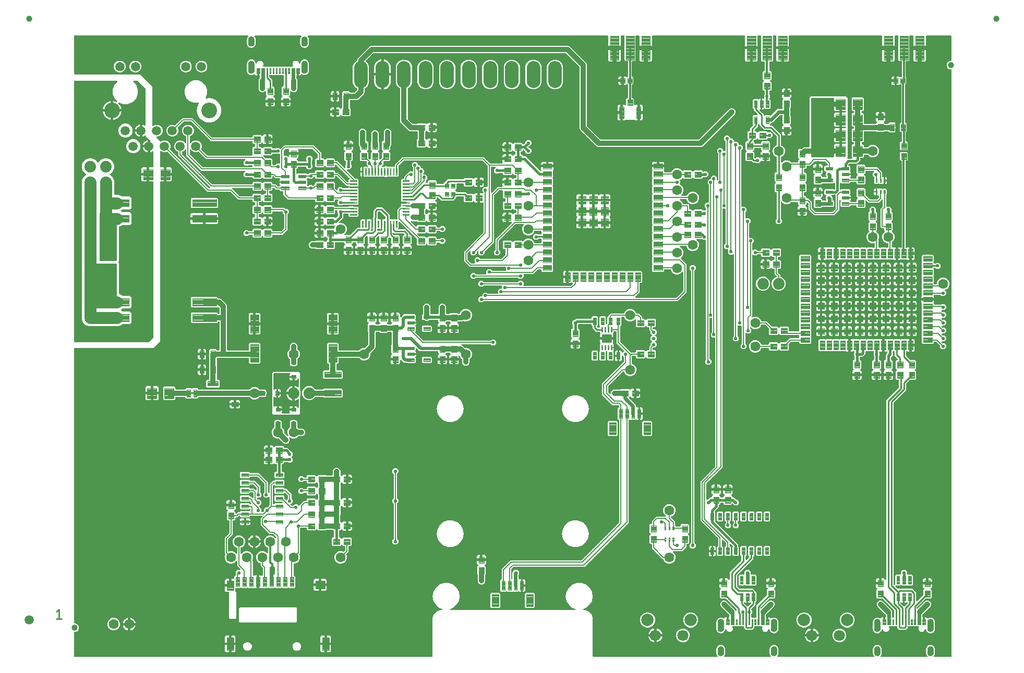
<source format=gtl>
G04 EAGLE Gerber RS-274X export*
G75*
%MOMM*%
%FSLAX34Y34*%
%LPD*%
%INTop Copper*%
%IPPOS*%
%AMOC8*
5,1,8,0,0,1.08239X$1,22.5*%
G01*
%ADD10C,0.279400*%
%ADD11C,0.100000*%
%ADD12C,0.100800*%
%ADD13C,1.000000*%
%ADD14C,0.102000*%
%ADD15C,0.654000*%
%ADD16C,0.105000*%
%ADD17C,0.096000*%
%ADD18C,0.098000*%
%ADD19C,0.099000*%
%ADD20C,0.106400*%
%ADD21C,1.600000*%
%ADD22C,0.104000*%
%ADD23C,0.101600*%
%ADD24C,2.550000*%
%ADD25C,1.500000*%
%ADD26C,0.099059*%
%ADD27C,1.879600*%
%ADD28C,0.280000*%
%ADD29C,1.800000*%
%ADD30C,2.000000*%
%ADD31C,2.200000*%
%ADD32C,0.554000*%
%ADD33C,0.254000*%
%ADD34C,0.152400*%
%ADD35C,0.406400*%
%ADD36C,0.508000*%
%ADD37C,0.812800*%
%ADD38C,0.609600*%
%ADD39C,0.266700*%
%ADD40C,0.304800*%
%ADD41C,0.317500*%
%ADD42C,1.905000*%

G36*
X627819Y3057D02*
X627819Y3057D01*
X627877Y3055D01*
X627959Y3077D01*
X628043Y3089D01*
X628096Y3112D01*
X628152Y3127D01*
X628225Y3170D01*
X628302Y3205D01*
X628347Y3243D01*
X628397Y3272D01*
X628455Y3334D01*
X628519Y3388D01*
X628551Y3437D01*
X628591Y3480D01*
X628630Y3555D01*
X628677Y3625D01*
X628694Y3681D01*
X628721Y3733D01*
X628732Y3801D01*
X628762Y3896D01*
X628765Y3996D01*
X628776Y4064D01*
X628776Y66633D01*
X631174Y72421D01*
X635604Y76851D01*
X641392Y79249D01*
X643400Y79249D01*
X643507Y79264D01*
X643614Y79272D01*
X643647Y79284D01*
X643681Y79289D01*
X643780Y79333D01*
X643881Y79370D01*
X643909Y79391D01*
X643941Y79405D01*
X644023Y79475D01*
X644110Y79538D01*
X644131Y79566D01*
X644158Y79588D01*
X644217Y79678D01*
X644283Y79764D01*
X644296Y79796D01*
X644315Y79825D01*
X644348Y79928D01*
X644387Y80028D01*
X644391Y80063D01*
X644401Y80096D01*
X644404Y80204D01*
X644414Y80311D01*
X644408Y80346D01*
X644408Y80380D01*
X644381Y80485D01*
X644361Y80591D01*
X644345Y80622D01*
X644337Y80655D01*
X644282Y80748D01*
X644233Y80844D01*
X644209Y80870D01*
X644191Y80900D01*
X644113Y80974D01*
X644039Y81053D01*
X644012Y81068D01*
X643984Y81094D01*
X643793Y81192D01*
X643747Y81218D01*
X639913Y82613D01*
X634080Y87508D01*
X630273Y94102D01*
X628951Y101600D01*
X630273Y109098D01*
X634080Y115692D01*
X639913Y120587D01*
X647068Y123191D01*
X654682Y123191D01*
X661837Y120587D01*
X667670Y115692D01*
X671477Y109098D01*
X672799Y101600D01*
X671477Y94102D01*
X667670Y87508D01*
X661837Y82613D01*
X658003Y81218D01*
X657908Y81167D01*
X657809Y81123D01*
X657783Y81101D01*
X657752Y81084D01*
X657675Y81009D01*
X657592Y80939D01*
X657573Y80911D01*
X657548Y80886D01*
X657494Y80793D01*
X657435Y80703D01*
X657424Y80670D01*
X657407Y80640D01*
X657381Y80535D01*
X657349Y80432D01*
X657348Y80397D01*
X657340Y80363D01*
X657344Y80256D01*
X657342Y80148D01*
X657350Y80114D01*
X657352Y80079D01*
X657386Y79977D01*
X657413Y79873D01*
X657431Y79843D01*
X657442Y79810D01*
X657504Y79721D01*
X657559Y79628D01*
X657584Y79604D01*
X657604Y79576D01*
X657687Y79508D01*
X657766Y79434D01*
X657797Y79418D01*
X657824Y79396D01*
X657923Y79353D01*
X658019Y79304D01*
X658050Y79299D01*
X658085Y79284D01*
X658298Y79258D01*
X658350Y79249D01*
X859300Y79249D01*
X859407Y79264D01*
X859514Y79272D01*
X859547Y79284D01*
X859581Y79289D01*
X859680Y79333D01*
X859781Y79370D01*
X859809Y79391D01*
X859841Y79405D01*
X859923Y79475D01*
X860010Y79538D01*
X860031Y79566D01*
X860058Y79588D01*
X860117Y79678D01*
X860183Y79764D01*
X860196Y79796D01*
X860215Y79825D01*
X860248Y79928D01*
X860287Y80028D01*
X860291Y80063D01*
X860301Y80096D01*
X860304Y80204D01*
X860314Y80311D01*
X860308Y80346D01*
X860308Y80380D01*
X860281Y80485D01*
X860261Y80591D01*
X860245Y80622D01*
X860237Y80655D01*
X860182Y80748D01*
X860133Y80844D01*
X860109Y80870D01*
X860091Y80900D01*
X860013Y80974D01*
X859939Y81053D01*
X859912Y81068D01*
X859884Y81094D01*
X859693Y81192D01*
X859647Y81218D01*
X855813Y82613D01*
X849980Y87508D01*
X846173Y94102D01*
X844851Y101600D01*
X846173Y109098D01*
X849980Y115692D01*
X855813Y120587D01*
X862968Y123191D01*
X870582Y123191D01*
X877737Y120587D01*
X883570Y115692D01*
X887377Y109098D01*
X888699Y101600D01*
X887377Y94102D01*
X883570Y87508D01*
X877737Y82613D01*
X873903Y81218D01*
X873808Y81167D01*
X873709Y81123D01*
X873683Y81101D01*
X873652Y81084D01*
X873575Y81009D01*
X873492Y80939D01*
X873473Y80911D01*
X873448Y80886D01*
X873394Y80793D01*
X873335Y80703D01*
X873324Y80670D01*
X873307Y80640D01*
X873281Y80535D01*
X873249Y80432D01*
X873248Y80397D01*
X873240Y80363D01*
X873244Y80256D01*
X873242Y80148D01*
X873250Y80114D01*
X873252Y80079D01*
X873286Y79977D01*
X873313Y79873D01*
X873331Y79843D01*
X873342Y79810D01*
X873404Y79721D01*
X873459Y79628D01*
X873484Y79604D01*
X873504Y79576D01*
X873587Y79507D01*
X873666Y79434D01*
X873697Y79418D01*
X873724Y79396D01*
X873823Y79353D01*
X873919Y79304D01*
X873950Y79299D01*
X873985Y79284D01*
X874198Y79258D01*
X874250Y79249D01*
X876258Y79249D01*
X882046Y76851D01*
X886476Y72421D01*
X888874Y66633D01*
X888874Y4064D01*
X888882Y4006D01*
X888880Y3948D01*
X888902Y3866D01*
X888914Y3782D01*
X888937Y3729D01*
X888952Y3673D01*
X888995Y3600D01*
X889030Y3523D01*
X889068Y3478D01*
X889097Y3428D01*
X889159Y3370D01*
X889213Y3306D01*
X889262Y3274D01*
X889305Y3234D01*
X889380Y3195D01*
X889450Y3148D01*
X889506Y3131D01*
X889558Y3104D01*
X889626Y3093D01*
X889721Y3063D01*
X889821Y3060D01*
X889889Y3049D01*
X1090565Y3049D01*
X1090623Y3057D01*
X1090681Y3055D01*
X1090763Y3077D01*
X1090847Y3089D01*
X1090900Y3112D01*
X1090956Y3127D01*
X1091029Y3170D01*
X1091106Y3205D01*
X1091151Y3242D01*
X1091200Y3272D01*
X1091259Y3334D01*
X1091323Y3388D01*
X1091355Y3437D01*
X1091395Y3479D01*
X1091434Y3554D01*
X1091481Y3625D01*
X1091498Y3680D01*
X1091525Y3732D01*
X1091541Y3815D01*
X1091567Y3896D01*
X1091568Y3954D01*
X1091579Y4011D01*
X1091572Y4096D01*
X1091574Y4180D01*
X1091559Y4236D01*
X1091554Y4294D01*
X1091527Y4358D01*
X1091502Y4455D01*
X1091451Y4541D01*
X1091425Y4604D01*
X1091158Y5029D01*
X1091062Y5143D01*
X1091016Y5207D01*
X1090521Y5702D01*
X1090290Y6363D01*
X1090226Y6486D01*
X1090221Y6496D01*
X1090191Y6568D01*
X1089818Y7161D01*
X1089740Y7857D01*
X1089702Y8002D01*
X1089689Y8079D01*
X1089512Y8585D01*
X1089518Y8621D01*
X1089548Y8715D01*
X1089551Y8816D01*
X1089562Y8884D01*
X1089562Y9376D01*
X1089553Y9440D01*
X1089556Y9490D01*
X1089473Y10225D01*
X1089485Y10246D01*
X1089493Y10276D01*
X1089507Y10303D01*
X1089520Y10380D01*
X1089556Y10521D01*
X1089554Y10585D01*
X1089562Y10634D01*
X1089562Y14466D01*
X1089558Y14496D01*
X1089560Y14527D01*
X1089538Y14637D01*
X1089522Y14747D01*
X1089510Y14775D01*
X1089504Y14806D01*
X1089472Y14863D01*
X1089556Y15610D01*
X1089554Y15675D01*
X1089562Y15724D01*
X1089562Y16216D01*
X1089554Y16275D01*
X1089555Y16334D01*
X1089536Y16400D01*
X1089522Y16497D01*
X1089513Y16518D01*
X1089689Y17021D01*
X1089718Y17167D01*
X1089740Y17243D01*
X1089818Y17939D01*
X1090191Y18532D01*
X1090252Y18668D01*
X1090290Y18737D01*
X1090521Y19398D01*
X1091016Y19893D01*
X1091106Y20013D01*
X1091158Y20071D01*
X1091531Y20664D01*
X1092124Y21037D01*
X1092238Y21133D01*
X1092302Y21179D01*
X1092797Y21674D01*
X1093458Y21905D01*
X1093591Y21974D01*
X1093663Y22004D01*
X1094256Y22377D01*
X1094952Y22455D01*
X1095097Y22492D01*
X1095174Y22506D01*
X1095835Y22737D01*
X1096531Y22659D01*
X1096681Y22663D01*
X1096759Y22659D01*
X1097455Y22737D01*
X1098116Y22506D01*
X1098262Y22477D01*
X1098338Y22455D01*
X1099034Y22377D01*
X1099627Y22004D01*
X1099763Y21943D01*
X1099832Y21905D01*
X1100493Y21674D01*
X1100988Y21179D01*
X1101108Y21089D01*
X1101166Y21037D01*
X1101759Y20664D01*
X1102132Y20071D01*
X1102228Y19957D01*
X1102274Y19893D01*
X1102769Y19398D01*
X1103000Y18737D01*
X1103069Y18604D01*
X1103099Y18532D01*
X1103472Y17939D01*
X1103550Y17243D01*
X1103587Y17098D01*
X1103601Y17021D01*
X1103778Y16515D01*
X1103772Y16479D01*
X1103742Y16385D01*
X1103739Y16284D01*
X1103728Y16216D01*
X1103728Y15724D01*
X1103737Y15660D01*
X1103734Y15610D01*
X1103817Y14875D01*
X1103805Y14854D01*
X1103797Y14824D01*
X1103783Y14797D01*
X1103770Y14720D01*
X1103734Y14579D01*
X1103736Y14515D01*
X1103728Y14466D01*
X1103728Y10634D01*
X1103732Y10604D01*
X1103730Y10573D01*
X1103752Y10463D01*
X1103768Y10353D01*
X1103780Y10325D01*
X1103786Y10294D01*
X1103818Y10237D01*
X1103734Y9490D01*
X1103736Y9425D01*
X1103728Y9376D01*
X1103728Y8884D01*
X1103736Y8825D01*
X1103735Y8766D01*
X1103754Y8700D01*
X1103768Y8603D01*
X1103777Y8582D01*
X1103601Y8079D01*
X1103572Y7933D01*
X1103550Y7857D01*
X1103472Y7161D01*
X1103099Y6568D01*
X1103038Y6432D01*
X1103000Y6363D01*
X1102769Y5702D01*
X1102274Y5207D01*
X1102184Y5087D01*
X1102132Y5029D01*
X1101865Y4604D01*
X1101841Y4551D01*
X1101809Y4503D01*
X1101784Y4422D01*
X1101749Y4345D01*
X1101741Y4287D01*
X1101723Y4232D01*
X1101721Y4147D01*
X1101709Y4063D01*
X1101718Y4006D01*
X1101716Y3948D01*
X1101737Y3866D01*
X1101749Y3782D01*
X1101773Y3729D01*
X1101788Y3673D01*
X1101831Y3600D01*
X1101866Y3522D01*
X1101904Y3478D01*
X1101933Y3428D01*
X1101995Y3370D01*
X1102050Y3306D01*
X1102098Y3273D01*
X1102140Y3234D01*
X1102216Y3195D01*
X1102287Y3148D01*
X1102342Y3131D01*
X1102394Y3104D01*
X1102462Y3093D01*
X1102558Y3063D01*
X1102657Y3060D01*
X1102725Y3049D01*
X1176925Y3049D01*
X1176983Y3057D01*
X1177041Y3055D01*
X1177123Y3077D01*
X1177207Y3089D01*
X1177260Y3112D01*
X1177316Y3127D01*
X1177389Y3170D01*
X1177466Y3205D01*
X1177511Y3242D01*
X1177560Y3272D01*
X1177619Y3334D01*
X1177683Y3388D01*
X1177715Y3437D01*
X1177755Y3479D01*
X1177794Y3554D01*
X1177841Y3625D01*
X1177858Y3680D01*
X1177885Y3732D01*
X1177901Y3815D01*
X1177927Y3896D01*
X1177928Y3954D01*
X1177939Y4011D01*
X1177932Y4096D01*
X1177934Y4180D01*
X1177919Y4236D01*
X1177914Y4294D01*
X1177887Y4358D01*
X1177862Y4455D01*
X1177811Y4541D01*
X1177785Y4604D01*
X1177518Y5029D01*
X1177422Y5143D01*
X1177376Y5207D01*
X1176881Y5702D01*
X1176650Y6363D01*
X1176586Y6486D01*
X1176581Y6496D01*
X1176551Y6568D01*
X1176178Y7161D01*
X1176100Y7857D01*
X1176062Y8002D01*
X1176049Y8079D01*
X1175872Y8585D01*
X1175878Y8621D01*
X1175908Y8715D01*
X1175911Y8816D01*
X1175922Y8884D01*
X1175922Y9376D01*
X1175913Y9440D01*
X1175916Y9490D01*
X1175833Y10225D01*
X1175845Y10246D01*
X1175853Y10276D01*
X1175867Y10303D01*
X1175880Y10380D01*
X1175916Y10521D01*
X1175914Y10585D01*
X1175922Y10634D01*
X1175922Y14466D01*
X1175918Y14496D01*
X1175920Y14527D01*
X1175898Y14637D01*
X1175882Y14747D01*
X1175870Y14775D01*
X1175864Y14806D01*
X1175832Y14863D01*
X1175916Y15610D01*
X1175914Y15675D01*
X1175922Y15724D01*
X1175922Y16216D01*
X1175914Y16275D01*
X1175915Y16334D01*
X1175896Y16400D01*
X1175882Y16497D01*
X1175873Y16518D01*
X1176049Y17021D01*
X1176078Y17167D01*
X1176100Y17243D01*
X1176178Y17939D01*
X1176551Y18532D01*
X1176612Y18668D01*
X1176650Y18737D01*
X1176881Y19398D01*
X1177376Y19893D01*
X1177466Y20013D01*
X1177518Y20071D01*
X1177891Y20664D01*
X1178484Y21037D01*
X1178598Y21133D01*
X1178662Y21179D01*
X1179157Y21674D01*
X1179818Y21905D01*
X1179951Y21974D01*
X1180023Y22004D01*
X1180616Y22377D01*
X1181312Y22455D01*
X1181457Y22492D01*
X1181534Y22506D01*
X1182195Y22737D01*
X1182891Y22659D01*
X1183041Y22663D01*
X1183119Y22659D01*
X1183815Y22737D01*
X1184476Y22506D01*
X1184622Y22477D01*
X1184698Y22455D01*
X1185394Y22377D01*
X1185987Y22004D01*
X1186123Y21943D01*
X1186192Y21905D01*
X1186853Y21674D01*
X1187348Y21179D01*
X1187468Y21089D01*
X1187526Y21037D01*
X1188119Y20664D01*
X1188492Y20071D01*
X1188588Y19957D01*
X1188634Y19893D01*
X1189129Y19398D01*
X1189360Y18737D01*
X1189429Y18604D01*
X1189459Y18532D01*
X1189832Y17939D01*
X1189910Y17243D01*
X1189947Y17098D01*
X1189961Y17021D01*
X1190138Y16515D01*
X1190132Y16479D01*
X1190102Y16385D01*
X1190099Y16284D01*
X1190088Y16216D01*
X1190088Y15724D01*
X1190097Y15660D01*
X1190094Y15610D01*
X1190177Y14875D01*
X1190165Y14854D01*
X1190157Y14824D01*
X1190143Y14797D01*
X1190130Y14720D01*
X1190094Y14579D01*
X1190096Y14515D01*
X1190088Y14466D01*
X1190088Y10634D01*
X1190092Y10604D01*
X1190090Y10573D01*
X1190112Y10463D01*
X1190128Y10353D01*
X1190140Y10325D01*
X1190146Y10294D01*
X1190178Y10237D01*
X1190094Y9490D01*
X1190096Y9425D01*
X1190088Y9376D01*
X1190088Y8884D01*
X1190096Y8825D01*
X1190095Y8766D01*
X1190114Y8700D01*
X1190128Y8603D01*
X1190137Y8582D01*
X1189961Y8079D01*
X1189932Y7933D01*
X1189910Y7857D01*
X1189832Y7161D01*
X1189459Y6568D01*
X1189398Y6432D01*
X1189360Y6363D01*
X1189129Y5702D01*
X1188634Y5207D01*
X1188544Y5088D01*
X1188492Y5029D01*
X1188225Y4604D01*
X1188201Y4551D01*
X1188169Y4503D01*
X1188144Y4422D01*
X1188109Y4345D01*
X1188101Y4287D01*
X1188083Y4232D01*
X1188081Y4147D01*
X1188069Y4063D01*
X1188078Y4006D01*
X1188076Y3948D01*
X1188098Y3866D01*
X1188109Y3782D01*
X1188133Y3729D01*
X1188148Y3673D01*
X1188191Y3600D01*
X1188226Y3522D01*
X1188264Y3478D01*
X1188293Y3428D01*
X1188355Y3370D01*
X1188410Y3305D01*
X1188458Y3273D01*
X1188500Y3234D01*
X1188576Y3195D01*
X1188647Y3148D01*
X1188702Y3131D01*
X1188754Y3104D01*
X1188822Y3093D01*
X1188918Y3063D01*
X1189017Y3060D01*
X1189085Y3049D01*
X1344565Y3049D01*
X1344623Y3057D01*
X1344681Y3055D01*
X1344763Y3077D01*
X1344847Y3089D01*
X1344900Y3112D01*
X1344956Y3127D01*
X1345029Y3170D01*
X1345106Y3205D01*
X1345151Y3242D01*
X1345200Y3272D01*
X1345258Y3334D01*
X1345323Y3388D01*
X1345355Y3437D01*
X1345395Y3479D01*
X1345434Y3554D01*
X1345481Y3625D01*
X1345498Y3681D01*
X1345525Y3732D01*
X1345541Y3815D01*
X1345567Y3896D01*
X1345568Y3954D01*
X1345579Y4011D01*
X1345572Y4096D01*
X1345574Y4180D01*
X1345559Y4236D01*
X1345554Y4294D01*
X1345527Y4358D01*
X1345502Y4455D01*
X1345452Y4541D01*
X1345425Y4604D01*
X1345158Y5029D01*
X1345062Y5143D01*
X1345016Y5207D01*
X1344521Y5702D01*
X1344290Y6363D01*
X1344226Y6486D01*
X1344221Y6496D01*
X1344191Y6568D01*
X1343818Y7161D01*
X1343740Y7857D01*
X1343703Y8002D01*
X1343689Y8079D01*
X1343512Y8585D01*
X1343518Y8621D01*
X1343548Y8715D01*
X1343551Y8816D01*
X1343562Y8884D01*
X1343562Y9376D01*
X1343553Y9440D01*
X1343556Y9490D01*
X1343473Y10225D01*
X1343485Y10246D01*
X1343493Y10276D01*
X1343507Y10303D01*
X1343520Y10380D01*
X1343556Y10521D01*
X1343554Y10585D01*
X1343562Y10634D01*
X1343562Y14466D01*
X1343558Y14496D01*
X1343560Y14527D01*
X1343538Y14637D01*
X1343522Y14747D01*
X1343510Y14775D01*
X1343504Y14806D01*
X1343472Y14863D01*
X1343556Y15610D01*
X1343554Y15675D01*
X1343562Y15724D01*
X1343562Y16216D01*
X1343554Y16275D01*
X1343555Y16334D01*
X1343536Y16400D01*
X1343522Y16497D01*
X1343513Y16518D01*
X1343689Y17021D01*
X1343718Y17167D01*
X1343740Y17243D01*
X1343818Y17939D01*
X1344191Y18532D01*
X1344252Y18668D01*
X1344290Y18737D01*
X1344521Y19398D01*
X1345016Y19893D01*
X1345106Y20012D01*
X1345158Y20071D01*
X1345531Y20664D01*
X1346124Y21037D01*
X1346238Y21133D01*
X1346302Y21179D01*
X1346797Y21674D01*
X1347458Y21905D01*
X1347591Y21974D01*
X1347663Y22004D01*
X1348256Y22377D01*
X1348952Y22455D01*
X1349097Y22492D01*
X1349174Y22506D01*
X1349835Y22737D01*
X1350531Y22659D01*
X1350681Y22663D01*
X1350759Y22659D01*
X1351455Y22737D01*
X1352116Y22506D01*
X1352262Y22477D01*
X1352338Y22455D01*
X1353034Y22377D01*
X1353627Y22004D01*
X1353763Y21943D01*
X1353832Y21905D01*
X1354493Y21674D01*
X1354988Y21179D01*
X1355107Y21089D01*
X1355166Y21037D01*
X1355759Y20664D01*
X1356132Y20071D01*
X1356228Y19957D01*
X1356274Y19893D01*
X1356769Y19398D01*
X1357000Y18737D01*
X1357069Y18604D01*
X1357099Y18532D01*
X1357472Y17939D01*
X1357550Y17243D01*
X1357588Y17098D01*
X1357601Y17021D01*
X1357778Y16515D01*
X1357772Y16479D01*
X1357742Y16385D01*
X1357739Y16284D01*
X1357728Y16216D01*
X1357728Y15724D01*
X1357737Y15660D01*
X1357734Y15610D01*
X1357817Y14875D01*
X1357805Y14854D01*
X1357797Y14824D01*
X1357783Y14797D01*
X1357770Y14720D01*
X1357734Y14579D01*
X1357736Y14515D01*
X1357728Y14466D01*
X1357728Y10634D01*
X1357732Y10604D01*
X1357730Y10573D01*
X1357752Y10463D01*
X1357768Y10353D01*
X1357780Y10325D01*
X1357786Y10294D01*
X1357818Y10237D01*
X1357734Y9490D01*
X1357736Y9425D01*
X1357728Y9376D01*
X1357728Y8884D01*
X1357736Y8825D01*
X1357735Y8766D01*
X1357754Y8700D01*
X1357768Y8603D01*
X1357777Y8582D01*
X1357601Y8079D01*
X1357572Y7933D01*
X1357550Y7857D01*
X1357472Y7161D01*
X1357099Y6568D01*
X1357038Y6432D01*
X1357000Y6363D01*
X1356769Y5702D01*
X1356274Y5207D01*
X1356184Y5087D01*
X1356132Y5029D01*
X1355865Y4604D01*
X1355841Y4551D01*
X1355809Y4503D01*
X1355784Y4422D01*
X1355749Y4345D01*
X1355741Y4287D01*
X1355723Y4232D01*
X1355721Y4147D01*
X1355709Y4063D01*
X1355718Y4006D01*
X1355716Y3948D01*
X1355737Y3866D01*
X1355749Y3782D01*
X1355773Y3729D01*
X1355788Y3673D01*
X1355831Y3600D01*
X1355866Y3522D01*
X1355904Y3478D01*
X1355933Y3428D01*
X1355995Y3370D01*
X1356050Y3306D01*
X1356098Y3273D01*
X1356140Y3234D01*
X1356216Y3195D01*
X1356287Y3148D01*
X1356342Y3131D01*
X1356394Y3104D01*
X1356462Y3093D01*
X1356558Y3063D01*
X1356657Y3060D01*
X1356725Y3049D01*
X1430925Y3049D01*
X1430983Y3057D01*
X1431041Y3055D01*
X1431123Y3077D01*
X1431207Y3089D01*
X1431260Y3112D01*
X1431316Y3127D01*
X1431389Y3170D01*
X1431466Y3205D01*
X1431511Y3242D01*
X1431560Y3272D01*
X1431619Y3334D01*
X1431683Y3388D01*
X1431715Y3437D01*
X1431755Y3479D01*
X1431794Y3554D01*
X1431841Y3625D01*
X1431858Y3680D01*
X1431885Y3732D01*
X1431901Y3815D01*
X1431927Y3896D01*
X1431928Y3954D01*
X1431939Y4011D01*
X1431932Y4096D01*
X1431934Y4180D01*
X1431919Y4236D01*
X1431914Y4294D01*
X1431887Y4358D01*
X1431862Y4455D01*
X1431811Y4541D01*
X1431785Y4604D01*
X1431518Y5029D01*
X1431422Y5143D01*
X1431376Y5207D01*
X1430881Y5702D01*
X1430650Y6363D01*
X1430586Y6486D01*
X1430581Y6496D01*
X1430551Y6568D01*
X1430178Y7161D01*
X1430100Y7857D01*
X1430063Y8002D01*
X1430049Y8079D01*
X1429872Y8585D01*
X1429878Y8621D01*
X1429908Y8715D01*
X1429911Y8816D01*
X1429922Y8884D01*
X1429922Y9376D01*
X1429913Y9440D01*
X1429916Y9490D01*
X1429833Y10225D01*
X1429845Y10246D01*
X1429853Y10276D01*
X1429867Y10303D01*
X1429880Y10380D01*
X1429916Y10521D01*
X1429914Y10585D01*
X1429922Y10634D01*
X1429922Y14466D01*
X1429918Y14496D01*
X1429920Y14527D01*
X1429898Y14637D01*
X1429882Y14747D01*
X1429870Y14775D01*
X1429864Y14806D01*
X1429832Y14863D01*
X1429916Y15610D01*
X1429914Y15675D01*
X1429922Y15724D01*
X1429922Y16216D01*
X1429914Y16275D01*
X1429915Y16334D01*
X1429896Y16400D01*
X1429882Y16497D01*
X1429873Y16518D01*
X1430049Y17021D01*
X1430078Y17167D01*
X1430100Y17243D01*
X1430178Y17939D01*
X1430551Y18532D01*
X1430612Y18668D01*
X1430650Y18737D01*
X1430881Y19398D01*
X1431376Y19893D01*
X1431466Y20012D01*
X1431518Y20071D01*
X1431891Y20664D01*
X1432484Y21037D01*
X1432598Y21133D01*
X1432662Y21179D01*
X1433157Y21674D01*
X1433818Y21905D01*
X1433951Y21974D01*
X1434023Y22004D01*
X1434616Y22377D01*
X1435312Y22455D01*
X1435457Y22492D01*
X1435534Y22506D01*
X1436195Y22737D01*
X1436891Y22659D01*
X1437041Y22663D01*
X1437119Y22659D01*
X1437815Y22737D01*
X1438476Y22506D01*
X1438622Y22477D01*
X1438698Y22455D01*
X1439394Y22377D01*
X1439987Y22004D01*
X1440123Y21943D01*
X1440192Y21905D01*
X1440853Y21674D01*
X1441348Y21179D01*
X1441468Y21089D01*
X1441526Y21037D01*
X1442119Y20664D01*
X1442492Y20071D01*
X1442588Y19957D01*
X1442634Y19893D01*
X1443129Y19398D01*
X1443360Y18737D01*
X1443429Y18604D01*
X1443459Y18532D01*
X1443832Y17939D01*
X1443910Y17243D01*
X1443948Y17098D01*
X1443961Y17021D01*
X1444138Y16515D01*
X1444132Y16479D01*
X1444102Y16385D01*
X1444099Y16284D01*
X1444088Y16216D01*
X1444088Y15724D01*
X1444097Y15660D01*
X1444094Y15610D01*
X1444177Y14875D01*
X1444165Y14854D01*
X1444157Y14824D01*
X1444143Y14797D01*
X1444130Y14720D01*
X1444094Y14579D01*
X1444096Y14515D01*
X1444088Y14466D01*
X1444088Y10634D01*
X1444092Y10604D01*
X1444090Y10573D01*
X1444112Y10463D01*
X1444128Y10353D01*
X1444140Y10325D01*
X1444146Y10294D01*
X1444178Y10237D01*
X1444094Y9490D01*
X1444096Y9425D01*
X1444088Y9376D01*
X1444088Y8884D01*
X1444096Y8825D01*
X1444095Y8766D01*
X1444114Y8700D01*
X1444128Y8603D01*
X1444137Y8582D01*
X1443961Y8079D01*
X1443932Y7933D01*
X1443910Y7857D01*
X1443832Y7161D01*
X1443459Y6568D01*
X1443398Y6432D01*
X1443360Y6363D01*
X1443129Y5702D01*
X1442634Y5207D01*
X1442544Y5087D01*
X1442492Y5029D01*
X1442225Y4604D01*
X1442201Y4551D01*
X1442169Y4503D01*
X1442144Y4422D01*
X1442109Y4345D01*
X1442101Y4287D01*
X1442083Y4232D01*
X1442081Y4147D01*
X1442069Y4063D01*
X1442078Y4006D01*
X1442076Y3948D01*
X1442097Y3866D01*
X1442109Y3782D01*
X1442133Y3729D01*
X1442148Y3673D01*
X1442191Y3600D01*
X1442226Y3522D01*
X1442264Y3478D01*
X1442293Y3428D01*
X1442355Y3370D01*
X1442410Y3306D01*
X1442458Y3273D01*
X1442500Y3234D01*
X1442576Y3195D01*
X1442647Y3148D01*
X1442702Y3131D01*
X1442754Y3104D01*
X1442822Y3093D01*
X1442918Y3063D01*
X1443017Y3060D01*
X1443085Y3049D01*
X1470025Y3049D01*
X1470083Y3057D01*
X1470141Y3055D01*
X1470223Y3077D01*
X1470307Y3089D01*
X1470360Y3112D01*
X1470416Y3127D01*
X1470489Y3170D01*
X1470566Y3205D01*
X1470611Y3243D01*
X1470661Y3272D01*
X1470719Y3334D01*
X1470783Y3388D01*
X1470815Y3437D01*
X1470855Y3480D01*
X1470894Y3555D01*
X1470941Y3625D01*
X1470958Y3681D01*
X1470985Y3733D01*
X1470996Y3801D01*
X1471026Y3896D01*
X1471029Y3996D01*
X1471040Y4064D01*
X1471040Y957152D01*
X1471032Y957210D01*
X1471034Y957268D01*
X1471012Y957350D01*
X1471000Y957434D01*
X1470977Y957487D01*
X1470962Y957543D01*
X1470919Y957616D01*
X1470884Y957693D01*
X1470846Y957738D01*
X1470817Y957788D01*
X1470755Y957846D01*
X1470701Y957910D01*
X1470652Y957942D01*
X1470609Y957982D01*
X1470534Y958021D01*
X1470464Y958068D01*
X1470408Y958085D01*
X1470356Y958112D01*
X1470288Y958123D01*
X1470193Y958153D01*
X1470093Y958156D01*
X1470025Y958167D01*
X1468626Y958167D01*
X1466041Y959238D01*
X1464063Y961216D01*
X1462992Y963801D01*
X1462992Y966599D01*
X1464063Y969184D01*
X1466041Y971162D01*
X1468626Y972233D01*
X1470025Y972233D01*
X1470083Y972241D01*
X1470141Y972239D01*
X1470223Y972261D01*
X1470307Y972273D01*
X1470360Y972296D01*
X1470416Y972311D01*
X1470489Y972354D01*
X1470566Y972389D01*
X1470611Y972427D01*
X1470661Y972456D01*
X1470719Y972518D01*
X1470783Y972572D01*
X1470815Y972621D01*
X1470855Y972664D01*
X1470894Y972739D01*
X1470941Y972809D01*
X1470958Y972865D01*
X1470985Y972917D01*
X1470996Y972985D01*
X1471026Y973080D01*
X1471029Y973180D01*
X1471040Y973248D01*
X1471040Y1011936D01*
X1471032Y1011994D01*
X1471034Y1012052D01*
X1471012Y1012134D01*
X1471000Y1012218D01*
X1470977Y1012271D01*
X1470962Y1012327D01*
X1470919Y1012400D01*
X1470884Y1012477D01*
X1470846Y1012522D01*
X1470817Y1012572D01*
X1470755Y1012630D01*
X1470701Y1012694D01*
X1470652Y1012726D01*
X1470609Y1012766D01*
X1470534Y1012805D01*
X1470464Y1012852D01*
X1470408Y1012869D01*
X1470356Y1012896D01*
X1470288Y1012907D01*
X1470193Y1012937D01*
X1470093Y1012940D01*
X1470025Y1012951D01*
X1432768Y1012951D01*
X1432759Y1012956D01*
X1432612Y1013049D01*
X1432610Y1013049D01*
X1432609Y1013050D01*
X1432445Y1013107D01*
X1432276Y1013166D01*
X1432274Y1013166D01*
X1432273Y1013167D01*
X1431925Y1013205D01*
X1430852Y1013205D01*
X1430851Y1013205D01*
X1430850Y1013205D01*
X1430669Y1013185D01*
X1430499Y1013165D01*
X1430498Y1013165D01*
X1430496Y1013165D01*
X1430316Y1013101D01*
X1430163Y1013048D01*
X1430162Y1013047D01*
X1430161Y1013047D01*
X1430005Y1012948D01*
X1429862Y1012858D01*
X1429861Y1012857D01*
X1429860Y1012857D01*
X1429857Y1012853D01*
X1429817Y1012830D01*
X1429740Y1012795D01*
X1429695Y1012757D01*
X1429645Y1012728D01*
X1429587Y1012666D01*
X1429523Y1012612D01*
X1429491Y1012563D01*
X1429451Y1012520D01*
X1429412Y1012445D01*
X1429365Y1012375D01*
X1429348Y1012319D01*
X1429321Y1012267D01*
X1429310Y1012199D01*
X1429280Y1012104D01*
X1429277Y1012004D01*
X1429266Y1011936D01*
X1429266Y996314D01*
X1420813Y996314D01*
X1420811Y996314D01*
X1420810Y996314D01*
X1420629Y996294D01*
X1420459Y996274D01*
X1420458Y996274D01*
X1420456Y996274D01*
X1420276Y996210D01*
X1420123Y996157D01*
X1420122Y996156D01*
X1420121Y996155D01*
X1419965Y996057D01*
X1419822Y995967D01*
X1419821Y995966D01*
X1419820Y995965D01*
X1419694Y995838D01*
X1419571Y995715D01*
X1419570Y995714D01*
X1419569Y995713D01*
X1419475Y995562D01*
X1419382Y995414D01*
X1419382Y995413D01*
X1419381Y995411D01*
X1419324Y995248D01*
X1419265Y995078D01*
X1419265Y995077D01*
X1419264Y995075D01*
X1419226Y994727D01*
X1419226Y993139D01*
X1419224Y993139D01*
X1419224Y994727D01*
X1419224Y994729D01*
X1419224Y994730D01*
X1419203Y994911D01*
X1419184Y995081D01*
X1419184Y995082D01*
X1419184Y995084D01*
X1419120Y995264D01*
X1419067Y995417D01*
X1419066Y995418D01*
X1419065Y995419D01*
X1418967Y995575D01*
X1418877Y995718D01*
X1418876Y995719D01*
X1418875Y995720D01*
X1418748Y995846D01*
X1418625Y995969D01*
X1418624Y995970D01*
X1418623Y995971D01*
X1418472Y996065D01*
X1418324Y996158D01*
X1418323Y996158D01*
X1418321Y996159D01*
X1418158Y996216D01*
X1417988Y996275D01*
X1417987Y996275D01*
X1417985Y996276D01*
X1417637Y996314D01*
X1409184Y996314D01*
X1409184Y1011936D01*
X1409176Y1011994D01*
X1409178Y1012052D01*
X1409156Y1012134D01*
X1409144Y1012218D01*
X1409121Y1012271D01*
X1409106Y1012327D01*
X1409063Y1012400D01*
X1409028Y1012477D01*
X1408990Y1012522D01*
X1408961Y1012572D01*
X1408899Y1012630D01*
X1408845Y1012694D01*
X1408796Y1012726D01*
X1408753Y1012766D01*
X1408678Y1012805D01*
X1408608Y1012852D01*
X1408588Y1012858D01*
X1408586Y1012860D01*
X1408584Y1012861D01*
X1408583Y1012862D01*
X1408432Y1012956D01*
X1408284Y1013049D01*
X1408283Y1013049D01*
X1408282Y1013050D01*
X1408118Y1013107D01*
X1407948Y1013166D01*
X1407947Y1013166D01*
X1407945Y1013167D01*
X1407598Y1013205D01*
X1404182Y1013205D01*
X1404181Y1013205D01*
X1404180Y1013205D01*
X1403999Y1013185D01*
X1403829Y1013165D01*
X1403828Y1013165D01*
X1403826Y1013165D01*
X1403646Y1013101D01*
X1403493Y1013048D01*
X1403492Y1013047D01*
X1403491Y1013047D01*
X1403335Y1012948D01*
X1403192Y1012858D01*
X1403191Y1012857D01*
X1403190Y1012857D01*
X1403063Y1012729D01*
X1402941Y1012607D01*
X1402940Y1012605D01*
X1402939Y1012604D01*
X1402845Y1012453D01*
X1402752Y1012305D01*
X1402752Y1012304D01*
X1402751Y1012303D01*
X1402694Y1012139D01*
X1402635Y1011969D01*
X1402635Y1011968D01*
X1402634Y1011966D01*
X1402596Y1011619D01*
X1402596Y972921D01*
X1401544Y971869D01*
X1398270Y971869D01*
X1398269Y971869D01*
X1398267Y971869D01*
X1398087Y971849D01*
X1397917Y971829D01*
X1397915Y971829D01*
X1397914Y971829D01*
X1397733Y971765D01*
X1397581Y971712D01*
X1397580Y971711D01*
X1397578Y971711D01*
X1397423Y971612D01*
X1397280Y971522D01*
X1397279Y971521D01*
X1397277Y971521D01*
X1397151Y971393D01*
X1397028Y971271D01*
X1397028Y971269D01*
X1397027Y971268D01*
X1396932Y971117D01*
X1396839Y970969D01*
X1396839Y970968D01*
X1396838Y970967D01*
X1396782Y970803D01*
X1396722Y970633D01*
X1396722Y970632D01*
X1396722Y970630D01*
X1396683Y970283D01*
X1396683Y946027D01*
X1396693Y945936D01*
X1396694Y945845D01*
X1396713Y945760D01*
X1396723Y945674D01*
X1396753Y945588D01*
X1396774Y945499D01*
X1396812Y945420D01*
X1396841Y945338D01*
X1396889Y945261D01*
X1396929Y945179D01*
X1396985Y945110D01*
X1397030Y945037D01*
X1397092Y944976D01*
X1397148Y944905D01*
X1397526Y944528D01*
X1397526Y935072D01*
X1396163Y933709D01*
X1396120Y933682D01*
X1396119Y933681D01*
X1396117Y933681D01*
X1395991Y933553D01*
X1395868Y933431D01*
X1395868Y933429D01*
X1395867Y933428D01*
X1395772Y933277D01*
X1395679Y933129D01*
X1395679Y933128D01*
X1395678Y933127D01*
X1395622Y932963D01*
X1395562Y932793D01*
X1395562Y932792D01*
X1395562Y932790D01*
X1395523Y932443D01*
X1395523Y872457D01*
X1395523Y872456D01*
X1395523Y872455D01*
X1395544Y872274D01*
X1395563Y872104D01*
X1395564Y872103D01*
X1395564Y872101D01*
X1395631Y871910D01*
X1395681Y871768D01*
X1395681Y871767D01*
X1395682Y871766D01*
X1395781Y871609D01*
X1395870Y871467D01*
X1395871Y871466D01*
X1395872Y871465D01*
X1396002Y871335D01*
X1396122Y871216D01*
X1396123Y871215D01*
X1396124Y871214D01*
X1396276Y871120D01*
X1396423Y871027D01*
X1396425Y871027D01*
X1396426Y871026D01*
X1396590Y870969D01*
X1396759Y870910D01*
X1396761Y870910D01*
X1396762Y870909D01*
X1396859Y870899D01*
X1397936Y869822D01*
X1397936Y857378D01*
X1397148Y856590D01*
X1397091Y856519D01*
X1397027Y856454D01*
X1396980Y856380D01*
X1396926Y856312D01*
X1396887Y856230D01*
X1396838Y856153D01*
X1396810Y856070D01*
X1396772Y855992D01*
X1396752Y855903D01*
X1396722Y855816D01*
X1396712Y855729D01*
X1396693Y855645D01*
X1396693Y855558D01*
X1396683Y855468D01*
X1396683Y842357D01*
X1396683Y842356D01*
X1396683Y842355D01*
X1396704Y842174D01*
X1396723Y842004D01*
X1396724Y842003D01*
X1396724Y842001D01*
X1396788Y841819D01*
X1396841Y841668D01*
X1396841Y841667D01*
X1396842Y841666D01*
X1396941Y841509D01*
X1397030Y841367D01*
X1397031Y841366D01*
X1397032Y841365D01*
X1397163Y841235D01*
X1397282Y841116D01*
X1397283Y841115D01*
X1397284Y841114D01*
X1397436Y841020D01*
X1397583Y840927D01*
X1397585Y840927D01*
X1397586Y840926D01*
X1397750Y840869D01*
X1397919Y840810D01*
X1397921Y840810D01*
X1397922Y840809D01*
X1398270Y840771D01*
X1399058Y840771D01*
X1400096Y839733D01*
X1400096Y828267D01*
X1399058Y827229D01*
X1388592Y827229D01*
X1387554Y828267D01*
X1387554Y839733D01*
X1388592Y840771D01*
X1389380Y840771D01*
X1389381Y840771D01*
X1389383Y840771D01*
X1389563Y840791D01*
X1389733Y840811D01*
X1389735Y840811D01*
X1389736Y840811D01*
X1389917Y840875D01*
X1390069Y840928D01*
X1390070Y840929D01*
X1390072Y840929D01*
X1390227Y841027D01*
X1390370Y841118D01*
X1390371Y841119D01*
X1390373Y841119D01*
X1390499Y841247D01*
X1390622Y841369D01*
X1390622Y841371D01*
X1390623Y841372D01*
X1390718Y841523D01*
X1390811Y841671D01*
X1390811Y841672D01*
X1390812Y841673D01*
X1390867Y841834D01*
X1390928Y842007D01*
X1390928Y842008D01*
X1390928Y842010D01*
X1390967Y842357D01*
X1390967Y854743D01*
X1390967Y854744D01*
X1390967Y854745D01*
X1390946Y854925D01*
X1390927Y855096D01*
X1390926Y855097D01*
X1390926Y855099D01*
X1390863Y855279D01*
X1390809Y855432D01*
X1390809Y855433D01*
X1390808Y855434D01*
X1390710Y855590D01*
X1390620Y855733D01*
X1390619Y855734D01*
X1390618Y855735D01*
X1390491Y855862D01*
X1390368Y855984D01*
X1390367Y855985D01*
X1390366Y855986D01*
X1390214Y856080D01*
X1390067Y856173D01*
X1390065Y856173D01*
X1390064Y856174D01*
X1389900Y856231D01*
X1389731Y856290D01*
X1389729Y856290D01*
X1389728Y856291D01*
X1389380Y856329D01*
X1388443Y856329D01*
X1387394Y857378D01*
X1387394Y869822D01*
X1388472Y870899D01*
X1388573Y870911D01*
X1388575Y870911D01*
X1388576Y870911D01*
X1388757Y870975D01*
X1388909Y871028D01*
X1388910Y871029D01*
X1388912Y871029D01*
X1389067Y871128D01*
X1389210Y871218D01*
X1389211Y871219D01*
X1389213Y871219D01*
X1389339Y871347D01*
X1389462Y871469D01*
X1389462Y871471D01*
X1389463Y871472D01*
X1389558Y871623D01*
X1389651Y871771D01*
X1389651Y871772D01*
X1389652Y871773D01*
X1389707Y871934D01*
X1389768Y872107D01*
X1389768Y872108D01*
X1389768Y872110D01*
X1389807Y872457D01*
X1389807Y932443D01*
X1389807Y932444D01*
X1389807Y932445D01*
X1389787Y932619D01*
X1389767Y932796D01*
X1389766Y932797D01*
X1389766Y932799D01*
X1389706Y932969D01*
X1389649Y933132D01*
X1389649Y933133D01*
X1389648Y933134D01*
X1389550Y933289D01*
X1389460Y933433D01*
X1389459Y933434D01*
X1389458Y933435D01*
X1389331Y933562D01*
X1389208Y933684D01*
X1389207Y933685D01*
X1389206Y933686D01*
X1389054Y933780D01*
X1388907Y933873D01*
X1388905Y933873D01*
X1388904Y933874D01*
X1388740Y933931D01*
X1388571Y933990D01*
X1388569Y933990D01*
X1388568Y933991D01*
X1388220Y934029D01*
X1387336Y934029D01*
X1387245Y934019D01*
X1387154Y934019D01*
X1387069Y933999D01*
X1386982Y933989D01*
X1386896Y933959D01*
X1386807Y933939D01*
X1386729Y933900D01*
X1386647Y933872D01*
X1386570Y933823D01*
X1386487Y933783D01*
X1386418Y933728D01*
X1386346Y933682D01*
X1386284Y933621D01*
X1386214Y933565D01*
X1386018Y933369D01*
X1385975Y933344D01*
X1385323Y932967D01*
X1384547Y932759D01*
X1382436Y932759D01*
X1382436Y938784D01*
X1382428Y938842D01*
X1382429Y938900D01*
X1382408Y938982D01*
X1382396Y939065D01*
X1382372Y939119D01*
X1382358Y939175D01*
X1382315Y939248D01*
X1382280Y939325D01*
X1382242Y939369D01*
X1382220Y939407D01*
X1382277Y939498D01*
X1382373Y939651D01*
X1382373Y939652D01*
X1382374Y939654D01*
X1382430Y939816D01*
X1382490Y939987D01*
X1382490Y939988D01*
X1382491Y939990D01*
X1382529Y940338D01*
X1382529Y946841D01*
X1384547Y946841D01*
X1385323Y946633D01*
X1386018Y946231D01*
X1386214Y946035D01*
X1386285Y945979D01*
X1386350Y945914D01*
X1386424Y945868D01*
X1386492Y945814D01*
X1386574Y945774D01*
X1386652Y945726D01*
X1386734Y945697D01*
X1386813Y945660D01*
X1386902Y945639D01*
X1386988Y945609D01*
X1387076Y945600D01*
X1387159Y945581D01*
X1387247Y945581D01*
X1387336Y945571D01*
X1389380Y945571D01*
X1389381Y945571D01*
X1389383Y945571D01*
X1389563Y945591D01*
X1389733Y945611D01*
X1389735Y945611D01*
X1389736Y945611D01*
X1389914Y945674D01*
X1390069Y945728D01*
X1390070Y945729D01*
X1390072Y945729D01*
X1390227Y945828D01*
X1390370Y945918D01*
X1390371Y945919D01*
X1390373Y945919D01*
X1390499Y946047D01*
X1390622Y946169D01*
X1390622Y946171D01*
X1390623Y946172D01*
X1390718Y946323D01*
X1390811Y946471D01*
X1390811Y946472D01*
X1390812Y946473D01*
X1390868Y946637D01*
X1390928Y946807D01*
X1390928Y946808D01*
X1390928Y946810D01*
X1390967Y947157D01*
X1390967Y970283D01*
X1390967Y970284D01*
X1390967Y970285D01*
X1390947Y970459D01*
X1390927Y970636D01*
X1390926Y970637D01*
X1390926Y970639D01*
X1390863Y970819D01*
X1390809Y970972D01*
X1390809Y970973D01*
X1390808Y970974D01*
X1390711Y971127D01*
X1390620Y971273D01*
X1390619Y971274D01*
X1390618Y971275D01*
X1390496Y971396D01*
X1390368Y971524D01*
X1390367Y971525D01*
X1390366Y971526D01*
X1390214Y971620D01*
X1390067Y971713D01*
X1390065Y971713D01*
X1390064Y971714D01*
X1389900Y971771D01*
X1389731Y971830D01*
X1389729Y971830D01*
X1389728Y971831D01*
X1389380Y971869D01*
X1386106Y971869D01*
X1385054Y972921D01*
X1385054Y1011619D01*
X1385054Y1011620D01*
X1385054Y1011621D01*
X1385034Y1011802D01*
X1385014Y1011972D01*
X1385014Y1011973D01*
X1385014Y1011975D01*
X1384950Y1012155D01*
X1384897Y1012308D01*
X1384896Y1012309D01*
X1384896Y1012310D01*
X1384797Y1012466D01*
X1384707Y1012609D01*
X1384706Y1012610D01*
X1384706Y1012611D01*
X1384578Y1012738D01*
X1384456Y1012860D01*
X1384454Y1012861D01*
X1384453Y1012862D01*
X1384302Y1012956D01*
X1384154Y1013049D01*
X1384153Y1013049D01*
X1384152Y1013050D01*
X1383988Y1013107D01*
X1383818Y1013166D01*
X1383817Y1013166D01*
X1383815Y1013167D01*
X1383468Y1013205D01*
X1380052Y1013205D01*
X1380051Y1013205D01*
X1380050Y1013205D01*
X1379869Y1013185D01*
X1379699Y1013165D01*
X1379698Y1013165D01*
X1379696Y1013165D01*
X1379516Y1013101D01*
X1379363Y1013048D01*
X1379362Y1013047D01*
X1379361Y1013047D01*
X1379205Y1012948D01*
X1379062Y1012858D01*
X1379061Y1012857D01*
X1379060Y1012857D01*
X1379057Y1012853D01*
X1379017Y1012830D01*
X1378940Y1012795D01*
X1378895Y1012757D01*
X1378845Y1012728D01*
X1378787Y1012666D01*
X1378723Y1012612D01*
X1378691Y1012563D01*
X1378651Y1012520D01*
X1378612Y1012445D01*
X1378565Y1012375D01*
X1378548Y1012319D01*
X1378521Y1012267D01*
X1378510Y1012199D01*
X1378480Y1012104D01*
X1378477Y1012004D01*
X1378466Y1011936D01*
X1378466Y996314D01*
X1370013Y996314D01*
X1370011Y996314D01*
X1370010Y996314D01*
X1369829Y996294D01*
X1369659Y996274D01*
X1369658Y996274D01*
X1369656Y996274D01*
X1369476Y996210D01*
X1369323Y996157D01*
X1369322Y996156D01*
X1369321Y996155D01*
X1369165Y996057D01*
X1369022Y995967D01*
X1369021Y995966D01*
X1369020Y995965D01*
X1368894Y995838D01*
X1368771Y995715D01*
X1368770Y995714D01*
X1368769Y995713D01*
X1368675Y995562D01*
X1368582Y995414D01*
X1368582Y995413D01*
X1368581Y995411D01*
X1368524Y995248D01*
X1368465Y995078D01*
X1368465Y995077D01*
X1368464Y995075D01*
X1368426Y994727D01*
X1368426Y993139D01*
X1368424Y993139D01*
X1368424Y994727D01*
X1368424Y994729D01*
X1368424Y994730D01*
X1368403Y994911D01*
X1368384Y995081D01*
X1368384Y995082D01*
X1368384Y995084D01*
X1368320Y995264D01*
X1368267Y995417D01*
X1368266Y995418D01*
X1368265Y995419D01*
X1368167Y995575D01*
X1368077Y995718D01*
X1368076Y995719D01*
X1368075Y995720D01*
X1367948Y995846D01*
X1367825Y995969D01*
X1367824Y995970D01*
X1367823Y995971D01*
X1367672Y996065D01*
X1367524Y996158D01*
X1367523Y996158D01*
X1367521Y996159D01*
X1367358Y996216D01*
X1367188Y996275D01*
X1367187Y996275D01*
X1367185Y996276D01*
X1366837Y996314D01*
X1358384Y996314D01*
X1358384Y1011936D01*
X1358376Y1011994D01*
X1358378Y1012052D01*
X1358356Y1012134D01*
X1358344Y1012218D01*
X1358321Y1012271D01*
X1358306Y1012327D01*
X1358263Y1012400D01*
X1358228Y1012477D01*
X1358190Y1012522D01*
X1358161Y1012572D01*
X1358099Y1012630D01*
X1358045Y1012694D01*
X1357996Y1012726D01*
X1357953Y1012766D01*
X1357878Y1012805D01*
X1357808Y1012852D01*
X1357788Y1012858D01*
X1357786Y1012860D01*
X1357784Y1012861D01*
X1357783Y1012862D01*
X1357632Y1012956D01*
X1357484Y1013049D01*
X1357483Y1013049D01*
X1357482Y1013050D01*
X1357318Y1013107D01*
X1357148Y1013166D01*
X1357147Y1013166D01*
X1357145Y1013167D01*
X1356798Y1013205D01*
X1355725Y1013205D01*
X1355724Y1013205D01*
X1355722Y1013205D01*
X1355542Y1013185D01*
X1355372Y1013165D01*
X1355370Y1013165D01*
X1355369Y1013165D01*
X1355188Y1013101D01*
X1355036Y1013048D01*
X1355035Y1013047D01*
X1355033Y1013047D01*
X1354882Y1012951D01*
X1208031Y1012951D01*
X1207973Y1012943D01*
X1207915Y1012945D01*
X1207833Y1012923D01*
X1207749Y1012911D01*
X1207696Y1012888D01*
X1207640Y1012873D01*
X1207567Y1012830D01*
X1207490Y1012795D01*
X1207445Y1012757D01*
X1207395Y1012728D01*
X1207337Y1012666D01*
X1207273Y1012612D01*
X1207241Y1012563D01*
X1207201Y1012520D01*
X1207162Y1012445D01*
X1207115Y1012375D01*
X1207098Y1012319D01*
X1207071Y1012267D01*
X1207060Y1012199D01*
X1207030Y1012104D01*
X1207027Y1012004D01*
X1207016Y1011936D01*
X1207016Y995171D01*
X1197991Y995171D01*
X1197933Y995163D01*
X1197875Y995164D01*
X1197793Y995143D01*
X1197710Y995131D01*
X1197656Y995107D01*
X1197600Y995093D01*
X1197527Y995050D01*
X1197450Y995015D01*
X1197406Y994977D01*
X1197355Y994947D01*
X1197298Y994886D01*
X1197233Y994831D01*
X1197201Y994783D01*
X1197161Y994740D01*
X1197122Y994665D01*
X1197076Y994595D01*
X1197058Y994539D01*
X1197031Y994487D01*
X1197020Y994419D01*
X1196990Y994324D01*
X1196987Y994224D01*
X1196976Y994156D01*
X1196976Y993139D01*
X1196974Y993139D01*
X1196974Y994156D01*
X1196966Y994214D01*
X1196967Y994272D01*
X1196946Y994354D01*
X1196934Y994437D01*
X1196910Y994491D01*
X1196896Y994547D01*
X1196853Y994620D01*
X1196818Y994697D01*
X1196780Y994741D01*
X1196750Y994792D01*
X1196689Y994849D01*
X1196634Y994914D01*
X1196586Y994946D01*
X1196543Y994986D01*
X1196468Y995025D01*
X1196398Y995071D01*
X1196342Y995089D01*
X1196290Y995116D01*
X1196222Y995127D01*
X1196127Y995157D01*
X1196027Y995160D01*
X1195959Y995171D01*
X1186934Y995171D01*
X1186934Y1011936D01*
X1186926Y1011994D01*
X1186928Y1012052D01*
X1186906Y1012134D01*
X1186894Y1012218D01*
X1186871Y1012271D01*
X1186856Y1012327D01*
X1186813Y1012400D01*
X1186778Y1012477D01*
X1186740Y1012522D01*
X1186711Y1012572D01*
X1186649Y1012630D01*
X1186595Y1012694D01*
X1186546Y1012726D01*
X1186503Y1012766D01*
X1186428Y1012805D01*
X1186358Y1012852D01*
X1186302Y1012869D01*
X1186250Y1012896D01*
X1186182Y1012907D01*
X1186087Y1012937D01*
X1185987Y1012940D01*
X1185919Y1012951D01*
X1182123Y1012951D01*
X1182065Y1012943D01*
X1182007Y1012945D01*
X1181925Y1012923D01*
X1181841Y1012911D01*
X1181788Y1012888D01*
X1181732Y1012873D01*
X1181659Y1012830D01*
X1181582Y1012795D01*
X1181537Y1012757D01*
X1181487Y1012728D01*
X1181429Y1012666D01*
X1181365Y1012612D01*
X1181333Y1012563D01*
X1181293Y1012520D01*
X1181254Y1012445D01*
X1181207Y1012375D01*
X1181190Y1012319D01*
X1181163Y1012267D01*
X1181152Y1012199D01*
X1181122Y1012104D01*
X1181119Y1012004D01*
X1181108Y1011936D01*
X1181108Y972606D01*
X1179609Y971107D01*
X1176210Y971107D01*
X1176153Y971099D01*
X1176094Y971101D01*
X1176013Y971079D01*
X1175929Y971067D01*
X1175876Y971044D01*
X1175819Y971029D01*
X1175747Y970986D01*
X1175670Y970951D01*
X1175625Y970913D01*
X1175575Y970884D01*
X1175517Y970822D01*
X1175453Y970768D01*
X1175420Y970719D01*
X1175380Y970676D01*
X1175342Y970601D01*
X1175295Y970531D01*
X1175277Y970475D01*
X1175251Y970423D01*
X1175239Y970355D01*
X1175209Y970260D01*
X1175207Y970160D01*
X1175195Y970092D01*
X1175195Y956848D01*
X1175203Y956790D01*
X1175202Y956732D01*
X1175223Y956650D01*
X1175235Y956566D01*
X1175259Y956513D01*
X1175274Y956457D01*
X1175317Y956384D01*
X1175351Y956307D01*
X1175389Y956262D01*
X1175419Y956212D01*
X1175481Y956154D01*
X1175535Y956090D01*
X1175584Y956058D01*
X1175626Y956018D01*
X1175701Y955979D01*
X1175772Y955932D01*
X1175827Y955915D01*
X1175879Y955888D01*
X1175947Y955877D01*
X1176043Y955847D01*
X1176142Y955844D01*
X1176210Y955833D01*
X1177124Y955833D01*
X1178608Y954349D01*
X1178608Y942251D01*
X1176875Y940518D01*
X1176840Y940471D01*
X1176797Y940431D01*
X1176754Y940358D01*
X1176704Y940291D01*
X1176683Y940236D01*
X1176653Y940186D01*
X1176633Y940104D01*
X1176603Y940025D01*
X1176598Y939967D01*
X1176583Y939910D01*
X1176586Y939826D01*
X1176579Y939742D01*
X1176591Y939684D01*
X1176592Y939626D01*
X1176618Y939546D01*
X1176635Y939463D01*
X1176662Y939411D01*
X1176680Y939355D01*
X1176720Y939299D01*
X1176766Y939211D01*
X1176835Y939138D01*
X1176875Y939082D01*
X1178608Y937349D01*
X1178608Y925251D01*
X1177124Y923767D01*
X1176210Y923767D01*
X1176153Y923759D01*
X1176094Y923761D01*
X1176013Y923739D01*
X1175929Y923727D01*
X1175876Y923704D01*
X1175819Y923689D01*
X1175747Y923646D01*
X1175670Y923611D01*
X1175625Y923573D01*
X1175575Y923544D01*
X1175517Y923482D01*
X1175453Y923428D01*
X1175420Y923379D01*
X1175380Y923336D01*
X1175342Y923261D01*
X1175295Y923191D01*
X1175277Y923135D01*
X1175251Y923083D01*
X1175239Y923015D01*
X1175209Y922920D01*
X1175207Y922820D01*
X1175195Y922752D01*
X1175195Y917992D01*
X1175207Y917906D01*
X1175210Y917818D01*
X1175227Y917766D01*
X1175235Y917711D01*
X1175271Y917631D01*
X1175298Y917548D01*
X1175326Y917508D01*
X1175351Y917451D01*
X1175447Y917338D01*
X1175493Y917274D01*
X1176378Y916389D01*
X1176378Y912411D01*
X1175493Y911526D01*
X1175440Y911456D01*
X1175380Y911392D01*
X1175355Y911343D01*
X1175322Y911298D01*
X1175291Y911217D01*
X1175251Y911139D01*
X1175243Y911091D01*
X1175220Y911033D01*
X1175208Y910885D01*
X1175207Y910881D01*
X1175201Y910856D01*
X1175202Y910845D01*
X1175195Y910808D01*
X1175195Y910746D01*
X1175207Y910659D01*
X1175210Y910572D01*
X1175227Y910519D01*
X1175235Y910465D01*
X1175271Y910385D01*
X1175298Y910302D01*
X1175326Y910262D01*
X1175351Y910205D01*
X1175447Y910092D01*
X1175493Y910028D01*
X1176968Y908553D01*
X1176968Y895449D01*
X1175487Y893968D01*
X1168883Y893968D01*
X1168512Y894339D01*
X1168465Y894374D01*
X1168425Y894417D01*
X1168352Y894459D01*
X1168285Y894510D01*
X1168230Y894531D01*
X1168180Y894560D01*
X1168098Y894581D01*
X1168019Y894611D01*
X1167961Y894616D01*
X1167904Y894631D01*
X1167820Y894628D01*
X1167736Y894635D01*
X1167679Y894623D01*
X1167620Y894621D01*
X1167540Y894596D01*
X1167457Y894579D01*
X1167405Y894552D01*
X1167350Y894534D01*
X1167294Y894494D01*
X1167205Y894448D01*
X1167132Y894379D01*
X1167076Y894339D01*
X1166804Y894067D01*
X1166112Y893667D01*
X1165340Y893460D01*
X1164059Y893460D01*
X1164059Y901642D01*
X1164051Y901700D01*
X1164053Y901758D01*
X1164031Y901840D01*
X1164019Y901923D01*
X1163996Y901977D01*
X1163989Y902001D01*
X1164004Y902029D01*
X1164015Y902097D01*
X1164045Y902192D01*
X1164048Y902292D01*
X1164059Y902360D01*
X1164059Y910542D01*
X1165340Y910542D01*
X1166190Y910314D01*
X1166209Y910312D01*
X1166228Y910305D01*
X1166350Y910294D01*
X1166472Y910280D01*
X1166491Y910283D01*
X1166511Y910281D01*
X1166631Y910305D01*
X1166753Y910325D01*
X1166770Y910333D01*
X1166790Y910337D01*
X1166899Y910394D01*
X1167010Y910446D01*
X1167025Y910459D01*
X1167042Y910468D01*
X1167131Y910552D01*
X1167223Y910634D01*
X1167234Y910650D01*
X1167248Y910664D01*
X1167310Y910770D01*
X1167376Y910873D01*
X1167382Y910892D01*
X1167392Y910909D01*
X1167422Y911028D01*
X1167457Y911146D01*
X1167457Y911166D01*
X1167462Y911185D01*
X1167458Y911307D01*
X1167459Y911430D01*
X1167453Y911449D01*
X1167453Y911469D01*
X1167415Y911585D01*
X1167382Y911704D01*
X1167371Y911720D01*
X1167365Y911739D01*
X1167322Y911799D01*
X1167232Y911945D01*
X1167194Y911980D01*
X1167170Y912013D01*
X1166772Y912411D01*
X1166772Y916389D01*
X1167657Y917274D01*
X1167710Y917344D01*
X1167770Y917408D01*
X1167795Y917457D01*
X1167828Y917502D01*
X1167859Y917583D01*
X1167899Y917661D01*
X1167907Y917709D01*
X1167930Y917767D01*
X1167942Y917915D01*
X1167955Y917992D01*
X1167955Y922752D01*
X1167947Y922810D01*
X1167948Y922868D01*
X1167927Y922950D01*
X1167915Y923034D01*
X1167891Y923087D01*
X1167876Y923143D01*
X1167833Y923216D01*
X1167799Y923293D01*
X1167761Y923338D01*
X1167731Y923388D01*
X1167669Y923446D01*
X1167615Y923510D01*
X1167566Y923542D01*
X1167524Y923582D01*
X1167449Y923621D01*
X1167378Y923668D01*
X1167323Y923685D01*
X1167271Y923712D01*
X1167203Y923723D01*
X1167107Y923753D01*
X1167008Y923756D01*
X1166940Y923767D01*
X1166026Y923767D01*
X1164542Y925251D01*
X1164542Y937349D01*
X1166275Y939082D01*
X1166310Y939129D01*
X1166353Y939169D01*
X1166396Y939242D01*
X1166446Y939309D01*
X1166467Y939364D01*
X1166497Y939414D01*
X1166517Y939496D01*
X1166547Y939575D01*
X1166552Y939633D01*
X1166567Y939690D01*
X1166564Y939774D01*
X1166571Y939858D01*
X1166559Y939916D01*
X1166558Y939974D01*
X1166532Y940054D01*
X1166515Y940137D01*
X1166488Y940189D01*
X1166470Y940245D01*
X1166430Y940301D01*
X1166384Y940389D01*
X1166315Y940462D01*
X1166275Y940518D01*
X1164542Y942251D01*
X1164542Y954349D01*
X1166026Y955833D01*
X1166940Y955833D01*
X1166997Y955841D01*
X1167056Y955839D01*
X1167137Y955861D01*
X1167221Y955873D01*
X1167274Y955896D01*
X1167331Y955911D01*
X1167403Y955954D01*
X1167480Y955989D01*
X1167525Y956027D01*
X1167575Y956056D01*
X1167633Y956118D01*
X1167697Y956172D01*
X1167730Y956221D01*
X1167770Y956264D01*
X1167808Y956339D01*
X1167855Y956409D01*
X1167873Y956465D01*
X1167899Y956517D01*
X1167911Y956585D01*
X1167941Y956680D01*
X1167943Y956780D01*
X1167955Y956848D01*
X1167955Y970092D01*
X1167947Y970150D01*
X1167948Y970208D01*
X1167927Y970290D01*
X1167915Y970374D01*
X1167891Y970427D01*
X1167876Y970483D01*
X1167833Y970556D01*
X1167799Y970633D01*
X1167761Y970678D01*
X1167731Y970728D01*
X1167669Y970786D01*
X1167615Y970850D01*
X1167566Y970882D01*
X1167524Y970922D01*
X1167449Y970961D01*
X1167378Y971008D01*
X1167323Y971025D01*
X1167271Y971052D01*
X1167203Y971063D01*
X1167107Y971093D01*
X1167008Y971096D01*
X1166940Y971107D01*
X1163541Y971107D01*
X1162042Y972606D01*
X1162042Y1011936D01*
X1162034Y1011994D01*
X1162036Y1012052D01*
X1162014Y1012134D01*
X1162002Y1012218D01*
X1161979Y1012271D01*
X1161964Y1012327D01*
X1161921Y1012400D01*
X1161886Y1012477D01*
X1161848Y1012522D01*
X1161819Y1012572D01*
X1161757Y1012630D01*
X1161703Y1012694D01*
X1161654Y1012726D01*
X1161611Y1012766D01*
X1161536Y1012805D01*
X1161466Y1012852D01*
X1161410Y1012869D01*
X1161358Y1012896D01*
X1161290Y1012907D01*
X1161195Y1012937D01*
X1161095Y1012940D01*
X1161027Y1012951D01*
X1157231Y1012951D01*
X1157173Y1012943D01*
X1157115Y1012945D01*
X1157033Y1012923D01*
X1156949Y1012911D01*
X1156896Y1012888D01*
X1156840Y1012873D01*
X1156767Y1012830D01*
X1156690Y1012795D01*
X1156645Y1012757D01*
X1156595Y1012728D01*
X1156537Y1012666D01*
X1156473Y1012612D01*
X1156441Y1012563D01*
X1156401Y1012520D01*
X1156362Y1012445D01*
X1156315Y1012375D01*
X1156298Y1012319D01*
X1156271Y1012267D01*
X1156260Y1012199D01*
X1156230Y1012104D01*
X1156227Y1012004D01*
X1156216Y1011936D01*
X1156216Y995171D01*
X1147191Y995171D01*
X1147133Y995163D01*
X1147075Y995164D01*
X1146993Y995143D01*
X1146910Y995131D01*
X1146856Y995107D01*
X1146800Y995093D01*
X1146727Y995050D01*
X1146650Y995015D01*
X1146606Y994977D01*
X1146555Y994947D01*
X1146498Y994886D01*
X1146433Y994831D01*
X1146401Y994783D01*
X1146361Y994740D01*
X1146322Y994665D01*
X1146276Y994595D01*
X1146258Y994539D01*
X1146231Y994487D01*
X1146220Y994419D01*
X1146190Y994324D01*
X1146187Y994224D01*
X1146176Y994156D01*
X1146176Y993139D01*
X1146174Y993139D01*
X1146174Y994156D01*
X1146166Y994214D01*
X1146167Y994272D01*
X1146146Y994354D01*
X1146134Y994437D01*
X1146110Y994491D01*
X1146096Y994547D01*
X1146053Y994620D01*
X1146018Y994697D01*
X1145980Y994741D01*
X1145950Y994792D01*
X1145889Y994849D01*
X1145834Y994914D01*
X1145786Y994946D01*
X1145743Y994986D01*
X1145668Y995025D01*
X1145598Y995071D01*
X1145542Y995089D01*
X1145490Y995116D01*
X1145422Y995127D01*
X1145327Y995157D01*
X1145227Y995160D01*
X1145159Y995171D01*
X1136134Y995171D01*
X1136134Y1011936D01*
X1136126Y1011994D01*
X1136128Y1012052D01*
X1136106Y1012134D01*
X1136094Y1012218D01*
X1136071Y1012271D01*
X1136056Y1012327D01*
X1136013Y1012400D01*
X1135978Y1012477D01*
X1135940Y1012522D01*
X1135911Y1012572D01*
X1135849Y1012630D01*
X1135795Y1012694D01*
X1135746Y1012726D01*
X1135703Y1012766D01*
X1135628Y1012805D01*
X1135558Y1012852D01*
X1135502Y1012869D01*
X1135450Y1012896D01*
X1135382Y1012907D01*
X1135287Y1012937D01*
X1135187Y1012940D01*
X1135119Y1012951D01*
X988268Y1012951D01*
X988259Y1012956D01*
X988112Y1013049D01*
X988110Y1013049D01*
X988109Y1013050D01*
X987945Y1013107D01*
X987776Y1013166D01*
X987774Y1013166D01*
X987773Y1013167D01*
X987425Y1013205D01*
X986352Y1013205D01*
X986351Y1013205D01*
X986350Y1013205D01*
X986169Y1013185D01*
X985999Y1013165D01*
X985998Y1013165D01*
X985996Y1013165D01*
X985816Y1013101D01*
X985663Y1013048D01*
X985662Y1013047D01*
X985661Y1013047D01*
X985505Y1012948D01*
X985362Y1012858D01*
X985361Y1012857D01*
X985360Y1012857D01*
X985357Y1012853D01*
X985317Y1012830D01*
X985240Y1012795D01*
X985195Y1012757D01*
X985145Y1012728D01*
X985087Y1012666D01*
X985023Y1012612D01*
X984991Y1012563D01*
X984951Y1012520D01*
X984912Y1012445D01*
X984865Y1012375D01*
X984848Y1012319D01*
X984821Y1012267D01*
X984810Y1012199D01*
X984780Y1012104D01*
X984777Y1012004D01*
X984766Y1011936D01*
X984766Y996314D01*
X976313Y996314D01*
X976311Y996314D01*
X976310Y996314D01*
X976129Y996294D01*
X975959Y996274D01*
X975958Y996274D01*
X975956Y996274D01*
X975776Y996210D01*
X975623Y996157D01*
X975622Y996156D01*
X975621Y996155D01*
X975465Y996057D01*
X975322Y995967D01*
X975321Y995966D01*
X975320Y995965D01*
X975194Y995838D01*
X975071Y995715D01*
X975070Y995714D01*
X975069Y995713D01*
X974975Y995562D01*
X974882Y995414D01*
X974882Y995413D01*
X974881Y995411D01*
X974824Y995248D01*
X974765Y995078D01*
X974765Y995077D01*
X974764Y995075D01*
X974726Y994727D01*
X974726Y993139D01*
X974724Y993139D01*
X974724Y994727D01*
X974724Y994729D01*
X974724Y994730D01*
X974703Y994911D01*
X974684Y995081D01*
X974684Y995082D01*
X974684Y995084D01*
X974620Y995264D01*
X974567Y995417D01*
X974566Y995418D01*
X974565Y995419D01*
X974467Y995575D01*
X974377Y995718D01*
X974376Y995719D01*
X974375Y995720D01*
X974248Y995846D01*
X974125Y995969D01*
X974124Y995970D01*
X974123Y995971D01*
X973972Y996065D01*
X973824Y996158D01*
X973823Y996158D01*
X973821Y996159D01*
X973658Y996216D01*
X973488Y996275D01*
X973487Y996275D01*
X973485Y996276D01*
X973137Y996314D01*
X964684Y996314D01*
X964684Y1011936D01*
X964676Y1011994D01*
X964678Y1012052D01*
X964656Y1012134D01*
X964644Y1012218D01*
X964621Y1012271D01*
X964606Y1012327D01*
X964563Y1012400D01*
X964528Y1012477D01*
X964490Y1012522D01*
X964461Y1012572D01*
X964399Y1012630D01*
X964345Y1012694D01*
X964296Y1012726D01*
X964253Y1012766D01*
X964178Y1012805D01*
X964108Y1012852D01*
X964088Y1012858D01*
X964086Y1012860D01*
X964084Y1012861D01*
X964083Y1012862D01*
X963932Y1012956D01*
X963784Y1013049D01*
X963783Y1013049D01*
X963782Y1013050D01*
X963618Y1013107D01*
X963448Y1013166D01*
X963447Y1013166D01*
X963445Y1013167D01*
X963098Y1013205D01*
X959682Y1013205D01*
X959681Y1013205D01*
X959680Y1013205D01*
X959499Y1013185D01*
X959329Y1013165D01*
X959328Y1013165D01*
X959326Y1013165D01*
X959146Y1013101D01*
X958993Y1013048D01*
X958992Y1013047D01*
X958991Y1013047D01*
X958835Y1012948D01*
X958692Y1012858D01*
X958691Y1012857D01*
X958690Y1012857D01*
X958563Y1012729D01*
X958441Y1012607D01*
X958440Y1012605D01*
X958439Y1012604D01*
X958345Y1012453D01*
X958252Y1012305D01*
X958252Y1012304D01*
X958251Y1012303D01*
X958194Y1012139D01*
X958135Y1011969D01*
X958135Y1011968D01*
X958134Y1011966D01*
X958096Y1011619D01*
X958096Y972921D01*
X957044Y971869D01*
X953770Y971869D01*
X953769Y971869D01*
X953767Y971869D01*
X953587Y971849D01*
X953417Y971829D01*
X953415Y971829D01*
X953414Y971829D01*
X953233Y971765D01*
X953081Y971712D01*
X953080Y971711D01*
X953078Y971711D01*
X952923Y971612D01*
X952780Y971522D01*
X952779Y971521D01*
X952777Y971521D01*
X952651Y971393D01*
X952528Y971271D01*
X952528Y971269D01*
X952527Y971268D01*
X952432Y971117D01*
X952339Y970969D01*
X952339Y970968D01*
X952338Y970967D01*
X952282Y970803D01*
X952222Y970633D01*
X952222Y970632D01*
X952222Y970630D01*
X952183Y970283D01*
X952183Y947157D01*
X952183Y947156D01*
X952183Y947155D01*
X952204Y946972D01*
X952223Y946804D01*
X952224Y946803D01*
X952224Y946801D01*
X952287Y946621D01*
X952341Y946468D01*
X952341Y946467D01*
X952342Y946466D01*
X952441Y946309D01*
X952530Y946167D01*
X952531Y946166D01*
X952532Y946165D01*
X952662Y946035D01*
X952782Y945916D01*
X952783Y945915D01*
X952784Y945914D01*
X952936Y945820D01*
X953083Y945727D01*
X953085Y945727D01*
X953086Y945726D01*
X953104Y945720D01*
X954296Y944528D01*
X954296Y935072D01*
X953103Y933879D01*
X953081Y933872D01*
X953080Y933871D01*
X953078Y933871D01*
X952923Y933772D01*
X952780Y933682D01*
X952779Y933681D01*
X952777Y933681D01*
X952651Y933553D01*
X952528Y933431D01*
X952528Y933429D01*
X952527Y933428D01*
X952432Y933277D01*
X952339Y933129D01*
X952339Y933128D01*
X952338Y933127D01*
X952282Y932963D01*
X952222Y932793D01*
X952222Y932792D01*
X952222Y932790D01*
X952183Y932443D01*
X952183Y912857D01*
X952183Y912856D01*
X952183Y912855D01*
X952204Y912674D01*
X952223Y912504D01*
X952224Y912503D01*
X952224Y912501D01*
X952288Y912319D01*
X952341Y912168D01*
X952341Y912167D01*
X952342Y912166D01*
X952441Y912009D01*
X952530Y911867D01*
X952531Y911866D01*
X952532Y911865D01*
X952663Y911735D01*
X952782Y911616D01*
X952783Y911615D01*
X952784Y911614D01*
X952936Y911520D01*
X953083Y911427D01*
X953085Y911427D01*
X953086Y911426D01*
X953250Y911369D01*
X953419Y911310D01*
X953421Y911310D01*
X953422Y911309D01*
X953770Y911271D01*
X954558Y911271D01*
X955596Y910233D01*
X955596Y901602D01*
X955603Y901542D01*
X955600Y901481D01*
X955622Y901366D01*
X955636Y901249D01*
X955656Y901192D01*
X955667Y901132D01*
X955714Y901024D01*
X955753Y900913D01*
X955785Y900862D01*
X955810Y900806D01*
X955880Y900712D01*
X955943Y900612D01*
X955986Y900569D01*
X956022Y900520D01*
X956111Y900444D01*
X956194Y900361D01*
X956246Y900328D01*
X956292Y900289D01*
X956396Y900234D01*
X956496Y900172D01*
X956553Y900152D01*
X956607Y900124D01*
X956720Y900093D01*
X956832Y900055D01*
X956892Y900048D01*
X956951Y900032D01*
X957068Y900028D01*
X957185Y900015D01*
X957246Y900022D01*
X957306Y900020D01*
X957422Y900042D01*
X957442Y900045D01*
X957489Y900044D01*
X957527Y900054D01*
X957566Y900056D01*
X957639Y900083D01*
X957764Y900115D01*
X957828Y900153D01*
X957881Y900173D01*
X958157Y900333D01*
X958933Y900541D01*
X960951Y900541D01*
X960951Y888538D01*
X960951Y888536D01*
X960951Y888535D01*
X960971Y888354D01*
X960991Y888184D01*
X960991Y888183D01*
X960991Y888181D01*
X961055Y888000D01*
X961049Y887983D01*
X960990Y887813D01*
X960990Y887812D01*
X960989Y887810D01*
X960951Y887462D01*
X960951Y875459D01*
X958933Y875459D01*
X958534Y875566D01*
X958157Y875667D01*
X957431Y876087D01*
X957376Y876110D01*
X957331Y876139D01*
X957329Y876139D01*
X957322Y876144D01*
X957212Y876182D01*
X957105Y876229D01*
X957044Y876240D01*
X956985Y876261D01*
X956867Y876274D01*
X956755Y876295D01*
X956697Y876293D01*
X956637Y876299D01*
X942013Y876299D01*
X941951Y876292D01*
X941889Y876294D01*
X941775Y876272D01*
X941659Y876259D01*
X941601Y876239D01*
X941540Y876227D01*
X941430Y876179D01*
X941323Y876142D01*
X941316Y876137D01*
X941314Y876137D01*
X941272Y876110D01*
X941219Y876087D01*
X940493Y875667D01*
X940115Y875566D01*
X939717Y875459D01*
X937699Y875459D01*
X937699Y887462D01*
X937699Y887464D01*
X937699Y887465D01*
X937679Y887646D01*
X937659Y887816D01*
X937659Y887817D01*
X937659Y887819D01*
X937596Y887996D01*
X937595Y888000D01*
X937601Y888017D01*
X937660Y888187D01*
X937660Y888188D01*
X937661Y888190D01*
X937699Y888538D01*
X937699Y900541D01*
X939717Y900541D01*
X940493Y900333D01*
X940769Y900173D01*
X940806Y900158D01*
X940838Y900137D01*
X940937Y900105D01*
X941033Y900067D01*
X941072Y900063D01*
X941109Y900051D01*
X941163Y900050D01*
X941234Y900042D01*
X941350Y900020D01*
X941410Y900022D01*
X941470Y900015D01*
X941588Y900029D01*
X941705Y900033D01*
X941763Y900049D01*
X941824Y900056D01*
X941935Y900095D01*
X942049Y900126D01*
X942102Y900154D01*
X942159Y900174D01*
X942259Y900237D01*
X942363Y900292D01*
X942409Y900332D01*
X942460Y900364D01*
X942543Y900448D01*
X942632Y900525D01*
X942668Y900573D01*
X942711Y900616D01*
X942773Y900716D01*
X942843Y900811D01*
X942867Y900867D01*
X942899Y900918D01*
X942938Y901029D01*
X942985Y901137D01*
X942996Y901197D01*
X943016Y901254D01*
X943029Y901374D01*
X943050Y901487D01*
X943048Y901544D01*
X943054Y901602D01*
X943054Y910233D01*
X944092Y911271D01*
X944880Y911271D01*
X944881Y911271D01*
X944883Y911271D01*
X945063Y911291D01*
X945233Y911311D01*
X945235Y911311D01*
X945236Y911311D01*
X945417Y911375D01*
X945569Y911428D01*
X945570Y911429D01*
X945572Y911429D01*
X945727Y911528D01*
X945870Y911618D01*
X945871Y911619D01*
X945873Y911619D01*
X945999Y911747D01*
X946122Y911869D01*
X946122Y911871D01*
X946123Y911872D01*
X946218Y912023D01*
X946311Y912171D01*
X946311Y912172D01*
X946312Y912173D01*
X946367Y912334D01*
X946428Y912507D01*
X946428Y912508D01*
X946428Y912510D01*
X946467Y912857D01*
X946467Y932443D01*
X946467Y932444D01*
X946467Y932445D01*
X946447Y932619D01*
X946427Y932796D01*
X946426Y932797D01*
X946426Y932799D01*
X946366Y932969D01*
X946309Y933132D01*
X946309Y933133D01*
X946308Y933134D01*
X946210Y933289D01*
X946120Y933433D01*
X946119Y933434D01*
X946118Y933435D01*
X945991Y933562D01*
X945868Y933684D01*
X945867Y933685D01*
X945866Y933686D01*
X945714Y933780D01*
X945567Y933873D01*
X945565Y933873D01*
X945564Y933874D01*
X945400Y933931D01*
X945231Y933990D01*
X945229Y933990D01*
X945228Y933991D01*
X944880Y934029D01*
X944106Y934029D01*
X944015Y934019D01*
X943924Y934019D01*
X943839Y933999D01*
X943752Y933989D01*
X943666Y933959D01*
X943577Y933939D01*
X943499Y933901D01*
X943417Y933872D01*
X943340Y933823D01*
X943257Y933783D01*
X943188Y933728D01*
X943116Y933682D01*
X943054Y933621D01*
X942984Y933565D01*
X942788Y933369D01*
X942745Y933344D01*
X942093Y932967D01*
X941317Y932759D01*
X939299Y932759D01*
X939299Y939262D01*
X939299Y939264D01*
X939299Y939265D01*
X939279Y939446D01*
X939259Y939616D01*
X939259Y939617D01*
X939259Y939619D01*
X939195Y939799D01*
X939195Y939800D01*
X939201Y939817D01*
X939260Y939987D01*
X939260Y939988D01*
X939261Y939990D01*
X939299Y940338D01*
X939299Y946841D01*
X941317Y946841D01*
X942093Y946633D01*
X942788Y946231D01*
X942984Y946035D01*
X943055Y945979D01*
X943120Y945914D01*
X943194Y945868D01*
X943262Y945814D01*
X943344Y945774D01*
X943422Y945726D01*
X943504Y945697D01*
X943583Y945660D01*
X943672Y945639D01*
X943758Y945609D01*
X943846Y945600D01*
X943929Y945581D01*
X944017Y945581D01*
X944106Y945571D01*
X944880Y945571D01*
X944881Y945571D01*
X944883Y945571D01*
X945063Y945591D01*
X945233Y945611D01*
X945235Y945611D01*
X945236Y945611D01*
X945417Y945675D01*
X945569Y945728D01*
X945570Y945729D01*
X945572Y945729D01*
X945727Y945828D01*
X945870Y945918D01*
X945871Y945919D01*
X945873Y945919D01*
X945999Y946047D01*
X946122Y946169D01*
X946122Y946171D01*
X946123Y946172D01*
X946218Y946323D01*
X946311Y946471D01*
X946311Y946472D01*
X946312Y946473D01*
X946368Y946637D01*
X946428Y946807D01*
X946428Y946808D01*
X946428Y946810D01*
X946467Y947157D01*
X946467Y970283D01*
X946467Y970284D01*
X946467Y970285D01*
X946447Y970459D01*
X946427Y970636D01*
X946426Y970637D01*
X946426Y970639D01*
X946363Y970819D01*
X946309Y970972D01*
X946309Y970973D01*
X946308Y970974D01*
X946211Y971127D01*
X946120Y971273D01*
X946119Y971274D01*
X946118Y971275D01*
X945996Y971396D01*
X945868Y971524D01*
X945867Y971525D01*
X945866Y971526D01*
X945714Y971620D01*
X945567Y971713D01*
X945565Y971713D01*
X945564Y971714D01*
X945400Y971771D01*
X945231Y971830D01*
X945229Y971830D01*
X945228Y971831D01*
X944880Y971869D01*
X941606Y971869D01*
X940554Y972921D01*
X940554Y1011619D01*
X940554Y1011620D01*
X940554Y1011621D01*
X940534Y1011802D01*
X940514Y1011972D01*
X940514Y1011973D01*
X940514Y1011975D01*
X940450Y1012155D01*
X940397Y1012308D01*
X940396Y1012309D01*
X940396Y1012310D01*
X940297Y1012466D01*
X940207Y1012609D01*
X940206Y1012610D01*
X940206Y1012611D01*
X940078Y1012738D01*
X939956Y1012860D01*
X939954Y1012861D01*
X939953Y1012862D01*
X939802Y1012956D01*
X939654Y1013049D01*
X939653Y1013049D01*
X939652Y1013050D01*
X939488Y1013107D01*
X939318Y1013166D01*
X939317Y1013166D01*
X939315Y1013167D01*
X938968Y1013205D01*
X935552Y1013205D01*
X935551Y1013205D01*
X935550Y1013205D01*
X935369Y1013185D01*
X935199Y1013165D01*
X935198Y1013165D01*
X935196Y1013165D01*
X935016Y1013101D01*
X934863Y1013048D01*
X934862Y1013047D01*
X934861Y1013047D01*
X934705Y1012948D01*
X934562Y1012858D01*
X934561Y1012857D01*
X934560Y1012857D01*
X934557Y1012853D01*
X934517Y1012830D01*
X934440Y1012795D01*
X934395Y1012757D01*
X934345Y1012728D01*
X934287Y1012666D01*
X934223Y1012612D01*
X934191Y1012563D01*
X934151Y1012520D01*
X934112Y1012445D01*
X934065Y1012375D01*
X934048Y1012319D01*
X934021Y1012267D01*
X934010Y1012199D01*
X933980Y1012104D01*
X933977Y1012004D01*
X933966Y1011936D01*
X933966Y996314D01*
X925513Y996314D01*
X925511Y996314D01*
X925510Y996314D01*
X925329Y996294D01*
X925159Y996274D01*
X925158Y996274D01*
X925156Y996274D01*
X924976Y996210D01*
X924823Y996157D01*
X924822Y996156D01*
X924821Y996155D01*
X924665Y996057D01*
X924522Y995967D01*
X924521Y995966D01*
X924520Y995965D01*
X924394Y995838D01*
X924271Y995715D01*
X924270Y995714D01*
X924269Y995713D01*
X924175Y995562D01*
X924082Y995414D01*
X924082Y995413D01*
X924081Y995411D01*
X924024Y995248D01*
X923965Y995078D01*
X923965Y995077D01*
X923964Y995075D01*
X923926Y994727D01*
X923926Y993139D01*
X923924Y993139D01*
X923924Y994727D01*
X923924Y994729D01*
X923924Y994730D01*
X923903Y994911D01*
X923884Y995081D01*
X923884Y995082D01*
X923884Y995084D01*
X923820Y995264D01*
X923767Y995417D01*
X923766Y995418D01*
X923765Y995419D01*
X923667Y995575D01*
X923577Y995718D01*
X923576Y995719D01*
X923575Y995720D01*
X923448Y995846D01*
X923325Y995969D01*
X923324Y995970D01*
X923323Y995971D01*
X923172Y996065D01*
X923024Y996158D01*
X923023Y996158D01*
X923021Y996159D01*
X922858Y996216D01*
X922688Y996275D01*
X922687Y996275D01*
X922685Y996276D01*
X922337Y996314D01*
X913884Y996314D01*
X913884Y1011936D01*
X913876Y1011994D01*
X913878Y1012052D01*
X913856Y1012134D01*
X913844Y1012218D01*
X913821Y1012271D01*
X913806Y1012327D01*
X913763Y1012400D01*
X913728Y1012477D01*
X913690Y1012522D01*
X913661Y1012572D01*
X913599Y1012630D01*
X913545Y1012694D01*
X913496Y1012726D01*
X913453Y1012766D01*
X913378Y1012805D01*
X913308Y1012852D01*
X913288Y1012858D01*
X913286Y1012860D01*
X913284Y1012861D01*
X913283Y1012862D01*
X913132Y1012956D01*
X912984Y1013049D01*
X912983Y1013049D01*
X912982Y1013050D01*
X912818Y1013107D01*
X912648Y1013166D01*
X912647Y1013166D01*
X912645Y1013167D01*
X912298Y1013205D01*
X911225Y1013205D01*
X911224Y1013205D01*
X911222Y1013205D01*
X911042Y1013185D01*
X910872Y1013165D01*
X910870Y1013165D01*
X910869Y1013165D01*
X910688Y1013101D01*
X910536Y1013048D01*
X910535Y1013047D01*
X910533Y1013047D01*
X910382Y1012951D01*
X427085Y1012951D01*
X427027Y1012943D01*
X426969Y1012945D01*
X426887Y1012923D01*
X426803Y1012911D01*
X426750Y1012888D01*
X426694Y1012873D01*
X426621Y1012830D01*
X426544Y1012795D01*
X426499Y1012758D01*
X426450Y1012728D01*
X426391Y1012666D01*
X426327Y1012612D01*
X426295Y1012563D01*
X426255Y1012521D01*
X426216Y1012446D01*
X426169Y1012375D01*
X426152Y1012320D01*
X426125Y1012268D01*
X426109Y1012185D01*
X426083Y1012104D01*
X426082Y1012046D01*
X426071Y1011989D01*
X426078Y1011904D01*
X426076Y1011820D01*
X426091Y1011764D01*
X426096Y1011706D01*
X426123Y1011642D01*
X426148Y1011545D01*
X426199Y1011459D01*
X426225Y1011396D01*
X426492Y1010971D01*
X426588Y1010857D01*
X426634Y1010793D01*
X427129Y1010298D01*
X427360Y1009637D01*
X427429Y1009504D01*
X427459Y1009432D01*
X427832Y1008839D01*
X427910Y1008143D01*
X427948Y1007998D01*
X427961Y1007921D01*
X428138Y1007415D01*
X428132Y1007379D01*
X428102Y1007285D01*
X428099Y1007184D01*
X428088Y1007116D01*
X428088Y1006624D01*
X428097Y1006560D01*
X428094Y1006510D01*
X428177Y1005775D01*
X428165Y1005754D01*
X428157Y1005724D01*
X428143Y1005697D01*
X428130Y1005620D01*
X428094Y1005479D01*
X428096Y1005415D01*
X428088Y1005366D01*
X428088Y1001534D01*
X428092Y1001504D01*
X428090Y1001473D01*
X428112Y1001363D01*
X428128Y1001253D01*
X428140Y1001225D01*
X428146Y1001194D01*
X428178Y1001137D01*
X428094Y1000390D01*
X428096Y1000325D01*
X428088Y1000276D01*
X428088Y999784D01*
X428096Y999725D01*
X428095Y999666D01*
X428114Y999600D01*
X428128Y999503D01*
X428137Y999482D01*
X427961Y998979D01*
X427932Y998833D01*
X427910Y998757D01*
X427832Y998061D01*
X427459Y997468D01*
X427439Y997424D01*
X427435Y997417D01*
X427432Y997407D01*
X427398Y997332D01*
X427360Y997263D01*
X427129Y996602D01*
X426634Y996107D01*
X426544Y995988D01*
X426492Y995929D01*
X426119Y995336D01*
X425526Y994963D01*
X425412Y994867D01*
X425348Y994821D01*
X424853Y994326D01*
X424192Y994095D01*
X424059Y994026D01*
X423987Y993996D01*
X423638Y993777D01*
X423394Y993623D01*
X422698Y993545D01*
X422553Y993508D01*
X422476Y993494D01*
X421815Y993263D01*
X421119Y993341D01*
X420969Y993337D01*
X420891Y993341D01*
X420195Y993263D01*
X419534Y993494D01*
X419388Y993523D01*
X419312Y993545D01*
X418616Y993623D01*
X418023Y993996D01*
X417887Y994057D01*
X417818Y994095D01*
X417157Y994326D01*
X416662Y994821D01*
X416542Y994911D01*
X416484Y994963D01*
X415891Y995336D01*
X415518Y995929D01*
X415422Y996043D01*
X415376Y996107D01*
X414881Y996602D01*
X414650Y997263D01*
X414598Y997363D01*
X414596Y997370D01*
X414582Y997393D01*
X414581Y997396D01*
X414551Y997468D01*
X414178Y998061D01*
X414100Y998757D01*
X414063Y998902D01*
X414049Y998979D01*
X413872Y999485D01*
X413878Y999521D01*
X413908Y999615D01*
X413911Y999716D01*
X413922Y999784D01*
X413922Y1000276D01*
X413913Y1000340D01*
X413916Y1000390D01*
X413833Y1001125D01*
X413845Y1001146D01*
X413853Y1001176D01*
X413867Y1001203D01*
X413880Y1001280D01*
X413916Y1001421D01*
X413914Y1001485D01*
X413922Y1001534D01*
X413922Y1005366D01*
X413918Y1005396D01*
X413920Y1005427D01*
X413898Y1005537D01*
X413882Y1005647D01*
X413870Y1005675D01*
X413864Y1005706D01*
X413832Y1005763D01*
X413916Y1006510D01*
X413914Y1006575D01*
X413922Y1006624D01*
X413922Y1007116D01*
X413914Y1007175D01*
X413915Y1007234D01*
X413896Y1007300D01*
X413882Y1007397D01*
X413873Y1007418D01*
X414049Y1007921D01*
X414078Y1008067D01*
X414100Y1008143D01*
X414178Y1008839D01*
X414551Y1009432D01*
X414612Y1009568D01*
X414650Y1009637D01*
X414881Y1010298D01*
X415376Y1010793D01*
X415466Y1010913D01*
X415518Y1010971D01*
X415785Y1011396D01*
X415809Y1011449D01*
X415841Y1011497D01*
X415866Y1011578D01*
X415901Y1011655D01*
X415909Y1011713D01*
X415927Y1011768D01*
X415929Y1011853D01*
X415941Y1011937D01*
X415932Y1011994D01*
X415934Y1012052D01*
X415913Y1012134D01*
X415901Y1012218D01*
X415877Y1012271D01*
X415862Y1012327D01*
X415819Y1012400D01*
X415784Y1012478D01*
X415746Y1012522D01*
X415717Y1012572D01*
X415655Y1012630D01*
X415600Y1012694D01*
X415552Y1012727D01*
X415510Y1012766D01*
X415434Y1012805D01*
X415363Y1012852D01*
X415308Y1012869D01*
X415256Y1012896D01*
X415188Y1012907D01*
X415092Y1012937D01*
X414993Y1012940D01*
X414925Y1012951D01*
X340725Y1012951D01*
X340667Y1012943D01*
X340609Y1012945D01*
X340527Y1012923D01*
X340443Y1012911D01*
X340390Y1012888D01*
X340334Y1012873D01*
X340261Y1012830D01*
X340184Y1012795D01*
X340139Y1012758D01*
X340090Y1012728D01*
X340031Y1012666D01*
X339967Y1012612D01*
X339935Y1012563D01*
X339895Y1012521D01*
X339856Y1012446D01*
X339809Y1012375D01*
X339792Y1012320D01*
X339765Y1012268D01*
X339749Y1012185D01*
X339723Y1012104D01*
X339722Y1012046D01*
X339711Y1011989D01*
X339718Y1011904D01*
X339716Y1011820D01*
X339731Y1011764D01*
X339736Y1011706D01*
X339763Y1011642D01*
X339788Y1011545D01*
X339839Y1011459D01*
X339865Y1011396D01*
X340132Y1010971D01*
X340228Y1010857D01*
X340274Y1010793D01*
X340769Y1010298D01*
X341000Y1009637D01*
X341069Y1009504D01*
X341099Y1009432D01*
X341472Y1008839D01*
X341550Y1008143D01*
X341588Y1007998D01*
X341601Y1007921D01*
X341778Y1007415D01*
X341772Y1007379D01*
X341742Y1007285D01*
X341739Y1007184D01*
X341728Y1007116D01*
X341728Y1006624D01*
X341737Y1006560D01*
X341734Y1006510D01*
X341817Y1005775D01*
X341805Y1005754D01*
X341797Y1005724D01*
X341783Y1005697D01*
X341770Y1005620D01*
X341734Y1005479D01*
X341736Y1005415D01*
X341728Y1005366D01*
X341728Y1001534D01*
X341732Y1001504D01*
X341730Y1001473D01*
X341752Y1001363D01*
X341768Y1001253D01*
X341780Y1001225D01*
X341786Y1001194D01*
X341818Y1001137D01*
X341734Y1000390D01*
X341736Y1000325D01*
X341728Y1000276D01*
X341728Y999784D01*
X341736Y999725D01*
X341735Y999666D01*
X341754Y999600D01*
X341768Y999503D01*
X341777Y999482D01*
X341601Y998979D01*
X341572Y998833D01*
X341550Y998757D01*
X341472Y998061D01*
X341099Y997468D01*
X341079Y997424D01*
X341075Y997417D01*
X341071Y997406D01*
X341038Y997332D01*
X341000Y997263D01*
X340769Y996602D01*
X340274Y996107D01*
X340184Y995987D01*
X340132Y995929D01*
X339759Y995336D01*
X339166Y994963D01*
X339052Y994867D01*
X338988Y994821D01*
X338493Y994326D01*
X337832Y994095D01*
X337699Y994026D01*
X337627Y993996D01*
X337278Y993777D01*
X337034Y993623D01*
X336338Y993545D01*
X336193Y993508D01*
X336116Y993494D01*
X335455Y993263D01*
X334759Y993341D01*
X334609Y993337D01*
X334531Y993341D01*
X333835Y993263D01*
X333174Y993494D01*
X333028Y993523D01*
X332952Y993545D01*
X332256Y993623D01*
X331663Y993996D01*
X331527Y994057D01*
X331458Y994095D01*
X330797Y994326D01*
X330302Y994821D01*
X330182Y994911D01*
X330124Y994963D01*
X329531Y995336D01*
X329158Y995929D01*
X329062Y996043D01*
X329016Y996107D01*
X328521Y996602D01*
X328290Y997263D01*
X328238Y997363D01*
X328236Y997370D01*
X328222Y997393D01*
X328221Y997396D01*
X328191Y997468D01*
X327818Y998061D01*
X327740Y998757D01*
X327703Y998902D01*
X327689Y998979D01*
X327512Y999485D01*
X327518Y999521D01*
X327548Y999615D01*
X327551Y999716D01*
X327562Y999784D01*
X327562Y1000276D01*
X327553Y1000340D01*
X327556Y1000390D01*
X327473Y1001125D01*
X327485Y1001146D01*
X327493Y1001176D01*
X327507Y1001203D01*
X327520Y1001280D01*
X327556Y1001421D01*
X327554Y1001485D01*
X327562Y1001534D01*
X327562Y1005366D01*
X327558Y1005396D01*
X327560Y1005427D01*
X327538Y1005537D01*
X327522Y1005647D01*
X327510Y1005675D01*
X327504Y1005706D01*
X327472Y1005763D01*
X327556Y1006510D01*
X327554Y1006575D01*
X327562Y1006624D01*
X327562Y1007116D01*
X327554Y1007175D01*
X327555Y1007234D01*
X327536Y1007300D01*
X327522Y1007397D01*
X327513Y1007418D01*
X327689Y1007921D01*
X327718Y1008067D01*
X327740Y1008143D01*
X327818Y1008839D01*
X328191Y1009432D01*
X328252Y1009568D01*
X328290Y1009637D01*
X328521Y1010298D01*
X329016Y1010793D01*
X329106Y1010912D01*
X329158Y1010971D01*
X329425Y1011396D01*
X329449Y1011449D01*
X329481Y1011497D01*
X329506Y1011578D01*
X329541Y1011655D01*
X329549Y1011713D01*
X329567Y1011768D01*
X329569Y1011853D01*
X329581Y1011937D01*
X329572Y1011994D01*
X329574Y1012052D01*
X329552Y1012134D01*
X329541Y1012218D01*
X329517Y1012271D01*
X329502Y1012327D01*
X329459Y1012400D01*
X329424Y1012478D01*
X329386Y1012522D01*
X329357Y1012572D01*
X329295Y1012630D01*
X329240Y1012695D01*
X329192Y1012727D01*
X329150Y1012766D01*
X329074Y1012805D01*
X329003Y1012852D01*
X328948Y1012869D01*
X328896Y1012896D01*
X328828Y1012907D01*
X328732Y1012937D01*
X328633Y1012940D01*
X328565Y1012951D01*
X47625Y1012951D01*
X47567Y1012943D01*
X47509Y1012945D01*
X47427Y1012923D01*
X47344Y1012911D01*
X47290Y1012888D01*
X47234Y1012873D01*
X47161Y1012830D01*
X47084Y1012795D01*
X47039Y1012757D01*
X46989Y1012728D01*
X46931Y1012666D01*
X46867Y1012612D01*
X46835Y1012563D01*
X46795Y1012520D01*
X46756Y1012445D01*
X46710Y1012375D01*
X46692Y1012319D01*
X46665Y1012267D01*
X46654Y1012199D01*
X46624Y1012104D01*
X46621Y1012004D01*
X46610Y1011936D01*
X46610Y951230D01*
X46617Y951182D01*
X46616Y951176D01*
X46618Y951170D01*
X46616Y951114D01*
X46638Y951032D01*
X46650Y950949D01*
X46674Y950895D01*
X46688Y950839D01*
X46731Y950766D01*
X46766Y950689D01*
X46804Y950644D01*
X46834Y950594D01*
X46895Y950536D01*
X46950Y950472D01*
X46998Y950440D01*
X47041Y950400D01*
X47116Y950361D01*
X47186Y950315D01*
X47242Y950297D01*
X47294Y950270D01*
X47362Y950259D01*
X47457Y950229D01*
X47557Y950226D01*
X47625Y950215D01*
X153885Y950215D01*
X173610Y930490D01*
X173610Y867087D01*
X173614Y867058D01*
X173611Y867029D01*
X173634Y866918D01*
X173650Y866806D01*
X173662Y866779D01*
X173667Y866750D01*
X173720Y866649D01*
X173766Y866546D01*
X173785Y866524D01*
X173798Y866498D01*
X173876Y866416D01*
X173950Y866329D01*
X173974Y866313D01*
X173994Y866292D01*
X174092Y866234D01*
X174186Y866172D01*
X174214Y866163D01*
X174239Y866148D01*
X174349Y866120D01*
X174457Y866086D01*
X174486Y866085D01*
X174515Y866078D01*
X174628Y866081D01*
X174741Y866079D01*
X174770Y866086D01*
X174799Y866087D01*
X174907Y866122D01*
X175016Y866150D01*
X175042Y866165D01*
X175070Y866174D01*
X175133Y866220D01*
X175261Y866296D01*
X175304Y866341D01*
X175343Y866369D01*
X175575Y866601D01*
X179079Y868053D01*
X182871Y868053D01*
X186375Y866601D01*
X189056Y863920D01*
X190508Y860416D01*
X190508Y856624D01*
X189056Y853120D01*
X186375Y850439D01*
X182871Y848987D01*
X181363Y848987D01*
X181334Y848983D01*
X181305Y848986D01*
X181194Y848963D01*
X181081Y848947D01*
X181055Y848935D01*
X181026Y848930D01*
X180925Y848878D01*
X180822Y848831D01*
X180800Y848812D01*
X180774Y848799D01*
X180692Y848721D01*
X180605Y848648D01*
X180589Y848623D01*
X180568Y848603D01*
X180510Y848505D01*
X180447Y848411D01*
X180439Y848383D01*
X180424Y848358D01*
X180396Y848248D01*
X180362Y848140D01*
X180361Y848110D01*
X180354Y848082D01*
X180357Y847969D01*
X180354Y847856D01*
X180362Y847827D01*
X180363Y847798D01*
X180398Y847690D01*
X180426Y847581D01*
X180441Y847555D01*
X180450Y847527D01*
X180496Y847464D01*
X180571Y847336D01*
X180617Y847293D01*
X180645Y847254D01*
X186322Y841578D01*
X186334Y841518D01*
X186350Y841406D01*
X186362Y841379D01*
X186367Y841350D01*
X186420Y841249D01*
X186466Y841146D01*
X186485Y841124D01*
X186498Y841098D01*
X186576Y841016D01*
X186650Y840929D01*
X186674Y840913D01*
X186694Y840892D01*
X186792Y840834D01*
X186886Y840772D01*
X186914Y840763D01*
X186939Y840748D01*
X187049Y840720D01*
X187157Y840686D01*
X187186Y840685D01*
X187215Y840678D01*
X187328Y840681D01*
X187441Y840679D01*
X187470Y840686D01*
X187499Y840687D01*
X187607Y840722D01*
X187716Y840750D01*
X187742Y840765D01*
X187770Y840774D01*
X187833Y840820D01*
X187961Y840896D01*
X188004Y840941D01*
X188043Y840969D01*
X188275Y841201D01*
X191779Y842653D01*
X195571Y842653D01*
X199075Y841201D01*
X201756Y838520D01*
X203208Y835016D01*
X203208Y831224D01*
X202388Y829245D01*
X202388Y829244D01*
X202387Y829243D01*
X202353Y829109D01*
X202317Y828970D01*
X202317Y828969D01*
X202317Y828967D01*
X202322Y828823D01*
X202325Y828686D01*
X202326Y828684D01*
X202326Y828683D01*
X202370Y828548D01*
X202412Y828415D01*
X202413Y828414D01*
X202413Y828412D01*
X202422Y828400D01*
X202570Y828179D01*
X202594Y828159D01*
X202608Y828139D01*
X265655Y765092D01*
X265725Y765040D01*
X265789Y764980D01*
X265838Y764954D01*
X265882Y764921D01*
X265964Y764890D01*
X266042Y764850D01*
X266090Y764842D01*
X266148Y764820D01*
X266296Y764808D01*
X266373Y764795D01*
X267027Y764795D01*
X267056Y764799D01*
X267085Y764796D01*
X267196Y764819D01*
X267308Y764835D01*
X267335Y764847D01*
X267364Y764852D01*
X267464Y764904D01*
X267568Y764951D01*
X267590Y764970D01*
X267616Y764983D01*
X267698Y765061D01*
X267785Y765134D01*
X267801Y765159D01*
X267822Y765179D01*
X267880Y765277D01*
X267942Y765371D01*
X267951Y765399D01*
X267966Y765424D01*
X267994Y765534D01*
X268028Y765642D01*
X268029Y765672D01*
X268036Y765700D01*
X268033Y765813D01*
X268035Y765926D01*
X268028Y765955D01*
X268027Y765984D01*
X267992Y766092D01*
X267964Y766201D01*
X267949Y766227D01*
X267940Y766255D01*
X267894Y766318D01*
X267818Y766446D01*
X267773Y766489D01*
X267745Y766528D01*
X216280Y817992D01*
X216280Y823281D01*
X216280Y823283D01*
X216280Y823284D01*
X216261Y823419D01*
X216240Y823563D01*
X216240Y823564D01*
X216240Y823566D01*
X216185Y823686D01*
X216124Y823822D01*
X216123Y823823D01*
X216122Y823825D01*
X216035Y823928D01*
X215941Y824039D01*
X215939Y824040D01*
X215938Y824041D01*
X215925Y824049D01*
X215704Y824197D01*
X215675Y824206D01*
X215654Y824219D01*
X213675Y825039D01*
X210994Y827720D01*
X209542Y831224D01*
X209542Y835016D01*
X210994Y838520D01*
X213675Y841201D01*
X217179Y842653D01*
X220971Y842653D01*
X224475Y841201D01*
X227247Y838429D01*
X227271Y838412D01*
X227290Y838389D01*
X227384Y838326D01*
X227474Y838258D01*
X227502Y838248D01*
X227526Y838232D01*
X227634Y838197D01*
X227740Y838157D01*
X227769Y838155D01*
X227797Y838146D01*
X227911Y838143D01*
X228023Y838133D01*
X228052Y838139D01*
X228081Y838138D01*
X228191Y838167D01*
X228302Y838189D01*
X228328Y838203D01*
X228356Y838210D01*
X228454Y838268D01*
X228554Y838320D01*
X228576Y838341D01*
X228601Y838356D01*
X228678Y838438D01*
X228760Y838516D01*
X228775Y838541D01*
X228795Y838563D01*
X228847Y838664D01*
X228904Y838761D01*
X228911Y838790D01*
X228925Y838816D01*
X228938Y838893D01*
X228974Y839037D01*
X228972Y839099D01*
X228980Y839147D01*
X228980Y848681D01*
X228980Y848683D01*
X228980Y848684D01*
X228960Y848824D01*
X228940Y848963D01*
X228940Y848964D01*
X228940Y848966D01*
X228883Y849092D01*
X228824Y849222D01*
X228823Y849223D01*
X228822Y849225D01*
X228734Y849328D01*
X228641Y849439D01*
X228639Y849440D01*
X228638Y849441D01*
X228625Y849449D01*
X228404Y849597D01*
X228375Y849606D01*
X228354Y849619D01*
X226375Y850439D01*
X223694Y853120D01*
X222242Y856624D01*
X222242Y860416D01*
X223694Y863920D01*
X226375Y866601D01*
X229879Y868053D01*
X233671Y868053D01*
X237175Y866601D01*
X239856Y863920D01*
X241308Y860416D01*
X241308Y856624D01*
X239856Y853120D01*
X237175Y850439D01*
X235196Y849619D01*
X235195Y849618D01*
X235194Y849618D01*
X235075Y849548D01*
X234952Y849475D01*
X234951Y849473D01*
X234949Y849473D01*
X234852Y849369D01*
X234756Y849268D01*
X234756Y849266D01*
X234755Y849265D01*
X234690Y849140D01*
X234626Y849015D01*
X234626Y849014D01*
X234625Y849012D01*
X234623Y848997D01*
X234571Y848736D01*
X234574Y848706D01*
X234570Y848681D01*
X234570Y839147D01*
X234574Y839118D01*
X234571Y839089D01*
X234594Y838978D01*
X234610Y838866D01*
X234622Y838839D01*
X234627Y838810D01*
X234680Y838709D01*
X234726Y838606D01*
X234745Y838584D01*
X234758Y838558D01*
X234836Y838476D01*
X234909Y838389D01*
X234934Y838373D01*
X234954Y838352D01*
X235052Y838294D01*
X235146Y838232D01*
X235174Y838223D01*
X235199Y838208D01*
X235309Y838180D01*
X235417Y838146D01*
X235447Y838145D01*
X235475Y838138D01*
X235588Y838141D01*
X235701Y838138D01*
X235730Y838146D01*
X235759Y838147D01*
X235867Y838182D01*
X235976Y838210D01*
X236002Y838225D01*
X236030Y838234D01*
X236093Y838280D01*
X236221Y838356D01*
X236264Y838401D01*
X236303Y838429D01*
X239075Y841201D01*
X242579Y842653D01*
X246371Y842653D01*
X249875Y841201D01*
X252556Y838520D01*
X254008Y835016D01*
X254008Y831224D01*
X253188Y829245D01*
X253188Y829244D01*
X253187Y829243D01*
X253153Y829109D01*
X253117Y828970D01*
X253117Y828969D01*
X253117Y828967D01*
X253122Y828823D01*
X253125Y828686D01*
X253126Y828684D01*
X253126Y828683D01*
X253170Y828548D01*
X253212Y828415D01*
X253213Y828414D01*
X253213Y828412D01*
X253222Y828400D01*
X253370Y828179D01*
X253394Y828159D01*
X253408Y828139D01*
X263115Y818432D01*
X263185Y818380D01*
X263249Y818320D01*
X263298Y818294D01*
X263342Y818261D01*
X263424Y818230D01*
X263502Y818190D01*
X263550Y818182D01*
X263608Y818160D01*
X263756Y818148D01*
X263833Y818135D01*
X335757Y818135D01*
X335787Y818139D01*
X335816Y818136D01*
X335927Y818159D01*
X336039Y818175D01*
X336066Y818187D01*
X336094Y818192D01*
X336195Y818245D01*
X336298Y818291D01*
X336321Y818310D01*
X336347Y818323D01*
X336429Y818401D01*
X336515Y818474D01*
X336532Y818499D01*
X336553Y818519D01*
X336610Y818617D01*
X336673Y818711D01*
X336682Y818739D01*
X336697Y818764D01*
X336725Y818874D01*
X336759Y818982D01*
X336759Y819011D01*
X336767Y819040D01*
X336763Y819153D01*
X336766Y819266D01*
X336759Y819295D01*
X336758Y819324D01*
X336723Y819432D01*
X336694Y819541D01*
X336679Y819567D01*
X336670Y819595D01*
X336625Y819659D01*
X336549Y819786D01*
X336503Y819829D01*
X336475Y819868D01*
X336392Y819951D01*
X336392Y831049D01*
X337876Y832533D01*
X340115Y832533D01*
X340173Y832541D01*
X340231Y832539D01*
X340313Y832561D01*
X340397Y832573D01*
X340450Y832596D01*
X340506Y832611D01*
X340579Y832654D01*
X340656Y832689D01*
X340701Y832727D01*
X340751Y832756D01*
X340809Y832818D01*
X340873Y832872D01*
X340905Y832921D01*
X340945Y832964D01*
X340984Y833039D01*
X341031Y833109D01*
X341048Y833165D01*
X341075Y833217D01*
X341086Y833285D01*
X341116Y833380D01*
X341119Y833480D01*
X341130Y833548D01*
X341130Y836502D01*
X341122Y836560D01*
X341124Y836618D01*
X341102Y836700D01*
X341090Y836784D01*
X341067Y836837D01*
X341052Y836893D01*
X341009Y836966D01*
X340974Y837043D01*
X340936Y837088D01*
X340907Y837138D01*
X340845Y837196D01*
X340791Y837260D01*
X340742Y837292D01*
X340699Y837332D01*
X340624Y837371D01*
X340554Y837418D01*
X340498Y837435D01*
X340446Y837462D01*
X340378Y837473D01*
X340283Y837503D01*
X340183Y837506D01*
X340115Y837517D01*
X337876Y837517D01*
X336392Y839001D01*
X336392Y840740D01*
X336384Y840798D01*
X336386Y840856D01*
X336364Y840938D01*
X336352Y841022D01*
X336329Y841075D01*
X336314Y841131D01*
X336271Y841204D01*
X336236Y841281D01*
X336198Y841326D01*
X336169Y841376D01*
X336107Y841434D01*
X336053Y841498D01*
X336004Y841530D01*
X335961Y841570D01*
X335886Y841609D01*
X335816Y841656D01*
X335760Y841673D01*
X335708Y841700D01*
X335640Y841711D01*
X335545Y841741D01*
X335445Y841744D01*
X335377Y841755D01*
X268717Y841755D01*
X237265Y873208D01*
X237195Y873260D01*
X237131Y873320D01*
X237082Y873346D01*
X237038Y873379D01*
X236956Y873410D01*
X236878Y873450D01*
X236830Y873458D01*
X236772Y873480D01*
X236624Y873492D01*
X236547Y873505D01*
X225733Y873505D01*
X225647Y873493D01*
X225559Y873490D01*
X225506Y873473D01*
X225452Y873465D01*
X225372Y873430D01*
X225289Y873403D01*
X225249Y873375D01*
X225192Y873349D01*
X225079Y873253D01*
X225015Y873208D01*
X215308Y863501D01*
X215307Y863500D01*
X215306Y863499D01*
X215221Y863385D01*
X215137Y863274D01*
X215137Y863272D01*
X215136Y863271D01*
X215084Y863133D01*
X215036Y863008D01*
X215036Y863007D01*
X215036Y863005D01*
X215024Y862865D01*
X215013Y862725D01*
X215013Y862723D01*
X215013Y862722D01*
X215016Y862707D01*
X215069Y862446D01*
X215083Y862419D01*
X215088Y862395D01*
X215908Y860416D01*
X215908Y856624D01*
X214456Y853120D01*
X211775Y850439D01*
X208271Y848987D01*
X204479Y848987D01*
X200975Y850439D01*
X198294Y853120D01*
X196842Y856624D01*
X196842Y860416D01*
X198294Y863920D01*
X200975Y866601D01*
X204479Y868053D01*
X208271Y868053D01*
X210250Y867233D01*
X210251Y867233D01*
X210252Y867232D01*
X210386Y867198D01*
X210525Y867162D01*
X210526Y867162D01*
X210528Y867162D01*
X210669Y867166D01*
X210809Y867170D01*
X210811Y867171D01*
X210812Y867171D01*
X210945Y867214D01*
X211080Y867257D01*
X211081Y867258D01*
X211083Y867258D01*
X211095Y867267D01*
X211316Y867415D01*
X211336Y867439D01*
X211356Y867453D01*
X221063Y877160D01*
X222997Y879095D01*
X239283Y879095D01*
X270735Y847642D01*
X270805Y847590D01*
X270869Y847530D01*
X270918Y847504D01*
X270962Y847471D01*
X271044Y847440D01*
X271122Y847400D01*
X271170Y847392D01*
X271228Y847370D01*
X271376Y847358D01*
X271453Y847345D01*
X335377Y847345D01*
X335435Y847353D01*
X335493Y847351D01*
X335575Y847373D01*
X335659Y847385D01*
X335712Y847408D01*
X335768Y847423D01*
X335841Y847466D01*
X335918Y847501D01*
X335963Y847539D01*
X336013Y847568D01*
X336071Y847630D01*
X336135Y847684D01*
X336167Y847733D01*
X336207Y847776D01*
X336246Y847851D01*
X336293Y847921D01*
X336310Y847977D01*
X336337Y848029D01*
X336348Y848097D01*
X336378Y848192D01*
X336381Y848292D01*
X336392Y848360D01*
X336392Y850099D01*
X337876Y851583D01*
X349974Y851583D01*
X351512Y850045D01*
X351551Y850015D01*
X351584Y849979D01*
X351621Y849956D01*
X351626Y849952D01*
X351641Y849945D01*
X351664Y849930D01*
X351739Y849874D01*
X351785Y849856D01*
X351827Y849831D01*
X351917Y849806D01*
X352005Y849772D01*
X352054Y849768D01*
X352101Y849755D01*
X352195Y849757D01*
X352288Y849749D01*
X352336Y849758D01*
X352385Y849759D01*
X352475Y849786D01*
X352567Y849805D01*
X352610Y849827D01*
X352657Y849841D01*
X352736Y849892D01*
X352820Y849936D01*
X352855Y849969D01*
X352896Y849996D01*
X352943Y850053D01*
X353026Y850131D01*
X353070Y850206D01*
X353109Y850255D01*
X353492Y850917D01*
X354058Y851483D01*
X354751Y851884D01*
X355525Y852091D01*
X358894Y852091D01*
X358894Y845566D01*
X358902Y845508D01*
X358900Y845450D01*
X358922Y845368D01*
X358934Y845285D01*
X358958Y845231D01*
X358972Y845175D01*
X359015Y845102D01*
X359050Y845025D01*
X359088Y844981D01*
X359118Y844930D01*
X359179Y844873D01*
X359234Y844808D01*
X359282Y844776D01*
X359325Y844736D01*
X359400Y844697D01*
X359470Y844651D01*
X359526Y844633D01*
X359578Y844606D01*
X359646Y844595D01*
X359741Y844565D01*
X359841Y844562D01*
X359909Y844551D01*
X360926Y844551D01*
X360926Y844549D01*
X359909Y844549D01*
X359851Y844541D01*
X359793Y844542D01*
X359711Y844521D01*
X359628Y844509D01*
X359574Y844485D01*
X359518Y844471D01*
X359445Y844428D01*
X359368Y844393D01*
X359323Y844355D01*
X359273Y844325D01*
X359215Y844264D01*
X359151Y844209D01*
X359119Y844161D01*
X359079Y844118D01*
X359040Y844043D01*
X358994Y843973D01*
X358976Y843917D01*
X358949Y843865D01*
X358938Y843797D01*
X358908Y843702D01*
X358905Y843602D01*
X358894Y843534D01*
X358894Y837009D01*
X355525Y837009D01*
X354751Y837216D01*
X354058Y837617D01*
X353492Y838183D01*
X353109Y838845D01*
X353079Y838884D01*
X353057Y838927D01*
X352992Y838995D01*
X352934Y839069D01*
X352895Y839098D01*
X352861Y839133D01*
X352780Y839181D01*
X352704Y839236D01*
X352658Y839252D01*
X352616Y839277D01*
X352525Y839300D01*
X352436Y839332D01*
X352387Y839335D01*
X352340Y839347D01*
X352247Y839344D01*
X352153Y839350D01*
X352105Y839339D01*
X352056Y839338D01*
X351967Y839309D01*
X351875Y839289D01*
X351832Y839265D01*
X351786Y839250D01*
X351725Y839207D01*
X351625Y839153D01*
X351563Y839092D01*
X351512Y839055D01*
X349974Y837517D01*
X347735Y837517D01*
X347677Y837509D01*
X347619Y837511D01*
X347537Y837489D01*
X347453Y837477D01*
X347400Y837454D01*
X347344Y837439D01*
X347271Y837396D01*
X347194Y837361D01*
X347149Y837323D01*
X347099Y837294D01*
X347041Y837232D01*
X346977Y837178D01*
X346945Y837129D01*
X346905Y837086D01*
X346866Y837011D01*
X346819Y836941D01*
X346802Y836885D01*
X346775Y836833D01*
X346764Y836765D01*
X346734Y836670D01*
X346731Y836570D01*
X346720Y836502D01*
X346720Y833548D01*
X346728Y833490D01*
X346726Y833432D01*
X346748Y833350D01*
X346760Y833266D01*
X346783Y833213D01*
X346798Y833157D01*
X346841Y833084D01*
X346876Y833007D01*
X346914Y832962D01*
X346943Y832912D01*
X347005Y832854D01*
X347059Y832790D01*
X347108Y832758D01*
X347151Y832718D01*
X347226Y832679D01*
X347296Y832632D01*
X347352Y832615D01*
X347404Y832588D01*
X347472Y832577D01*
X347567Y832547D01*
X347667Y832544D01*
X347735Y832533D01*
X349974Y832533D01*
X351707Y830800D01*
X351754Y830765D01*
X351794Y830722D01*
X351867Y830679D01*
X351934Y830629D01*
X351989Y830608D01*
X352039Y830578D01*
X352121Y830558D01*
X352200Y830528D01*
X352258Y830523D01*
X352315Y830508D01*
X352399Y830511D01*
X352483Y830504D01*
X352541Y830516D01*
X352599Y830517D01*
X352679Y830543D01*
X352762Y830560D01*
X352814Y830587D01*
X352870Y830605D01*
X352926Y830645D01*
X353014Y830691D01*
X353087Y830760D01*
X353143Y830800D01*
X354876Y832533D01*
X366974Y832533D01*
X368458Y831049D01*
X368458Y830580D01*
X368466Y830522D01*
X368464Y830464D01*
X368486Y830382D01*
X368498Y830298D01*
X368521Y830245D01*
X368536Y830189D01*
X368579Y830116D01*
X368614Y830039D01*
X368652Y829994D01*
X368681Y829944D01*
X368743Y829886D01*
X368797Y829822D01*
X368846Y829790D01*
X368889Y829750D01*
X368964Y829711D01*
X369034Y829664D01*
X369090Y829647D01*
X369142Y829620D01*
X369210Y829609D01*
X369305Y829579D01*
X369405Y829576D01*
X369473Y829565D01*
X374677Y829565D01*
X374764Y829577D01*
X374851Y829580D01*
X374904Y829597D01*
X374959Y829605D01*
X375038Y829640D01*
X375122Y829667D01*
X375161Y829695D01*
X375218Y829721D01*
X375331Y829817D01*
X375395Y829862D01*
X375836Y830303D01*
X379814Y830303D01*
X381067Y829050D01*
X381114Y829015D01*
X381154Y828973D01*
X381227Y828930D01*
X381294Y828879D01*
X381349Y828858D01*
X381399Y828829D01*
X381481Y828808D01*
X381560Y828778D01*
X381618Y828773D01*
X381675Y828759D01*
X381759Y828761D01*
X381843Y828754D01*
X381900Y828766D01*
X381959Y828768D01*
X382039Y828794D01*
X382122Y828810D01*
X382174Y828837D01*
X382229Y828855D01*
X382286Y828895D01*
X382374Y828941D01*
X382447Y829010D01*
X382503Y829050D01*
X383315Y829862D01*
X388097Y834645D01*
X436133Y834645D01*
X448320Y822458D01*
X448320Y814498D01*
X448328Y814440D01*
X448326Y814382D01*
X448348Y814300D01*
X448360Y814216D01*
X448383Y814163D01*
X448398Y814107D01*
X448441Y814034D01*
X448476Y813957D01*
X448514Y813912D01*
X448543Y813862D01*
X448605Y813804D01*
X448659Y813740D01*
X448708Y813708D01*
X448751Y813668D01*
X448826Y813629D01*
X448896Y813582D01*
X448952Y813565D01*
X449004Y813538D01*
X449072Y813527D01*
X449167Y813497D01*
X449267Y813494D01*
X449335Y813483D01*
X451574Y813483D01*
X453307Y811750D01*
X453354Y811715D01*
X453394Y811672D01*
X453467Y811629D01*
X453534Y811579D01*
X453589Y811558D01*
X453639Y811528D01*
X453721Y811508D01*
X453800Y811478D01*
X453858Y811473D01*
X453915Y811458D01*
X453999Y811461D01*
X454083Y811454D01*
X454141Y811466D01*
X454199Y811467D01*
X454279Y811493D01*
X454362Y811510D01*
X454414Y811537D01*
X454470Y811555D01*
X454526Y811595D01*
X454614Y811641D01*
X454687Y811710D01*
X454743Y811750D01*
X456476Y813483D01*
X468574Y813483D01*
X470058Y811999D01*
X470058Y810260D01*
X470066Y810202D01*
X470064Y810144D01*
X470086Y810062D01*
X470098Y809978D01*
X470121Y809925D01*
X470136Y809869D01*
X470179Y809796D01*
X470214Y809719D01*
X470252Y809674D01*
X470281Y809624D01*
X470343Y809566D01*
X470397Y809502D01*
X470446Y809470D01*
X470489Y809430D01*
X470564Y809391D01*
X470634Y809344D01*
X470690Y809327D01*
X470742Y809300D01*
X470810Y809289D01*
X470905Y809259D01*
X471005Y809256D01*
X471073Y809245D01*
X474233Y809245D01*
X485589Y797888D01*
X485613Y797871D01*
X485632Y797848D01*
X485726Y797785D01*
X485816Y797717D01*
X485844Y797707D01*
X485868Y797691D01*
X485976Y797656D01*
X486082Y797616D01*
X486111Y797614D01*
X486139Y797605D01*
X486253Y797602D01*
X486365Y797593D01*
X486394Y797598D01*
X486423Y797598D01*
X486533Y797626D01*
X486644Y797648D01*
X486670Y797662D01*
X486698Y797669D01*
X486796Y797727D01*
X486896Y797779D01*
X486918Y797800D01*
X486943Y797815D01*
X487020Y797897D01*
X487102Y797975D01*
X487117Y798001D01*
X487137Y798022D01*
X487189Y798123D01*
X487246Y798220D01*
X487253Y798249D01*
X487267Y798275D01*
X487280Y798352D01*
X487316Y798496D01*
X487314Y798558D01*
X487322Y798606D01*
X487322Y802089D01*
X487763Y802530D01*
X487815Y802600D01*
X487875Y802664D01*
X487901Y802713D01*
X487934Y802757D01*
X487965Y802839D01*
X488005Y802917D01*
X488013Y802964D01*
X488035Y803023D01*
X488047Y803171D01*
X488060Y803248D01*
X488060Y808452D01*
X488052Y808510D01*
X488054Y808568D01*
X488032Y808650D01*
X488020Y808734D01*
X487997Y808787D01*
X487982Y808843D01*
X487939Y808916D01*
X487904Y808993D01*
X487866Y809038D01*
X487837Y809088D01*
X487775Y809146D01*
X487721Y809210D01*
X487672Y809242D01*
X487629Y809282D01*
X487554Y809321D01*
X487484Y809368D01*
X487428Y809385D01*
X487376Y809412D01*
X487308Y809423D01*
X487213Y809453D01*
X487113Y809456D01*
X487045Y809467D01*
X486576Y809467D01*
X485092Y810951D01*
X485092Y823049D01*
X486630Y824587D01*
X486660Y824626D01*
X486696Y824659D01*
X486745Y824739D01*
X486801Y824814D01*
X486819Y824860D01*
X486844Y824902D01*
X486869Y824992D01*
X486903Y825080D01*
X486907Y825129D01*
X486920Y825176D01*
X486918Y825270D01*
X486926Y825363D01*
X486917Y825411D01*
X486916Y825460D01*
X486889Y825550D01*
X486870Y825642D01*
X486848Y825685D01*
X486834Y825732D01*
X486783Y825811D01*
X486739Y825895D01*
X486706Y825930D01*
X486679Y825971D01*
X486622Y826018D01*
X486544Y826101D01*
X486469Y826145D01*
X486420Y826184D01*
X485758Y826567D01*
X485192Y827133D01*
X484791Y827826D01*
X484584Y828600D01*
X484584Y831969D01*
X491109Y831969D01*
X491167Y831977D01*
X491225Y831975D01*
X491307Y831997D01*
X491390Y832009D01*
X491444Y832033D01*
X491500Y832047D01*
X491573Y832090D01*
X491650Y832125D01*
X491694Y832163D01*
X491745Y832193D01*
X491802Y832254D01*
X491867Y832309D01*
X491899Y832357D01*
X491939Y832400D01*
X491978Y832475D01*
X492024Y832545D01*
X492042Y832601D01*
X492069Y832653D01*
X492080Y832721D01*
X492110Y832816D01*
X492113Y832916D01*
X492124Y832984D01*
X492124Y834001D01*
X492126Y834001D01*
X492126Y832984D01*
X492134Y832926D01*
X492133Y832868D01*
X492154Y832786D01*
X492166Y832703D01*
X492190Y832649D01*
X492204Y832593D01*
X492247Y832520D01*
X492282Y832443D01*
X492320Y832398D01*
X492350Y832348D01*
X492411Y832290D01*
X492466Y832226D01*
X492514Y832194D01*
X492557Y832154D01*
X492632Y832115D01*
X492702Y832069D01*
X492758Y832051D01*
X492810Y832024D01*
X492878Y832013D01*
X492973Y831983D01*
X493073Y831980D01*
X493141Y831969D01*
X499666Y831969D01*
X499666Y828600D01*
X499459Y827826D01*
X499058Y827133D01*
X498492Y826567D01*
X497830Y826184D01*
X497791Y826154D01*
X497748Y826132D01*
X497680Y826067D01*
X497606Y826009D01*
X497577Y825970D01*
X497542Y825936D01*
X497494Y825855D01*
X497439Y825779D01*
X497423Y825733D01*
X497398Y825691D01*
X497375Y825600D01*
X497343Y825511D01*
X497340Y825462D01*
X497328Y825415D01*
X497331Y825322D01*
X497325Y825228D01*
X497336Y825180D01*
X497337Y825131D01*
X497366Y825042D01*
X497386Y824950D01*
X497410Y824907D01*
X497425Y824861D01*
X497468Y824800D01*
X497522Y824700D01*
X497583Y824638D01*
X497620Y824587D01*
X499158Y823049D01*
X499158Y810951D01*
X497674Y809467D01*
X497205Y809467D01*
X497147Y809459D01*
X497089Y809461D01*
X497007Y809439D01*
X496923Y809427D01*
X496870Y809404D01*
X496814Y809389D01*
X496741Y809346D01*
X496664Y809311D01*
X496619Y809273D01*
X496569Y809244D01*
X496511Y809182D01*
X496447Y809128D01*
X496415Y809079D01*
X496375Y809036D01*
X496336Y808961D01*
X496289Y808891D01*
X496272Y808835D01*
X496245Y808783D01*
X496234Y808715D01*
X496204Y808620D01*
X496201Y808520D01*
X496190Y808452D01*
X496190Y803248D01*
X496202Y803161D01*
X496205Y803074D01*
X496222Y803021D01*
X496230Y802966D01*
X496265Y802887D01*
X496292Y802803D01*
X496320Y802764D01*
X496346Y802707D01*
X496442Y802594D01*
X496487Y802530D01*
X496928Y802089D01*
X496928Y798111D01*
X494114Y795297D01*
X490631Y795297D01*
X490602Y795293D01*
X490573Y795296D01*
X490462Y795273D01*
X490350Y795257D01*
X490323Y795245D01*
X490294Y795240D01*
X490194Y795188D01*
X490090Y795141D01*
X490068Y795122D01*
X490042Y795109D01*
X489960Y795031D01*
X489873Y794958D01*
X489857Y794933D01*
X489836Y794913D01*
X489778Y794815D01*
X489716Y794721D01*
X489707Y794693D01*
X489692Y794668D01*
X489664Y794558D01*
X489630Y794450D01*
X489629Y794420D01*
X489622Y794392D01*
X489625Y794279D01*
X489623Y794166D01*
X489630Y794137D01*
X489631Y794108D01*
X489666Y794000D01*
X489694Y793891D01*
X489709Y793865D01*
X489718Y793837D01*
X489764Y793774D01*
X489840Y793646D01*
X489885Y793603D01*
X489913Y793564D01*
X503077Y780400D01*
X503147Y780348D01*
X503211Y780288D01*
X503260Y780262D01*
X503304Y780229D01*
X503386Y780198D01*
X503464Y780158D01*
X503512Y780150D01*
X503570Y780128D01*
X503718Y780116D01*
X503795Y780103D01*
X506684Y780103D01*
X508173Y778614D01*
X508173Y774975D01*
X508170Y774971D01*
X508127Y774931D01*
X508085Y774858D01*
X508034Y774791D01*
X508013Y774736D01*
X507984Y774686D01*
X507963Y774604D01*
X507933Y774525D01*
X507928Y774467D01*
X507914Y774410D01*
X507916Y774326D01*
X507909Y774242D01*
X507921Y774184D01*
X507923Y774126D01*
X507949Y774046D01*
X507965Y773963D01*
X507992Y773911D01*
X508010Y773855D01*
X508050Y773799D01*
X508096Y773711D01*
X508165Y773638D01*
X508173Y773627D01*
X508173Y769679D01*
X508164Y769643D01*
X508168Y769569D01*
X508162Y769494D01*
X508175Y769427D01*
X508179Y769359D01*
X508201Y769301D01*
X508218Y769216D01*
X508270Y769114D01*
X508296Y769045D01*
X508473Y768739D01*
X508681Y767963D01*
X508681Y767815D01*
X500425Y767815D01*
X492169Y767815D01*
X492169Y767990D01*
X492161Y768048D01*
X492163Y768106D01*
X492141Y768188D01*
X492129Y768272D01*
X492106Y768325D01*
X492091Y768381D01*
X492048Y768454D01*
X492013Y768531D01*
X491975Y768576D01*
X491946Y768626D01*
X491884Y768684D01*
X491830Y768748D01*
X491781Y768780D01*
X491738Y768820D01*
X491663Y768859D01*
X491593Y768906D01*
X491537Y768923D01*
X491485Y768950D01*
X491417Y768961D01*
X491322Y768991D01*
X491222Y768994D01*
X491154Y769005D01*
X488787Y769005D01*
X473485Y784308D01*
X473415Y784360D01*
X473351Y784420D01*
X473302Y784446D01*
X473258Y784479D01*
X473176Y784510D01*
X473098Y784550D01*
X473050Y784558D01*
X472992Y784580D01*
X472844Y784592D01*
X472767Y784605D01*
X471073Y784605D01*
X471015Y784597D01*
X470957Y784599D01*
X470875Y784577D01*
X470791Y784565D01*
X470738Y784542D01*
X470682Y784527D01*
X470609Y784484D01*
X470532Y784449D01*
X470487Y784411D01*
X470437Y784382D01*
X470379Y784320D01*
X470315Y784266D01*
X470283Y784217D01*
X470243Y784174D01*
X470204Y784099D01*
X470157Y784029D01*
X470140Y783973D01*
X470113Y783921D01*
X470102Y783853D01*
X470072Y783758D01*
X470069Y783658D01*
X470058Y783590D01*
X470058Y781851D01*
X468574Y780367D01*
X456476Y780367D01*
X454743Y782100D01*
X454696Y782135D01*
X454656Y782178D01*
X454583Y782221D01*
X454516Y782271D01*
X454461Y782292D01*
X454411Y782322D01*
X454329Y782342D01*
X454250Y782372D01*
X454192Y782377D01*
X454135Y782392D01*
X454051Y782389D01*
X453967Y782396D01*
X453909Y782384D01*
X453851Y782383D01*
X453771Y782357D01*
X453688Y782340D01*
X453636Y782313D01*
X453580Y782295D01*
X453524Y782255D01*
X453436Y782209D01*
X453363Y782140D01*
X453307Y782100D01*
X451574Y780367D01*
X439476Y780367D01*
X437992Y781851D01*
X437992Y782444D01*
X437988Y782473D01*
X437991Y782502D01*
X437968Y782613D01*
X437952Y782726D01*
X437940Y782752D01*
X437935Y782781D01*
X437882Y782882D01*
X437836Y782985D01*
X437817Y783007D01*
X437804Y783034D01*
X437726Y783116D01*
X437653Y783202D01*
X437628Y783218D01*
X437608Y783240D01*
X437510Y783297D01*
X437416Y783360D01*
X437388Y783369D01*
X437363Y783383D01*
X437253Y783411D01*
X437145Y783445D01*
X437115Y783446D01*
X437087Y783453D01*
X436974Y783450D01*
X436861Y783453D01*
X436832Y783445D01*
X436803Y783444D01*
X436695Y783410D01*
X436586Y783381D01*
X436560Y783366D01*
X436532Y783357D01*
X436469Y783311D01*
X436341Y783236D01*
X436298Y783190D01*
X436259Y783162D01*
X433154Y780057D01*
X429176Y780057D01*
X427492Y781741D01*
X427468Y781759D01*
X427449Y781781D01*
X427355Y781844D01*
X427265Y781912D01*
X427237Y781922D01*
X427213Y781939D01*
X427105Y781973D01*
X426999Y782013D01*
X426970Y782016D01*
X426942Y782024D01*
X426828Y782027D01*
X426716Y782037D01*
X426687Y782031D01*
X426658Y782032D01*
X426548Y782003D01*
X426437Y781981D01*
X426411Y781967D01*
X426383Y781960D01*
X426285Y781902D01*
X426185Y781850D01*
X426163Y781830D01*
X426138Y781815D01*
X426061Y781732D01*
X425979Y781654D01*
X425964Y781629D01*
X425944Y781607D01*
X425892Y781507D01*
X425835Y781409D01*
X425828Y781380D01*
X425814Y781354D01*
X425801Y781277D01*
X425765Y781133D01*
X425767Y781071D01*
X425759Y781023D01*
X425759Y780898D01*
X425029Y780168D01*
X424994Y780121D01*
X424951Y780081D01*
X424908Y780008D01*
X424858Y779941D01*
X424837Y779886D01*
X424807Y779836D01*
X424787Y779754D01*
X424757Y779675D01*
X424752Y779617D01*
X424737Y779560D01*
X424740Y779476D01*
X424733Y779392D01*
X424744Y779334D01*
X424746Y779276D01*
X424772Y779196D01*
X424789Y779113D01*
X424816Y779061D01*
X424834Y779005D01*
X424874Y778949D01*
X424920Y778861D01*
X424989Y778788D01*
X425029Y778732D01*
X425759Y778002D01*
X425759Y771398D01*
X425029Y770668D01*
X424994Y770621D01*
X424951Y770581D01*
X424908Y770508D01*
X424858Y770441D01*
X424837Y770386D01*
X424807Y770336D01*
X424787Y770254D01*
X424757Y770175D01*
X424752Y770117D01*
X424737Y770060D01*
X424740Y769976D01*
X424733Y769892D01*
X424744Y769834D01*
X424746Y769776D01*
X424772Y769696D01*
X424789Y769613D01*
X424816Y769561D01*
X424834Y769505D01*
X424874Y769449D01*
X424920Y769361D01*
X424989Y769288D01*
X425029Y769232D01*
X425969Y768292D01*
X426039Y768240D01*
X426102Y768180D01*
X426152Y768154D01*
X426196Y768121D01*
X426278Y768090D01*
X426355Y768050D01*
X426403Y768042D01*
X426462Y768020D01*
X426609Y768008D01*
X426610Y768007D01*
X426637Y768001D01*
X426649Y768001D01*
X426687Y767995D01*
X426747Y767995D01*
X426834Y768007D01*
X426921Y768010D01*
X426974Y768027D01*
X427029Y768035D01*
X427108Y768070D01*
X427192Y768097D01*
X427231Y768125D01*
X427288Y768151D01*
X427401Y768247D01*
X427465Y768292D01*
X429176Y770003D01*
X433154Y770003D01*
X434102Y769055D01*
X434149Y769020D01*
X434189Y768978D01*
X434262Y768935D01*
X434329Y768884D01*
X434384Y768863D01*
X434434Y768834D01*
X434516Y768813D01*
X434595Y768783D01*
X434653Y768778D01*
X434710Y768764D01*
X434794Y768766D01*
X434878Y768759D01*
X434935Y768771D01*
X434994Y768773D01*
X435074Y768799D01*
X435157Y768815D01*
X435209Y768842D01*
X435264Y768860D01*
X435321Y768900D01*
X435409Y768946D01*
X435482Y769015D01*
X435538Y769055D01*
X437695Y771212D01*
X437747Y771282D01*
X437807Y771346D01*
X437833Y771395D01*
X437866Y771439D01*
X437897Y771521D01*
X437937Y771599D01*
X437945Y771647D01*
X437967Y771705D01*
X437979Y771853D01*
X437992Y771930D01*
X437992Y773899D01*
X439476Y775383D01*
X451574Y775383D01*
X453307Y773650D01*
X453354Y773615D01*
X453394Y773572D01*
X453467Y773529D01*
X453534Y773479D01*
X453589Y773458D01*
X453639Y773428D01*
X453721Y773408D01*
X453800Y773378D01*
X453858Y773373D01*
X453915Y773358D01*
X453999Y773361D01*
X454083Y773354D01*
X454141Y773366D01*
X454199Y773367D01*
X454279Y773393D01*
X454362Y773410D01*
X454414Y773437D01*
X454470Y773455D01*
X454526Y773495D01*
X454614Y773541D01*
X454687Y773610D01*
X454743Y773650D01*
X456476Y775383D01*
X468574Y775383D01*
X470058Y773899D01*
X470058Y765190D01*
X470070Y765104D01*
X470073Y765016D01*
X470090Y764963D01*
X470098Y764909D01*
X470133Y764829D01*
X470160Y764746D01*
X470188Y764706D01*
X470214Y764649D01*
X470310Y764536D01*
X470355Y764472D01*
X472889Y761938D01*
X472913Y761921D01*
X472932Y761898D01*
X473026Y761835D01*
X473116Y761767D01*
X473144Y761757D01*
X473168Y761741D01*
X473276Y761706D01*
X473382Y761666D01*
X473411Y761664D01*
X473439Y761655D01*
X473553Y761652D01*
X473665Y761643D01*
X473694Y761648D01*
X473723Y761648D01*
X473833Y761676D01*
X473944Y761698D01*
X473970Y761712D01*
X473998Y761719D01*
X474096Y761777D01*
X474196Y761829D01*
X474218Y761850D01*
X474243Y761865D01*
X474320Y761947D01*
X474402Y762025D01*
X474417Y762051D01*
X474437Y762072D01*
X474489Y762173D01*
X474546Y762270D01*
X474553Y762299D01*
X474567Y762325D01*
X474580Y762402D01*
X474616Y762546D01*
X474614Y762608D01*
X474622Y762656D01*
X474622Y763989D01*
X477436Y766803D01*
X481414Y766803D01*
X482817Y765400D01*
X482887Y765348D01*
X482951Y765288D01*
X483000Y765262D01*
X483044Y765229D01*
X483126Y765198D01*
X483204Y765158D01*
X483251Y765150D01*
X483310Y765128D01*
X483458Y765116D01*
X483535Y765103D01*
X491154Y765103D01*
X491212Y765111D01*
X491270Y765109D01*
X491352Y765131D01*
X491436Y765143D01*
X491489Y765166D01*
X491545Y765181D01*
X491618Y765224D01*
X491695Y765259D01*
X491740Y765297D01*
X491790Y765326D01*
X491848Y765388D01*
X491912Y765442D01*
X491944Y765491D01*
X491984Y765534D01*
X492023Y765609D01*
X492070Y765679D01*
X492087Y765735D01*
X492113Y765785D01*
X500425Y765785D01*
X508681Y765785D01*
X508681Y765637D01*
X508473Y764861D01*
X508296Y764555D01*
X508271Y764492D01*
X508236Y764433D01*
X508218Y764361D01*
X508190Y764291D01*
X508183Y764224D01*
X508166Y764158D01*
X508169Y764083D01*
X508161Y764009D01*
X508173Y763943D01*
X508173Y759975D01*
X508170Y759971D01*
X508127Y759931D01*
X508085Y759858D01*
X508034Y759791D01*
X508013Y759736D01*
X507984Y759686D01*
X507963Y759604D01*
X507933Y759525D01*
X507928Y759467D01*
X507914Y759410D01*
X507916Y759326D01*
X507909Y759242D01*
X507921Y759184D01*
X507923Y759126D01*
X507949Y759046D01*
X507965Y758963D01*
X507992Y758911D01*
X508010Y758855D01*
X508050Y758799D01*
X508096Y758711D01*
X508165Y758638D01*
X508173Y758627D01*
X508173Y754975D01*
X508170Y754971D01*
X508127Y754931D01*
X508085Y754858D01*
X508034Y754791D01*
X508013Y754736D01*
X507984Y754686D01*
X507963Y754604D01*
X507933Y754525D01*
X507928Y754467D01*
X507914Y754410D01*
X507916Y754326D01*
X507909Y754242D01*
X507921Y754184D01*
X507923Y754126D01*
X507949Y754046D01*
X507965Y753963D01*
X507992Y753911D01*
X508010Y753855D01*
X508050Y753799D01*
X508096Y753711D01*
X508165Y753638D01*
X508173Y753627D01*
X508173Y749975D01*
X508170Y749971D01*
X508127Y749931D01*
X508085Y749858D01*
X508034Y749791D01*
X508013Y749736D01*
X507984Y749686D01*
X507963Y749604D01*
X507933Y749525D01*
X507928Y749467D01*
X507914Y749410D01*
X507916Y749326D01*
X507909Y749242D01*
X507921Y749184D01*
X507923Y749126D01*
X507949Y749046D01*
X507965Y748963D01*
X507992Y748911D01*
X508010Y748855D01*
X508050Y748799D01*
X508096Y748711D01*
X508163Y748641D01*
X508173Y748624D01*
X508173Y744975D01*
X508170Y744971D01*
X508127Y744931D01*
X508085Y744858D01*
X508034Y744791D01*
X508013Y744736D01*
X507984Y744686D01*
X507963Y744604D01*
X507933Y744525D01*
X507928Y744467D01*
X507914Y744410D01*
X507916Y744326D01*
X507909Y744242D01*
X507921Y744184D01*
X507923Y744126D01*
X507949Y744046D01*
X507965Y743963D01*
X507992Y743911D01*
X508010Y743855D01*
X508050Y743799D01*
X508096Y743711D01*
X508165Y743638D01*
X508173Y743627D01*
X508173Y739679D01*
X508164Y739643D01*
X508168Y739569D01*
X508162Y739494D01*
X508175Y739427D01*
X508179Y739359D01*
X508201Y739301D01*
X508218Y739216D01*
X508270Y739114D01*
X508296Y739045D01*
X508473Y738739D01*
X508681Y737963D01*
X508681Y737815D01*
X500425Y737815D01*
X492106Y737815D01*
X492106Y737817D01*
X492091Y737873D01*
X492048Y737946D01*
X492013Y738023D01*
X491975Y738068D01*
X491946Y738118D01*
X491884Y738176D01*
X491830Y738240D01*
X491781Y738272D01*
X491738Y738312D01*
X491663Y738351D01*
X491593Y738398D01*
X491537Y738415D01*
X491485Y738442D01*
X491417Y738453D01*
X491322Y738483D01*
X491222Y738486D01*
X491154Y738497D01*
X483455Y738497D01*
X483368Y738485D01*
X483281Y738482D01*
X483228Y738465D01*
X483173Y738457D01*
X483094Y738422D01*
X483010Y738395D01*
X482971Y738367D01*
X482914Y738341D01*
X482801Y738245D01*
X482737Y738200D01*
X481414Y736877D01*
X477436Y736877D01*
X474622Y739691D01*
X474622Y743669D01*
X475725Y744772D01*
X475743Y744796D01*
X475765Y744815D01*
X475828Y744909D01*
X475896Y744999D01*
X475906Y745027D01*
X475923Y745051D01*
X475957Y745159D01*
X475997Y745265D01*
X476000Y745294D01*
X476008Y745322D01*
X476011Y745436D01*
X476021Y745548D01*
X476015Y745577D01*
X476016Y745606D01*
X475987Y745716D01*
X475965Y745827D01*
X475951Y745853D01*
X475944Y745881D01*
X475886Y745979D01*
X475834Y746079D01*
X475814Y746101D01*
X475799Y746126D01*
X475716Y746203D01*
X475638Y746285D01*
X475613Y746300D01*
X475591Y746320D01*
X475491Y746372D01*
X475393Y746429D01*
X475364Y746436D01*
X475338Y746450D01*
X475261Y746463D01*
X475117Y746499D01*
X475055Y746497D01*
X475007Y746505D01*
X471073Y746505D01*
X471015Y746497D01*
X470957Y746499D01*
X470875Y746477D01*
X470791Y746465D01*
X470738Y746442D01*
X470682Y746427D01*
X470609Y746384D01*
X470532Y746349D01*
X470487Y746311D01*
X470437Y746282D01*
X470379Y746220D01*
X470315Y746166D01*
X470283Y746117D01*
X470243Y746074D01*
X470204Y745999D01*
X470157Y745929D01*
X470140Y745873D01*
X470113Y745821D01*
X470102Y745753D01*
X470072Y745658D01*
X470069Y745558D01*
X470058Y745490D01*
X470058Y743751D01*
X468574Y742267D01*
X456476Y742267D01*
X454743Y744000D01*
X454696Y744035D01*
X454656Y744078D01*
X454583Y744121D01*
X454516Y744171D01*
X454461Y744192D01*
X454411Y744222D01*
X454329Y744242D01*
X454250Y744272D01*
X454192Y744277D01*
X454135Y744292D01*
X454051Y744289D01*
X453967Y744296D01*
X453909Y744284D01*
X453851Y744283D01*
X453771Y744257D01*
X453688Y744240D01*
X453636Y744213D01*
X453580Y744195D01*
X453524Y744155D01*
X453436Y744109D01*
X453363Y744040D01*
X453307Y744000D01*
X451574Y742267D01*
X439476Y742267D01*
X437992Y743751D01*
X437992Y745490D01*
X437984Y745548D01*
X437986Y745606D01*
X437964Y745688D01*
X437952Y745772D01*
X437929Y745825D01*
X437914Y745881D01*
X437871Y745954D01*
X437836Y746031D01*
X437798Y746076D01*
X437769Y746126D01*
X437707Y746184D01*
X437653Y746248D01*
X437604Y746280D01*
X437561Y746320D01*
X437486Y746359D01*
X437416Y746406D01*
X437360Y746423D01*
X437308Y746450D01*
X437240Y746461D01*
X437145Y746491D01*
X437045Y746494D01*
X436977Y746505D01*
X394447Y746505D01*
X386679Y754273D01*
X386679Y759402D01*
X386671Y759460D01*
X386673Y759518D01*
X386651Y759600D01*
X386639Y759684D01*
X386616Y759737D01*
X386601Y759793D01*
X386558Y759866D01*
X386523Y759943D01*
X386485Y759988D01*
X386456Y760038D01*
X386394Y760096D01*
X386340Y760160D01*
X386291Y760192D01*
X386248Y760232D01*
X386173Y760271D01*
X386103Y760318D01*
X386047Y760335D01*
X385995Y760362D01*
X385927Y760373D01*
X385832Y760403D01*
X385732Y760406D01*
X385664Y760417D01*
X382172Y760417D01*
X380481Y762108D01*
X380412Y762160D01*
X380348Y762220D01*
X380298Y762246D01*
X380254Y762279D01*
X380172Y762310D01*
X380095Y762350D01*
X380047Y762358D01*
X379988Y762380D01*
X379841Y762392D01*
X379763Y762405D01*
X374737Y762405D01*
X371885Y765258D01*
X371815Y765310D01*
X371751Y765370D01*
X371702Y765396D01*
X371658Y765429D01*
X371576Y765460D01*
X371498Y765500D01*
X371450Y765508D01*
X371392Y765530D01*
X371244Y765542D01*
X371167Y765555D01*
X369473Y765555D01*
X369415Y765547D01*
X369357Y765549D01*
X369275Y765527D01*
X369191Y765515D01*
X369138Y765492D01*
X369082Y765477D01*
X369009Y765434D01*
X368932Y765399D01*
X368887Y765361D01*
X368837Y765332D01*
X368779Y765270D01*
X368715Y765216D01*
X368683Y765167D01*
X368643Y765124D01*
X368604Y765049D01*
X368557Y764979D01*
X368540Y764923D01*
X368513Y764871D01*
X368502Y764803D01*
X368472Y764708D01*
X368469Y764608D01*
X368458Y764540D01*
X368458Y762801D01*
X366974Y761317D01*
X364735Y761317D01*
X364677Y761309D01*
X364619Y761311D01*
X364537Y761289D01*
X364453Y761277D01*
X364400Y761254D01*
X364344Y761239D01*
X364271Y761196D01*
X364194Y761161D01*
X364149Y761123D01*
X364099Y761094D01*
X364041Y761032D01*
X363977Y760978D01*
X363945Y760929D01*
X363905Y760886D01*
X363866Y760811D01*
X363819Y760741D01*
X363802Y760685D01*
X363775Y760633D01*
X363764Y760565D01*
X363734Y760470D01*
X363731Y760370D01*
X363720Y760302D01*
X363720Y757348D01*
X363727Y757295D01*
X363726Y757263D01*
X363727Y757260D01*
X363726Y757232D01*
X363748Y757150D01*
X363760Y757066D01*
X363783Y757013D01*
X363798Y756957D01*
X363841Y756884D01*
X363876Y756807D01*
X363914Y756762D01*
X363943Y756712D01*
X364005Y756654D01*
X364059Y756590D01*
X364108Y756558D01*
X364151Y756518D01*
X364226Y756479D01*
X364296Y756432D01*
X364352Y756415D01*
X364404Y756388D01*
X364472Y756377D01*
X364567Y756347D01*
X364667Y756344D01*
X364735Y756333D01*
X366974Y756333D01*
X368458Y754849D01*
X368458Y743751D01*
X366974Y742267D01*
X354876Y742267D01*
X353143Y744000D01*
X353096Y744035D01*
X353056Y744078D01*
X352983Y744121D01*
X352916Y744171D01*
X352861Y744192D01*
X352811Y744222D01*
X352729Y744242D01*
X352650Y744272D01*
X352592Y744277D01*
X352535Y744292D01*
X352451Y744289D01*
X352367Y744296D01*
X352309Y744284D01*
X352251Y744283D01*
X352171Y744257D01*
X352088Y744240D01*
X352036Y744213D01*
X351980Y744195D01*
X351924Y744155D01*
X351836Y744109D01*
X351763Y744040D01*
X351707Y744000D01*
X349974Y742267D01*
X347735Y742267D01*
X347677Y742259D01*
X347619Y742261D01*
X347537Y742239D01*
X347453Y742227D01*
X347400Y742204D01*
X347344Y742189D01*
X347271Y742146D01*
X347194Y742111D01*
X347149Y742073D01*
X347099Y742044D01*
X347041Y741982D01*
X346977Y741928D01*
X346945Y741879D01*
X346905Y741836D01*
X346866Y741761D01*
X346819Y741691D01*
X346802Y741635D01*
X346775Y741583D01*
X346764Y741515D01*
X346734Y741420D01*
X346731Y741320D01*
X346720Y741252D01*
X346720Y738298D01*
X346728Y738240D01*
X346726Y738182D01*
X346748Y738100D01*
X346760Y738016D01*
X346783Y737963D01*
X346798Y737907D01*
X346841Y737834D01*
X346876Y737757D01*
X346914Y737712D01*
X346943Y737662D01*
X347005Y737604D01*
X347059Y737540D01*
X347108Y737508D01*
X347151Y737468D01*
X347226Y737429D01*
X347296Y737382D01*
X347352Y737365D01*
X347404Y737338D01*
X347472Y737327D01*
X347567Y737297D01*
X347667Y737294D01*
X347735Y737283D01*
X349974Y737283D01*
X351707Y735550D01*
X351754Y735515D01*
X351794Y735472D01*
X351867Y735429D01*
X351934Y735379D01*
X351989Y735358D01*
X352039Y735328D01*
X352121Y735308D01*
X352200Y735278D01*
X352258Y735273D01*
X352315Y735258D01*
X352399Y735261D01*
X352483Y735254D01*
X352541Y735266D01*
X352599Y735267D01*
X352679Y735293D01*
X352762Y735310D01*
X352814Y735337D01*
X352870Y735355D01*
X352926Y735395D01*
X353014Y735441D01*
X353087Y735510D01*
X353143Y735550D01*
X354876Y737283D01*
X366974Y737283D01*
X368458Y735799D01*
X368458Y734060D01*
X368466Y734002D01*
X368464Y733944D01*
X368486Y733862D01*
X368498Y733778D01*
X368521Y733725D01*
X368536Y733669D01*
X368579Y733596D01*
X368614Y733519D01*
X368652Y733474D01*
X368681Y733424D01*
X368743Y733366D01*
X368797Y733302D01*
X368846Y733270D01*
X368889Y733230D01*
X368964Y733191D01*
X369034Y733144D01*
X369090Y733127D01*
X369142Y733100D01*
X369210Y733089D01*
X369305Y733059D01*
X369405Y733056D01*
X369473Y733045D01*
X387873Y733045D01*
X389377Y731540D01*
X389447Y731488D01*
X389511Y731428D01*
X389560Y731402D01*
X389604Y731369D01*
X389686Y731338D01*
X389764Y731298D01*
X389812Y731290D01*
X389870Y731268D01*
X390018Y731256D01*
X390095Y731243D01*
X392514Y731243D01*
X395328Y728429D01*
X395328Y724451D01*
X393617Y722740D01*
X393565Y722670D01*
X393505Y722606D01*
X393479Y722557D01*
X393446Y722513D01*
X393415Y722431D01*
X393375Y722353D01*
X393367Y722306D01*
X393345Y722247D01*
X393333Y722099D01*
X393320Y722022D01*
X393320Y697342D01*
X385333Y689355D01*
X369473Y689355D01*
X369415Y689347D01*
X369357Y689349D01*
X369275Y689327D01*
X369191Y689315D01*
X369138Y689292D01*
X369082Y689277D01*
X369009Y689234D01*
X368932Y689199D01*
X368887Y689161D01*
X368837Y689132D01*
X368779Y689070D01*
X368715Y689016D01*
X368683Y688967D01*
X368643Y688924D01*
X368604Y688849D01*
X368557Y688779D01*
X368540Y688723D01*
X368513Y688671D01*
X368502Y688603D01*
X368472Y688508D01*
X368469Y688408D01*
X368458Y688340D01*
X368458Y686601D01*
X366974Y685117D01*
X354876Y685117D01*
X353143Y686850D01*
X353096Y686885D01*
X353056Y686928D01*
X352983Y686971D01*
X352916Y687021D01*
X352861Y687042D01*
X352811Y687072D01*
X352729Y687092D01*
X352650Y687122D01*
X352592Y687127D01*
X352535Y687142D01*
X352451Y687139D01*
X352367Y687146D01*
X352309Y687134D01*
X352251Y687133D01*
X352171Y687107D01*
X352088Y687090D01*
X352036Y687063D01*
X351980Y687045D01*
X351924Y687005D01*
X351836Y686959D01*
X351763Y686890D01*
X351707Y686850D01*
X349974Y685117D01*
X337876Y685117D01*
X336392Y686601D01*
X336392Y688340D01*
X336384Y688398D01*
X336386Y688456D01*
X336364Y688538D01*
X336352Y688622D01*
X336329Y688675D01*
X336314Y688731D01*
X336271Y688804D01*
X336236Y688881D01*
X336198Y688926D01*
X336169Y688976D01*
X336107Y689034D01*
X336053Y689098D01*
X336004Y689130D01*
X335961Y689170D01*
X335886Y689209D01*
X335816Y689256D01*
X335760Y689273D01*
X335708Y689300D01*
X335640Y689311D01*
X335545Y689341D01*
X335445Y689344D01*
X335377Y689355D01*
X331443Y689355D01*
X331356Y689343D01*
X331269Y689340D01*
X331216Y689323D01*
X331161Y689315D01*
X331082Y689280D01*
X330998Y689253D01*
X330959Y689225D01*
X330902Y689199D01*
X330789Y689103D01*
X330725Y689058D01*
X329014Y687347D01*
X325036Y687347D01*
X322222Y690161D01*
X322222Y694139D01*
X325036Y696953D01*
X329014Y696953D01*
X330725Y695242D01*
X330795Y695190D01*
X330859Y695130D01*
X330908Y695104D01*
X330952Y695071D01*
X331034Y695040D01*
X331112Y695000D01*
X331159Y694992D01*
X331218Y694970D01*
X331366Y694958D01*
X331443Y694945D01*
X335377Y694945D01*
X335435Y694953D01*
X335493Y694951D01*
X335575Y694973D01*
X335659Y694985D01*
X335712Y695008D01*
X335768Y695023D01*
X335841Y695066D01*
X335918Y695101D01*
X335963Y695139D01*
X336013Y695168D01*
X336071Y695230D01*
X336135Y695284D01*
X336167Y695333D01*
X336207Y695376D01*
X336246Y695451D01*
X336293Y695521D01*
X336310Y695577D01*
X336337Y695629D01*
X336348Y695697D01*
X336378Y695792D01*
X336381Y695892D01*
X336392Y695960D01*
X336392Y697699D01*
X337876Y699183D01*
X349974Y699183D01*
X351707Y697450D01*
X351754Y697415D01*
X351794Y697372D01*
X351867Y697329D01*
X351934Y697279D01*
X351989Y697258D01*
X352039Y697228D01*
X352121Y697208D01*
X352200Y697178D01*
X352258Y697173D01*
X352315Y697158D01*
X352399Y697161D01*
X352483Y697154D01*
X352541Y697166D01*
X352599Y697167D01*
X352679Y697193D01*
X352762Y697210D01*
X352814Y697237D01*
X352870Y697255D01*
X352926Y697295D01*
X353014Y697341D01*
X353087Y697410D01*
X353143Y697450D01*
X354876Y699183D01*
X366974Y699183D01*
X368458Y697699D01*
X368458Y695960D01*
X368466Y695902D01*
X368464Y695844D01*
X368486Y695762D01*
X368498Y695678D01*
X368521Y695625D01*
X368536Y695569D01*
X368579Y695496D01*
X368614Y695419D01*
X368652Y695374D01*
X368681Y695324D01*
X368743Y695266D01*
X368797Y695202D01*
X368846Y695170D01*
X368889Y695130D01*
X368964Y695091D01*
X369034Y695044D01*
X369090Y695027D01*
X369142Y695000D01*
X369210Y694989D01*
X369305Y694959D01*
X369405Y694956D01*
X369473Y694945D01*
X382597Y694945D01*
X382683Y694957D01*
X382771Y694960D01*
X382824Y694977D01*
X382878Y694985D01*
X382958Y695020D01*
X383041Y695047D01*
X383081Y695075D01*
X383138Y695101D01*
X383251Y695197D01*
X383315Y695242D01*
X387433Y699360D01*
X387485Y699430D01*
X387545Y699494D01*
X387571Y699543D01*
X387604Y699587D01*
X387635Y699669D01*
X387675Y699747D01*
X387683Y699795D01*
X387705Y699853D01*
X387717Y700001D01*
X387730Y700078D01*
X387730Y722022D01*
X387718Y722109D01*
X387715Y722196D01*
X387698Y722249D01*
X387690Y722304D01*
X387655Y722383D01*
X387628Y722467D01*
X387600Y722506D01*
X387574Y722563D01*
X387478Y722676D01*
X387433Y722740D01*
X385722Y724451D01*
X385722Y726440D01*
X385714Y726498D01*
X385716Y726556D01*
X385694Y726638D01*
X385682Y726722D01*
X385659Y726775D01*
X385644Y726831D01*
X385601Y726904D01*
X385566Y726981D01*
X385528Y727026D01*
X385499Y727076D01*
X385437Y727134D01*
X385383Y727198D01*
X385334Y727230D01*
X385291Y727270D01*
X385216Y727309D01*
X385146Y727356D01*
X385090Y727373D01*
X385038Y727400D01*
X384970Y727411D01*
X384875Y727441D01*
X384775Y727444D01*
X384707Y727455D01*
X369473Y727455D01*
X369415Y727447D01*
X369357Y727449D01*
X369275Y727427D01*
X369191Y727415D01*
X369138Y727392D01*
X369082Y727377D01*
X369009Y727334D01*
X368932Y727299D01*
X368887Y727261D01*
X368837Y727232D01*
X368779Y727170D01*
X368715Y727116D01*
X368683Y727067D01*
X368643Y727024D01*
X368604Y726949D01*
X368557Y726879D01*
X368540Y726823D01*
X368513Y726771D01*
X368502Y726703D01*
X368472Y726608D01*
X368469Y726508D01*
X368458Y726440D01*
X368458Y724701D01*
X366974Y723217D01*
X354876Y723217D01*
X353143Y724950D01*
X353096Y724985D01*
X353056Y725028D01*
X352983Y725071D01*
X352916Y725121D01*
X352861Y725142D01*
X352811Y725172D01*
X352729Y725192D01*
X352650Y725222D01*
X352592Y725227D01*
X352535Y725242D01*
X352451Y725239D01*
X352367Y725246D01*
X352309Y725234D01*
X352251Y725233D01*
X352171Y725207D01*
X352088Y725190D01*
X352036Y725163D01*
X351980Y725145D01*
X351924Y725105D01*
X351836Y725059D01*
X351763Y724990D01*
X351707Y724950D01*
X349974Y723217D01*
X347735Y723217D01*
X347677Y723209D01*
X347619Y723211D01*
X347537Y723189D01*
X347453Y723177D01*
X347400Y723154D01*
X347344Y723139D01*
X347271Y723096D01*
X347194Y723061D01*
X347149Y723023D01*
X347099Y722994D01*
X347041Y722932D01*
X346977Y722878D01*
X346945Y722829D01*
X346905Y722786D01*
X346866Y722711D01*
X346819Y722641D01*
X346802Y722585D01*
X346775Y722533D01*
X346764Y722465D01*
X346734Y722370D01*
X346731Y722270D01*
X346720Y722202D01*
X346720Y719248D01*
X346728Y719190D01*
X346726Y719132D01*
X346748Y719050D01*
X346760Y718966D01*
X346783Y718913D01*
X346798Y718857D01*
X346841Y718784D01*
X346876Y718707D01*
X346914Y718662D01*
X346943Y718612D01*
X347005Y718554D01*
X347059Y718490D01*
X347108Y718458D01*
X347151Y718418D01*
X347226Y718379D01*
X347296Y718332D01*
X347352Y718315D01*
X347404Y718288D01*
X347472Y718277D01*
X347567Y718247D01*
X347667Y718244D01*
X347735Y718233D01*
X349974Y718233D01*
X351512Y716695D01*
X351551Y716665D01*
X351584Y716629D01*
X351664Y716580D01*
X351739Y716524D01*
X351785Y716506D01*
X351827Y716481D01*
X351917Y716456D01*
X352005Y716422D01*
X352054Y716418D01*
X352101Y716405D01*
X352195Y716407D01*
X352288Y716399D01*
X352336Y716408D01*
X352385Y716409D01*
X352475Y716436D01*
X352567Y716455D01*
X352610Y716477D01*
X352657Y716491D01*
X352736Y716542D01*
X352820Y716586D01*
X352855Y716619D01*
X352896Y716646D01*
X352943Y716703D01*
X353026Y716781D01*
X353070Y716856D01*
X353109Y716905D01*
X353492Y717567D01*
X354058Y718133D01*
X354751Y718534D01*
X355525Y718741D01*
X358894Y718741D01*
X358894Y712216D01*
X358902Y712158D01*
X358900Y712100D01*
X358922Y712018D01*
X358934Y711935D01*
X358958Y711881D01*
X358972Y711825D01*
X359015Y711752D01*
X359050Y711675D01*
X359088Y711631D01*
X359118Y711580D01*
X359179Y711523D01*
X359234Y711458D01*
X359282Y711426D01*
X359325Y711386D01*
X359400Y711347D01*
X359470Y711301D01*
X359526Y711283D01*
X359578Y711256D01*
X359646Y711245D01*
X359741Y711215D01*
X359841Y711212D01*
X359909Y711201D01*
X360926Y711201D01*
X360926Y711199D01*
X359909Y711199D01*
X359851Y711191D01*
X359793Y711192D01*
X359711Y711171D01*
X359628Y711159D01*
X359574Y711135D01*
X359518Y711121D01*
X359445Y711078D01*
X359368Y711043D01*
X359323Y711005D01*
X359273Y710975D01*
X359215Y710914D01*
X359151Y710859D01*
X359119Y710811D01*
X359079Y710768D01*
X359040Y710693D01*
X358994Y710623D01*
X358976Y710567D01*
X358949Y710515D01*
X358938Y710447D01*
X358908Y710352D01*
X358905Y710252D01*
X358894Y710184D01*
X358894Y703659D01*
X355525Y703659D01*
X354751Y703866D01*
X354058Y704267D01*
X353492Y704833D01*
X353109Y705495D01*
X353079Y705534D01*
X353057Y705577D01*
X352992Y705645D01*
X352934Y705719D01*
X352895Y705748D01*
X352861Y705783D01*
X352780Y705831D01*
X352704Y705886D01*
X352658Y705902D01*
X352616Y705927D01*
X352525Y705950D01*
X352436Y705982D01*
X352387Y705985D01*
X352340Y705997D01*
X352247Y705994D01*
X352153Y706000D01*
X352105Y705989D01*
X352056Y705988D01*
X351967Y705959D01*
X351875Y705939D01*
X351832Y705915D01*
X351786Y705900D01*
X351725Y705857D01*
X351625Y705803D01*
X351563Y705742D01*
X351512Y705705D01*
X349974Y704167D01*
X337876Y704167D01*
X336392Y705651D01*
X336392Y716749D01*
X337876Y718233D01*
X340115Y718233D01*
X340173Y718241D01*
X340231Y718239D01*
X340313Y718261D01*
X340397Y718273D01*
X340450Y718296D01*
X340506Y718311D01*
X340579Y718354D01*
X340656Y718389D01*
X340701Y718427D01*
X340751Y718456D01*
X340809Y718518D01*
X340873Y718572D01*
X340905Y718621D01*
X340945Y718664D01*
X340984Y718739D01*
X341031Y718809D01*
X341048Y718865D01*
X341075Y718917D01*
X341086Y718985D01*
X341116Y719080D01*
X341119Y719180D01*
X341130Y719248D01*
X341130Y722202D01*
X341122Y722260D01*
X341124Y722318D01*
X341102Y722400D01*
X341090Y722484D01*
X341067Y722537D01*
X341052Y722593D01*
X341009Y722666D01*
X340974Y722743D01*
X340936Y722788D01*
X340907Y722838D01*
X340845Y722896D01*
X340791Y722960D01*
X340742Y722992D01*
X340699Y723032D01*
X340624Y723071D01*
X340554Y723118D01*
X340498Y723135D01*
X340446Y723162D01*
X340378Y723173D01*
X340283Y723203D01*
X340183Y723206D01*
X340115Y723217D01*
X337876Y723217D01*
X336392Y724701D01*
X336392Y735799D01*
X337876Y737283D01*
X340115Y737283D01*
X340173Y737291D01*
X340231Y737289D01*
X340313Y737311D01*
X340397Y737323D01*
X340450Y737346D01*
X340506Y737361D01*
X340579Y737404D01*
X340656Y737439D01*
X340701Y737477D01*
X340751Y737506D01*
X340809Y737568D01*
X340873Y737622D01*
X340905Y737671D01*
X340945Y737714D01*
X340984Y737789D01*
X341031Y737859D01*
X341048Y737915D01*
X341075Y737967D01*
X341086Y738035D01*
X341116Y738130D01*
X341119Y738230D01*
X341130Y738298D01*
X341130Y741252D01*
X341122Y741310D01*
X341124Y741368D01*
X341102Y741450D01*
X341090Y741534D01*
X341067Y741587D01*
X341052Y741643D01*
X341009Y741716D01*
X340974Y741793D01*
X340936Y741838D01*
X340907Y741888D01*
X340845Y741946D01*
X340791Y742010D01*
X340742Y742042D01*
X340699Y742082D01*
X340624Y742121D01*
X340554Y742168D01*
X340498Y742185D01*
X340446Y742212D01*
X340378Y742223D01*
X340283Y742253D01*
X340183Y742256D01*
X340115Y742267D01*
X337876Y742267D01*
X336392Y743751D01*
X336392Y745490D01*
X336384Y745548D01*
X336386Y745606D01*
X336364Y745688D01*
X336352Y745772D01*
X336329Y745825D01*
X336314Y745881D01*
X336271Y745954D01*
X336236Y746031D01*
X336198Y746076D01*
X336169Y746126D01*
X336107Y746184D01*
X336053Y746248D01*
X336004Y746280D01*
X335961Y746320D01*
X335886Y746359D01*
X335816Y746406D01*
X335760Y746423D01*
X335708Y746450D01*
X335640Y746461D01*
X335545Y746491D01*
X335445Y746494D01*
X335377Y746505D01*
X313167Y746505D01*
X300765Y758908D01*
X300695Y758960D01*
X300631Y759020D01*
X300582Y759046D01*
X300538Y759079D01*
X300456Y759110D01*
X300378Y759150D01*
X300330Y759158D01*
X300272Y759180D01*
X300124Y759192D01*
X300047Y759205D01*
X263637Y759205D01*
X261703Y761140D01*
X198656Y824187D01*
X198655Y824188D01*
X198654Y824189D01*
X198539Y824275D01*
X198429Y824358D01*
X198427Y824358D01*
X198426Y824359D01*
X198292Y824410D01*
X198163Y824459D01*
X198162Y824459D01*
X198160Y824459D01*
X198021Y824471D01*
X197880Y824482D01*
X197878Y824482D01*
X197877Y824482D01*
X197862Y824479D01*
X197601Y824426D01*
X197574Y824412D01*
X197550Y824407D01*
X195571Y823587D01*
X191779Y823587D01*
X188275Y825039D01*
X188043Y825271D01*
X188019Y825288D01*
X188001Y825311D01*
X187906Y825373D01*
X187816Y825442D01*
X187788Y825452D01*
X187764Y825468D01*
X187656Y825503D01*
X187550Y825543D01*
X187521Y825545D01*
X187493Y825554D01*
X187380Y825557D01*
X187267Y825567D01*
X187238Y825561D01*
X187209Y825561D01*
X187099Y825533D01*
X186988Y825511D01*
X186962Y825497D01*
X186934Y825490D01*
X186836Y825432D01*
X186736Y825380D01*
X186714Y825359D01*
X186689Y825344D01*
X186612Y825262D01*
X186530Y825184D01*
X186515Y825159D01*
X186495Y825137D01*
X186443Y825036D01*
X186386Y824939D01*
X186379Y824910D01*
X186365Y824884D01*
X186352Y824807D01*
X186316Y824663D01*
X186318Y824601D01*
X186310Y824553D01*
X186310Y799956D01*
X186317Y799908D01*
X186316Y799904D01*
X186318Y799898D01*
X186316Y799840D01*
X186338Y799758D01*
X186350Y799674D01*
X186374Y799621D01*
X186388Y799565D01*
X186431Y799492D01*
X186466Y799415D01*
X186504Y799370D01*
X186534Y799320D01*
X186595Y799262D01*
X186650Y799198D01*
X186698Y799166D01*
X186741Y799126D01*
X186816Y799087D01*
X186886Y799040D01*
X186942Y799023D01*
X186994Y798996D01*
X187062Y798985D01*
X187157Y798955D01*
X187257Y798952D01*
X187325Y798941D01*
X192794Y798941D01*
X192794Y788416D01*
X192802Y788358D01*
X192800Y788300D01*
X192822Y788218D01*
X192834Y788135D01*
X192858Y788081D01*
X192872Y788025D01*
X192915Y787952D01*
X192950Y787875D01*
X192988Y787831D01*
X193018Y787780D01*
X193079Y787723D01*
X193134Y787658D01*
X193182Y787626D01*
X193225Y787586D01*
X193300Y787547D01*
X193370Y787501D01*
X193426Y787483D01*
X193478Y787456D01*
X193546Y787445D01*
X193641Y787415D01*
X193741Y787412D01*
X193809Y787401D01*
X194826Y787401D01*
X194826Y787399D01*
X193809Y787399D01*
X193751Y787391D01*
X193693Y787392D01*
X193611Y787371D01*
X193528Y787359D01*
X193474Y787335D01*
X193418Y787321D01*
X193345Y787278D01*
X193268Y787243D01*
X193223Y787205D01*
X193173Y787175D01*
X193115Y787114D01*
X193051Y787059D01*
X193019Y787011D01*
X192979Y786968D01*
X192940Y786893D01*
X192894Y786823D01*
X192876Y786767D01*
X192849Y786715D01*
X192838Y786647D01*
X192808Y786552D01*
X192805Y786452D01*
X192794Y786384D01*
X192794Y775859D01*
X187325Y775859D01*
X187267Y775851D01*
X187209Y775853D01*
X187127Y775831D01*
X187044Y775819D01*
X186990Y775796D01*
X186934Y775781D01*
X186861Y775738D01*
X186784Y775703D01*
X186739Y775665D01*
X186689Y775636D01*
X186631Y775574D01*
X186567Y775520D01*
X186535Y775471D01*
X186495Y775428D01*
X186456Y775353D01*
X186410Y775283D01*
X186392Y775227D01*
X186365Y775175D01*
X186354Y775107D01*
X186324Y775012D01*
X186321Y774912D01*
X186310Y774844D01*
X186310Y516041D01*
X175475Y505205D01*
X47625Y505205D01*
X47567Y505197D01*
X47509Y505199D01*
X47427Y505177D01*
X47344Y505165D01*
X47290Y505142D01*
X47234Y505127D01*
X47161Y505084D01*
X47084Y505049D01*
X47039Y505011D01*
X46989Y504982D01*
X46931Y504920D01*
X46867Y504866D01*
X46835Y504817D01*
X46795Y504774D01*
X46756Y504699D01*
X46710Y504629D01*
X46692Y504573D01*
X46665Y504521D01*
X46654Y504453D01*
X46624Y504358D01*
X46621Y504258D01*
X46610Y504190D01*
X46610Y58848D01*
X46617Y58796D01*
X46616Y58771D01*
X46617Y58768D01*
X46616Y58732D01*
X46638Y58650D01*
X46650Y58566D01*
X46673Y58513D01*
X46688Y58457D01*
X46731Y58384D01*
X46766Y58307D01*
X46804Y58262D01*
X46833Y58212D01*
X46895Y58154D01*
X46949Y58090D01*
X46998Y58058D01*
X47041Y58018D01*
X47116Y57979D01*
X47186Y57932D01*
X47242Y57915D01*
X47294Y57888D01*
X47362Y57877D01*
X47457Y57847D01*
X47557Y57844D01*
X47625Y57833D01*
X49024Y57833D01*
X51609Y56762D01*
X53587Y54784D01*
X54658Y52199D01*
X54658Y49401D01*
X53587Y46816D01*
X51609Y44838D01*
X49024Y43767D01*
X47625Y43767D01*
X47567Y43759D01*
X47509Y43761D01*
X47427Y43739D01*
X47343Y43727D01*
X47290Y43704D01*
X47234Y43689D01*
X47161Y43646D01*
X47084Y43611D01*
X47039Y43573D01*
X46989Y43544D01*
X46931Y43482D01*
X46867Y43428D01*
X46835Y43379D01*
X46795Y43336D01*
X46756Y43261D01*
X46709Y43191D01*
X46692Y43135D01*
X46665Y43083D01*
X46654Y43015D01*
X46624Y42920D01*
X46621Y42820D01*
X46610Y42752D01*
X46610Y4064D01*
X46618Y4006D01*
X46616Y3948D01*
X46638Y3866D01*
X46650Y3782D01*
X46673Y3729D01*
X46688Y3673D01*
X46731Y3600D01*
X46766Y3523D01*
X46804Y3478D01*
X46833Y3428D01*
X46895Y3370D01*
X46949Y3306D01*
X46998Y3274D01*
X47041Y3234D01*
X47116Y3195D01*
X47186Y3148D01*
X47242Y3131D01*
X47294Y3104D01*
X47362Y3093D01*
X47457Y3063D01*
X47557Y3060D01*
X47625Y3049D01*
X627761Y3049D01*
X627819Y3057D01*
G37*
G36*
X167092Y514617D02*
X167092Y514617D01*
X167179Y514620D01*
X167232Y514637D01*
X167287Y514645D01*
X167366Y514680D01*
X167450Y514707D01*
X167489Y514735D01*
X167546Y514761D01*
X167659Y514857D01*
X167723Y514902D01*
X175343Y522522D01*
X175395Y522592D01*
X175455Y522656D01*
X175481Y522705D01*
X175514Y522749D01*
X175545Y522831D01*
X175585Y522909D01*
X175593Y522957D01*
X175615Y523015D01*
X175627Y523163D01*
X175640Y523240D01*
X175640Y774844D01*
X175632Y774902D01*
X175634Y774960D01*
X175612Y775042D01*
X175600Y775126D01*
X175577Y775179D01*
X175562Y775235D01*
X175519Y775308D01*
X175484Y775385D01*
X175446Y775430D01*
X175417Y775480D01*
X175355Y775538D01*
X175301Y775602D01*
X175252Y775634D01*
X175209Y775674D01*
X175134Y775713D01*
X175064Y775760D01*
X175008Y775777D01*
X174956Y775804D01*
X174888Y775815D01*
X174793Y775845D01*
X174693Y775848D01*
X174625Y775859D01*
X168856Y775859D01*
X168856Y786384D01*
X168848Y786442D01*
X168849Y786500D01*
X168828Y786582D01*
X168816Y786665D01*
X168792Y786719D01*
X168778Y786775D01*
X168735Y786848D01*
X168700Y786925D01*
X168662Y786969D01*
X168632Y787020D01*
X168571Y787077D01*
X168516Y787142D01*
X168468Y787174D01*
X168425Y787214D01*
X168350Y787253D01*
X168280Y787299D01*
X168224Y787317D01*
X168172Y787344D01*
X168104Y787355D01*
X168009Y787385D01*
X167909Y787388D01*
X167841Y787399D01*
X166824Y787399D01*
X166824Y787401D01*
X167841Y787401D01*
X167899Y787409D01*
X167957Y787408D01*
X168039Y787429D01*
X168122Y787441D01*
X168176Y787465D01*
X168232Y787479D01*
X168305Y787522D01*
X168382Y787557D01*
X168426Y787595D01*
X168477Y787625D01*
X168534Y787686D01*
X168599Y787741D01*
X168631Y787789D01*
X168671Y787832D01*
X168710Y787907D01*
X168756Y787977D01*
X168774Y788033D01*
X168801Y788085D01*
X168812Y788153D01*
X168842Y788248D01*
X168845Y788348D01*
X168856Y788416D01*
X168856Y798941D01*
X174625Y798941D01*
X174683Y798949D01*
X174741Y798947D01*
X174823Y798969D01*
X174907Y798981D01*
X174960Y799004D01*
X175016Y799019D01*
X175089Y799062D01*
X175166Y799097D01*
X175211Y799135D01*
X175261Y799164D01*
X175319Y799226D01*
X175383Y799280D01*
X175415Y799329D01*
X175455Y799372D01*
X175494Y799447D01*
X175541Y799517D01*
X175558Y799573D01*
X175585Y799625D01*
X175596Y799693D01*
X175626Y799788D01*
X175629Y799888D01*
X175640Y799956D01*
X175640Y824068D01*
X175627Y824159D01*
X175624Y824251D01*
X175608Y824299D01*
X175600Y824349D01*
X175563Y824433D01*
X175534Y824520D01*
X175505Y824562D01*
X175484Y824609D01*
X175425Y824679D01*
X175373Y824755D01*
X175333Y824787D01*
X175301Y824826D01*
X175224Y824877D01*
X175153Y824935D01*
X175106Y824955D01*
X175064Y824983D01*
X174976Y825011D01*
X174892Y825047D01*
X174841Y825054D01*
X174793Y825069D01*
X174701Y825071D01*
X174610Y825083D01*
X174559Y825075D01*
X174509Y825076D01*
X174420Y825053D01*
X174329Y825039D01*
X174289Y825019D01*
X174234Y825004D01*
X174097Y824923D01*
X174028Y824889D01*
X173538Y824532D01*
X172129Y823815D01*
X170626Y823327D01*
X170306Y823276D01*
X170306Y832104D01*
X170298Y832162D01*
X170300Y832220D01*
X170278Y832302D01*
X170266Y832385D01*
X170242Y832439D01*
X170228Y832495D01*
X170185Y832568D01*
X170150Y832645D01*
X170112Y832689D01*
X170082Y832740D01*
X170021Y832797D01*
X169966Y832862D01*
X169918Y832894D01*
X169875Y832934D01*
X169800Y832973D01*
X169730Y833019D01*
X169674Y833037D01*
X169622Y833064D01*
X169554Y833075D01*
X169459Y833105D01*
X169359Y833108D01*
X169291Y833119D01*
X168274Y833119D01*
X168274Y833121D01*
X169291Y833121D01*
X169349Y833129D01*
X169407Y833128D01*
X169489Y833149D01*
X169572Y833161D01*
X169626Y833185D01*
X169682Y833199D01*
X169755Y833242D01*
X169832Y833277D01*
X169877Y833315D01*
X169927Y833345D01*
X169985Y833406D01*
X170049Y833461D01*
X170081Y833509D01*
X170121Y833552D01*
X170160Y833627D01*
X170206Y833697D01*
X170224Y833753D01*
X170251Y833805D01*
X170262Y833873D01*
X170292Y833968D01*
X170295Y834068D01*
X170306Y834136D01*
X170306Y842264D01*
X170294Y842351D01*
X170291Y842438D01*
X170274Y842491D01*
X170266Y842546D01*
X170231Y842625D01*
X170204Y842709D01*
X170176Y842748D01*
X170150Y842805D01*
X170054Y842918D01*
X170009Y842982D01*
X162737Y850254D01*
X162640Y850326D01*
X162547Y850403D01*
X162527Y850412D01*
X162510Y850425D01*
X162397Y850468D01*
X162286Y850516D01*
X162264Y850518D01*
X162244Y850526D01*
X162124Y850536D01*
X162004Y850551D01*
X161982Y850548D01*
X161961Y850550D01*
X161842Y850526D01*
X161723Y850507D01*
X161705Y850498D01*
X161682Y850494D01*
X161430Y850363D01*
X161426Y850359D01*
X161422Y850357D01*
X160837Y849932D01*
X159429Y849215D01*
X157926Y848727D01*
X157606Y848676D01*
X157606Y857504D01*
X157598Y857562D01*
X157600Y857620D01*
X157578Y857702D01*
X157566Y857785D01*
X157542Y857839D01*
X157528Y857895D01*
X157485Y857968D01*
X157450Y858045D01*
X157412Y858089D01*
X157382Y858140D01*
X157321Y858197D01*
X157266Y858262D01*
X157218Y858294D01*
X157175Y858334D01*
X157100Y858373D01*
X157030Y858419D01*
X156974Y858437D01*
X156922Y858464D01*
X156854Y858475D01*
X156759Y858505D01*
X156659Y858508D01*
X156591Y858519D01*
X155574Y858519D01*
X155574Y858521D01*
X156591Y858521D01*
X156649Y858529D01*
X156707Y858528D01*
X156789Y858549D01*
X156872Y858561D01*
X156926Y858585D01*
X156982Y858599D01*
X157055Y858642D01*
X157132Y858677D01*
X157177Y858715D01*
X157227Y858745D01*
X157285Y858806D01*
X157349Y858861D01*
X157381Y858909D01*
X157421Y858952D01*
X157460Y859027D01*
X157506Y859097D01*
X157524Y859153D01*
X157551Y859205D01*
X157562Y859273D01*
X157592Y859368D01*
X157595Y859468D01*
X157606Y859536D01*
X157606Y868364D01*
X157926Y868313D01*
X159429Y867825D01*
X160838Y867108D01*
X161328Y866751D01*
X161409Y866708D01*
X161486Y866657D01*
X161535Y866642D01*
X161579Y866618D01*
X161669Y866599D01*
X161757Y866571D01*
X161808Y866570D01*
X161858Y866559D01*
X161949Y866566D01*
X162041Y866564D01*
X162091Y866577D01*
X162141Y866580D01*
X162227Y866612D01*
X162316Y866636D01*
X162360Y866662D01*
X162408Y866679D01*
X162482Y866734D01*
X162561Y866781D01*
X162596Y866818D01*
X162636Y866848D01*
X162692Y866921D01*
X162755Y866988D01*
X162779Y867033D01*
X162809Y867074D01*
X162843Y867159D01*
X162885Y867241D01*
X162892Y867285D01*
X162913Y867338D01*
X162928Y867496D01*
X162940Y867572D01*
X162940Y925830D01*
X162933Y925880D01*
X162934Y925897D01*
X162928Y925919D01*
X162925Y926004D01*
X162908Y926057D01*
X162900Y926112D01*
X162865Y926191D01*
X162838Y926275D01*
X162810Y926314D01*
X162784Y926371D01*
X162688Y926484D01*
X162643Y926548D01*
X149943Y939248D01*
X149873Y939300D01*
X149809Y939360D01*
X149760Y939386D01*
X149716Y939419D01*
X149634Y939450D01*
X149556Y939490D01*
X149509Y939498D01*
X149450Y939520D01*
X149302Y939532D01*
X149225Y939545D01*
X143830Y939545D01*
X143801Y939541D01*
X143772Y939544D01*
X143661Y939521D01*
X143549Y939505D01*
X143522Y939493D01*
X143493Y939488D01*
X143393Y939436D01*
X143289Y939389D01*
X143267Y939370D01*
X143241Y939357D01*
X143159Y939279D01*
X143072Y939206D01*
X143056Y939181D01*
X143035Y939161D01*
X142977Y939063D01*
X142915Y938969D01*
X142906Y938941D01*
X142891Y938916D01*
X142863Y938806D01*
X142829Y938698D01*
X142828Y938668D01*
X142821Y938640D01*
X142825Y938527D01*
X142822Y938414D01*
X142829Y938385D01*
X142830Y938356D01*
X142865Y938248D01*
X142893Y938139D01*
X142908Y938113D01*
X142917Y938085D01*
X142963Y938022D01*
X143039Y937894D01*
X143084Y937851D01*
X143112Y937812D01*
X147397Y933527D01*
X150490Y926061D01*
X150490Y917979D01*
X147397Y910513D01*
X141682Y904798D01*
X134216Y901705D01*
X126134Y901705D01*
X120402Y904080D01*
X120319Y904101D01*
X120239Y904132D01*
X120182Y904136D01*
X120127Y904151D01*
X120041Y904148D01*
X119955Y904155D01*
X119899Y904144D01*
X119843Y904142D01*
X119761Y904116D01*
X119676Y904099D01*
X119626Y904073D01*
X119572Y904056D01*
X119500Y904008D01*
X119424Y903968D01*
X119383Y903929D01*
X119336Y903897D01*
X119280Y903832D01*
X119218Y903772D01*
X119189Y903723D01*
X119153Y903680D01*
X119118Y903601D01*
X119074Y903527D01*
X119060Y903472D01*
X119037Y903420D01*
X119025Y903335D01*
X119004Y903252D01*
X119006Y903195D01*
X118998Y903138D01*
X119011Y903053D01*
X119013Y902968D01*
X119031Y902913D01*
X119039Y902857D01*
X119074Y902779D01*
X119101Y902697D01*
X119130Y902657D01*
X119156Y902598D01*
X119250Y902488D01*
X119296Y902424D01*
X120096Y901623D01*
X121316Y900034D01*
X122318Y898297D01*
X123085Y896446D01*
X123604Y894510D01*
X123730Y893551D01*
X110606Y893551D01*
X110606Y906675D01*
X111565Y906549D01*
X113501Y906030D01*
X115352Y905263D01*
X115417Y905226D01*
X115426Y905222D01*
X115434Y905216D01*
X115557Y905169D01*
X115681Y905120D01*
X115690Y905119D01*
X115700Y905115D01*
X115831Y905104D01*
X115963Y905091D01*
X115973Y905092D01*
X115983Y905092D01*
X116113Y905118D01*
X116243Y905141D01*
X116252Y905146D01*
X116262Y905147D01*
X116379Y905209D01*
X116498Y905267D01*
X116505Y905274D01*
X116514Y905278D01*
X116610Y905369D01*
X116708Y905459D01*
X116713Y905468D01*
X116720Y905474D01*
X116787Y905588D01*
X116856Y905702D01*
X116859Y905711D01*
X116864Y905720D01*
X116896Y905847D01*
X116932Y905976D01*
X116932Y905986D01*
X116934Y905995D01*
X116930Y906127D01*
X116928Y906260D01*
X116925Y906269D01*
X116925Y906279D01*
X116884Y906405D01*
X116846Y906532D01*
X116840Y906540D01*
X116837Y906550D01*
X116804Y906596D01*
X116691Y906771D01*
X116663Y906794D01*
X116643Y906823D01*
X112953Y910513D01*
X109860Y917979D01*
X109860Y926061D01*
X112953Y933527D01*
X117238Y937812D01*
X117255Y937836D01*
X117278Y937855D01*
X117341Y937949D01*
X117409Y938039D01*
X117419Y938067D01*
X117435Y938091D01*
X117470Y938199D01*
X117510Y938305D01*
X117512Y938334D01*
X117521Y938362D01*
X117524Y938476D01*
X117533Y938588D01*
X117528Y938617D01*
X117528Y938646D01*
X117500Y938756D01*
X117478Y938867D01*
X117464Y938893D01*
X117457Y938921D01*
X117399Y939019D01*
X117347Y939119D01*
X117326Y939141D01*
X117311Y939166D01*
X117229Y939243D01*
X117151Y939325D01*
X117125Y939340D01*
X117104Y939360D01*
X117003Y939412D01*
X116905Y939469D01*
X116877Y939476D01*
X116851Y939490D01*
X116774Y939503D01*
X116630Y939539D01*
X116567Y939537D01*
X116520Y939545D01*
X47625Y939545D01*
X47567Y939537D01*
X47509Y939539D01*
X47427Y939517D01*
X47344Y939505D01*
X47290Y939482D01*
X47234Y939467D01*
X47161Y939424D01*
X47084Y939389D01*
X47039Y939351D01*
X46989Y939322D01*
X46931Y939260D01*
X46867Y939206D01*
X46835Y939157D01*
X46795Y939114D01*
X46756Y939039D01*
X46710Y938969D01*
X46692Y938913D01*
X46665Y938861D01*
X46654Y938793D01*
X46624Y938698D01*
X46621Y938598D01*
X46610Y938530D01*
X46610Y515620D01*
X46618Y515562D01*
X46616Y515504D01*
X46638Y515422D01*
X46650Y515339D01*
X46674Y515285D01*
X46688Y515229D01*
X46731Y515156D01*
X46766Y515079D01*
X46804Y515034D01*
X46834Y514984D01*
X46895Y514926D01*
X46950Y514862D01*
X46998Y514830D01*
X47041Y514790D01*
X47116Y514751D01*
X47186Y514705D01*
X47242Y514687D01*
X47294Y514660D01*
X47362Y514649D01*
X47457Y514619D01*
X47557Y514616D01*
X47625Y514605D01*
X167005Y514605D01*
X167092Y514617D01*
G37*
%LPC*%
G36*
X1091832Y167167D02*
X1091832Y167167D01*
X1090342Y168657D01*
X1090342Y181743D01*
X1091892Y183293D01*
X1091900Y183296D01*
X1091956Y183311D01*
X1092029Y183354D01*
X1092106Y183389D01*
X1092151Y183427D01*
X1092201Y183456D01*
X1092259Y183518D01*
X1092323Y183572D01*
X1092355Y183621D01*
X1092395Y183664D01*
X1092434Y183739D01*
X1092481Y183809D01*
X1092498Y183865D01*
X1092525Y183917D01*
X1092536Y183985D01*
X1092566Y184080D01*
X1092569Y184180D01*
X1092580Y184248D01*
X1092580Y195272D01*
X1092568Y195358D01*
X1092565Y195446D01*
X1092548Y195499D01*
X1092540Y195553D01*
X1092505Y195633D01*
X1092478Y195716D01*
X1092450Y195756D01*
X1092424Y195813D01*
X1092328Y195926D01*
X1092283Y195990D01*
X1063370Y224902D01*
X1063370Y288178D01*
X1087203Y312010D01*
X1087212Y312022D01*
X1087215Y312024D01*
X1087224Y312038D01*
X1087255Y312080D01*
X1087315Y312144D01*
X1087341Y312193D01*
X1087374Y312237D01*
X1087405Y312319D01*
X1087445Y312397D01*
X1087453Y312445D01*
X1087475Y312503D01*
X1087487Y312651D01*
X1087500Y312728D01*
X1087500Y521232D01*
X1087492Y521290D01*
X1087494Y521348D01*
X1087472Y521430D01*
X1087460Y521514D01*
X1087437Y521567D01*
X1087422Y521623D01*
X1087379Y521696D01*
X1087344Y521773D01*
X1087306Y521818D01*
X1087277Y521868D01*
X1087215Y521926D01*
X1087161Y521990D01*
X1087112Y522022D01*
X1087069Y522062D01*
X1086994Y522101D01*
X1086924Y522148D01*
X1086868Y522165D01*
X1086816Y522192D01*
X1086748Y522203D01*
X1086653Y522233D01*
X1086553Y522236D01*
X1086485Y522247D01*
X1083226Y522247D01*
X1080412Y525061D01*
X1080412Y529039D01*
X1082123Y530750D01*
X1082175Y530820D01*
X1082235Y530884D01*
X1082261Y530933D01*
X1082294Y530977D01*
X1082325Y531059D01*
X1082365Y531137D01*
X1082373Y531184D01*
X1082395Y531243D01*
X1082407Y531391D01*
X1082420Y531468D01*
X1082420Y552982D01*
X1082412Y553040D01*
X1082414Y553098D01*
X1082392Y553180D01*
X1082380Y553264D01*
X1082357Y553317D01*
X1082342Y553373D01*
X1082299Y553446D01*
X1082264Y553523D01*
X1082226Y553568D01*
X1082197Y553618D01*
X1082135Y553676D01*
X1082081Y553740D01*
X1082032Y553772D01*
X1081989Y553812D01*
X1081914Y553851D01*
X1081844Y553898D01*
X1081788Y553915D01*
X1081736Y553942D01*
X1081668Y553953D01*
X1081573Y553983D01*
X1081473Y553986D01*
X1081405Y553997D01*
X1079143Y553997D01*
X1079085Y553989D01*
X1079027Y553991D01*
X1078945Y553969D01*
X1078861Y553957D01*
X1078808Y553934D01*
X1078752Y553919D01*
X1078679Y553876D01*
X1078602Y553841D01*
X1078557Y553803D01*
X1078507Y553774D01*
X1078449Y553712D01*
X1078385Y553658D01*
X1078353Y553609D01*
X1078313Y553566D01*
X1078274Y553491D01*
X1078227Y553421D01*
X1078210Y553365D01*
X1078183Y553313D01*
X1078172Y553245D01*
X1078142Y553150D01*
X1078139Y553050D01*
X1078128Y552982D01*
X1078128Y488010D01*
X1078140Y487923D01*
X1078143Y487836D01*
X1078160Y487783D01*
X1078168Y487728D01*
X1078203Y487649D01*
X1078230Y487565D01*
X1078258Y487526D01*
X1078284Y487469D01*
X1078380Y487356D01*
X1078425Y487292D01*
X1081128Y484589D01*
X1081128Y480611D01*
X1078314Y477797D01*
X1074336Y477797D01*
X1071522Y480611D01*
X1071522Y484589D01*
X1072241Y485308D01*
X1072293Y485378D01*
X1072353Y485442D01*
X1072379Y485491D01*
X1072412Y485535D01*
X1072443Y485617D01*
X1072483Y485695D01*
X1072491Y485742D01*
X1072513Y485801D01*
X1072525Y485949D01*
X1072538Y486026D01*
X1072538Y679982D01*
X1072530Y680040D01*
X1072532Y680098D01*
X1072510Y680180D01*
X1072498Y680264D01*
X1072475Y680317D01*
X1072460Y680373D01*
X1072417Y680446D01*
X1072382Y680523D01*
X1072344Y680568D01*
X1072315Y680618D01*
X1072253Y680676D01*
X1072199Y680740D01*
X1072150Y680772D01*
X1072107Y680812D01*
X1072032Y680851D01*
X1071962Y680898D01*
X1071906Y680915D01*
X1071854Y680942D01*
X1071786Y680953D01*
X1071691Y680983D01*
X1071591Y680986D01*
X1071523Y680997D01*
X1067986Y680997D01*
X1066658Y682325D01*
X1066611Y682360D01*
X1066571Y682403D01*
X1066498Y682445D01*
X1066431Y682496D01*
X1066376Y682517D01*
X1066326Y682546D01*
X1066244Y682567D01*
X1066165Y682597D01*
X1066107Y682602D01*
X1066050Y682617D01*
X1065966Y682614D01*
X1065882Y682621D01*
X1065824Y682609D01*
X1065766Y682607D01*
X1065686Y682582D01*
X1065664Y682577D01*
X1058087Y682577D01*
X1058058Y682573D01*
X1058029Y682576D01*
X1057918Y682553D01*
X1057806Y682537D01*
X1057779Y682525D01*
X1057750Y682520D01*
X1057649Y682467D01*
X1057546Y682421D01*
X1057524Y682402D01*
X1057498Y682389D01*
X1057416Y682311D01*
X1057329Y682238D01*
X1057313Y682213D01*
X1057292Y682193D01*
X1057235Y682095D01*
X1057172Y682001D01*
X1057163Y681973D01*
X1057148Y681948D01*
X1057120Y681838D01*
X1057086Y681730D01*
X1057085Y681700D01*
X1057078Y681672D01*
X1057082Y681559D01*
X1057079Y681446D01*
X1057086Y681417D01*
X1057087Y681388D01*
X1057122Y681280D01*
X1057150Y681171D01*
X1057165Y681145D01*
X1057174Y681117D01*
X1057220Y681054D01*
X1057296Y680926D01*
X1057341Y680883D01*
X1057369Y680844D01*
X1059430Y678783D01*
X1060958Y675096D01*
X1060958Y671104D01*
X1059430Y667417D01*
X1056608Y664595D01*
X1052921Y663067D01*
X1048929Y663067D01*
X1045242Y664595D01*
X1042420Y667417D01*
X1041151Y670479D01*
X1041151Y670480D01*
X1041150Y670481D01*
X1041080Y670600D01*
X1041007Y670723D01*
X1041006Y670724D01*
X1041005Y670726D01*
X1040901Y670823D01*
X1040800Y670919D01*
X1040799Y670919D01*
X1040798Y670920D01*
X1040672Y670985D01*
X1040548Y671049D01*
X1040546Y671049D01*
X1040545Y671050D01*
X1040530Y671052D01*
X1040269Y671104D01*
X1040238Y671101D01*
X1040214Y671105D01*
X1031001Y671105D01*
X1030916Y671093D01*
X1030830Y671091D01*
X1030776Y671073D01*
X1030719Y671065D01*
X1030641Y671030D01*
X1030559Y671004D01*
X1030512Y670972D01*
X1030460Y670949D01*
X1030395Y670894D01*
X1030323Y670846D01*
X1030286Y670802D01*
X1030243Y670766D01*
X1030195Y670694D01*
X1030140Y670628D01*
X1030117Y670576D01*
X1030085Y670529D01*
X1030060Y670447D01*
X1030025Y670368D01*
X1030017Y670312D01*
X1030000Y670258D01*
X1029998Y670172D01*
X1029986Y670087D01*
X1029994Y670031D01*
X1029992Y669974D01*
X1030014Y669891D01*
X1030026Y669805D01*
X1030050Y669754D01*
X1030064Y669699D01*
X1030108Y669625D01*
X1030144Y669546D01*
X1030180Y669503D01*
X1030209Y669454D01*
X1030272Y669395D01*
X1030328Y669330D01*
X1030370Y669304D01*
X1030417Y669260D01*
X1030546Y669194D01*
X1030612Y669152D01*
X1031208Y668905D01*
X1034030Y666083D01*
X1035558Y662396D01*
X1035558Y658404D01*
X1034030Y654717D01*
X1031503Y652190D01*
X1031468Y652143D01*
X1031426Y652103D01*
X1031383Y652030D01*
X1031332Y651963D01*
X1031312Y651908D01*
X1031282Y651858D01*
X1031261Y651776D01*
X1031231Y651697D01*
X1031226Y651639D01*
X1031212Y651582D01*
X1031215Y651498D01*
X1031208Y651414D01*
X1031219Y651356D01*
X1031221Y651298D01*
X1031247Y651218D01*
X1031263Y651135D01*
X1031290Y651083D01*
X1031308Y651027D01*
X1031349Y650971D01*
X1031394Y650883D01*
X1031463Y650810D01*
X1031503Y650754D01*
X1041020Y641238D01*
X1041020Y595742D01*
X1026683Y581405D01*
X712443Y581405D01*
X712356Y581393D01*
X712269Y581390D01*
X712216Y581373D01*
X712161Y581365D01*
X712082Y581330D01*
X711998Y581303D01*
X711959Y581275D01*
X711902Y581249D01*
X711789Y581153D01*
X711725Y581108D01*
X710014Y579397D01*
X706036Y579397D01*
X703222Y582211D01*
X703222Y586189D01*
X706036Y589003D01*
X708557Y589003D01*
X708615Y589011D01*
X708673Y589009D01*
X708755Y589031D01*
X708839Y589043D01*
X708892Y589066D01*
X708948Y589081D01*
X709021Y589124D01*
X709098Y589159D01*
X709143Y589197D01*
X709193Y589226D01*
X709251Y589288D01*
X709315Y589342D01*
X709347Y589391D01*
X709387Y589434D01*
X709426Y589509D01*
X709473Y589579D01*
X709490Y589635D01*
X709517Y589687D01*
X709528Y589755D01*
X709558Y589850D01*
X709561Y589950D01*
X709572Y590018D01*
X709572Y592539D01*
X712386Y595353D01*
X716364Y595353D01*
X718075Y593642D01*
X718145Y593590D01*
X718209Y593530D01*
X718258Y593504D01*
X718302Y593471D01*
X718384Y593440D01*
X718462Y593400D01*
X718509Y593392D01*
X718568Y593370D01*
X718716Y593358D01*
X718793Y593345D01*
X734087Y593345D01*
X734116Y593349D01*
X734146Y593346D01*
X734257Y593369D01*
X734369Y593385D01*
X734395Y593397D01*
X734424Y593402D01*
X734525Y593455D01*
X734628Y593501D01*
X734650Y593520D01*
X734677Y593533D01*
X734759Y593611D01*
X734845Y593684D01*
X734861Y593709D01*
X734883Y593729D01*
X734940Y593827D01*
X735003Y593921D01*
X735012Y593949D01*
X735026Y593974D01*
X735054Y594084D01*
X735088Y594192D01*
X735089Y594222D01*
X735096Y594250D01*
X735093Y594363D01*
X735096Y594476D01*
X735088Y594505D01*
X735087Y594534D01*
X735053Y594642D01*
X735024Y594751D01*
X735009Y594777D01*
X735000Y594805D01*
X734972Y594843D01*
X734972Y598889D01*
X737786Y601703D01*
X740307Y601703D01*
X740365Y601711D01*
X740423Y601709D01*
X740505Y601731D01*
X740589Y601743D01*
X740642Y601766D01*
X740698Y601781D01*
X740771Y601824D01*
X740848Y601859D01*
X740893Y601897D01*
X740943Y601926D01*
X741001Y601988D01*
X741065Y602042D01*
X741097Y602091D01*
X741137Y602134D01*
X741176Y602209D01*
X741223Y602279D01*
X741240Y602335D01*
X741267Y602387D01*
X741278Y602455D01*
X741308Y602550D01*
X741311Y602650D01*
X741322Y602718D01*
X741322Y605294D01*
X741326Y605299D01*
X741336Y605327D01*
X741353Y605351D01*
X741387Y605459D01*
X741427Y605565D01*
X741430Y605594D01*
X741438Y605622D01*
X741441Y605735D01*
X741451Y605848D01*
X741445Y605877D01*
X741446Y605906D01*
X741417Y606016D01*
X741395Y606127D01*
X741381Y606153D01*
X741374Y606181D01*
X741316Y606278D01*
X741264Y606379D01*
X741244Y606401D01*
X741229Y606426D01*
X741146Y606503D01*
X741068Y606585D01*
X741043Y606600D01*
X741021Y606620D01*
X740921Y606672D01*
X740823Y606729D01*
X740794Y606736D01*
X740768Y606750D01*
X740691Y606763D01*
X740547Y606799D01*
X740485Y606797D01*
X740437Y606805D01*
X712443Y606805D01*
X712356Y606793D01*
X712269Y606790D01*
X712216Y606773D01*
X712161Y606765D01*
X712082Y606730D01*
X711998Y606703D01*
X711959Y606675D01*
X711902Y606649D01*
X711789Y606553D01*
X711725Y606508D01*
X710014Y604797D01*
X706036Y604797D01*
X703222Y607611D01*
X703222Y611589D01*
X706036Y614403D01*
X710014Y614403D01*
X711725Y612692D01*
X711795Y612640D01*
X711859Y612580D01*
X711908Y612554D01*
X711952Y612521D01*
X712034Y612490D01*
X712112Y612450D01*
X712159Y612442D01*
X712218Y612420D01*
X712366Y612408D01*
X712443Y612395D01*
X767107Y612395D01*
X767194Y612407D01*
X767281Y612410D01*
X767334Y612427D01*
X767389Y612435D01*
X767468Y612470D01*
X767552Y612497D01*
X767591Y612525D01*
X767648Y612551D01*
X767761Y612647D01*
X767825Y612692D01*
X769536Y614403D01*
X773514Y614403D01*
X776328Y611589D01*
X776328Y607556D01*
X776324Y607551D01*
X776314Y607523D01*
X776297Y607499D01*
X776263Y607391D01*
X776223Y607285D01*
X776220Y607256D01*
X776212Y607228D01*
X776209Y607115D01*
X776199Y607002D01*
X776205Y606973D01*
X776204Y606944D01*
X776233Y606834D01*
X776255Y606723D01*
X776269Y606697D01*
X776276Y606669D01*
X776334Y606572D01*
X776386Y606471D01*
X776406Y606449D01*
X776421Y606424D01*
X776504Y606347D01*
X776582Y606265D01*
X776607Y606250D01*
X776629Y606230D01*
X776729Y606178D01*
X776827Y606121D01*
X776856Y606114D01*
X776882Y606100D01*
X776959Y606087D01*
X777103Y606051D01*
X777165Y606053D01*
X777213Y606045D01*
X852497Y606045D01*
X852583Y606057D01*
X852671Y606060D01*
X852724Y606077D01*
X852778Y606085D01*
X852858Y606120D01*
X852941Y606147D01*
X852981Y606175D01*
X853038Y606201D01*
X853151Y606297D01*
X853215Y606342D01*
X856507Y609634D01*
X856524Y609658D01*
X856547Y609677D01*
X856610Y609771D01*
X856678Y609861D01*
X856688Y609889D01*
X856704Y609913D01*
X856739Y610021D01*
X856779Y610127D01*
X856781Y610156D01*
X856790Y610184D01*
X856793Y610298D01*
X856802Y610410D01*
X856797Y610439D01*
X856797Y610468D01*
X856769Y610578D01*
X856747Y610689D01*
X856733Y610715D01*
X856726Y610743D01*
X856668Y610841D01*
X856616Y610941D01*
X856595Y610963D01*
X856580Y610988D01*
X856498Y611065D01*
X856420Y611147D01*
X856394Y611162D01*
X856373Y611182D01*
X856272Y611234D01*
X856175Y611291D01*
X856146Y611298D01*
X856120Y611312D01*
X856043Y611325D01*
X855899Y611361D01*
X855837Y611359D01*
X855789Y611367D01*
X855373Y611367D01*
X855152Y611588D01*
X855105Y611623D01*
X855065Y611666D01*
X854992Y611708D01*
X854925Y611759D01*
X854870Y611780D01*
X854820Y611809D01*
X854738Y611830D01*
X854659Y611860D01*
X854601Y611865D01*
X854544Y611880D01*
X854460Y611877D01*
X854376Y611884D01*
X854319Y611872D01*
X854260Y611870D01*
X854180Y611845D01*
X854097Y611828D01*
X854045Y611801D01*
X853990Y611783D01*
X853933Y611743D01*
X853845Y611697D01*
X853773Y611628D01*
X853716Y611588D01*
X853594Y611466D01*
X852902Y611066D01*
X852130Y610859D01*
X849756Y610859D01*
X849756Y619884D01*
X849748Y619942D01*
X849749Y620000D01*
X849728Y620082D01*
X849716Y620165D01*
X849692Y620219D01*
X849678Y620275D01*
X849635Y620348D01*
X849600Y620425D01*
X849562Y620469D01*
X849532Y620520D01*
X849471Y620577D01*
X849416Y620642D01*
X849368Y620674D01*
X849325Y620714D01*
X849250Y620753D01*
X849180Y620799D01*
X849124Y620817D01*
X849072Y620844D01*
X849004Y620855D01*
X848909Y620885D01*
X848809Y620888D01*
X848741Y620899D01*
X847724Y620899D01*
X847724Y620901D01*
X848741Y620901D01*
X848799Y620909D01*
X848857Y620908D01*
X848939Y620929D01*
X849022Y620941D01*
X849076Y620965D01*
X849132Y620979D01*
X849205Y621022D01*
X849282Y621057D01*
X849326Y621095D01*
X849377Y621125D01*
X849434Y621186D01*
X849499Y621241D01*
X849531Y621289D01*
X849571Y621332D01*
X849610Y621407D01*
X849656Y621477D01*
X849674Y621533D01*
X849701Y621585D01*
X849712Y621653D01*
X849742Y621748D01*
X849745Y621848D01*
X849756Y621916D01*
X849756Y630941D01*
X852130Y630941D01*
X852902Y630734D01*
X853594Y630334D01*
X853716Y630212D01*
X853763Y630177D01*
X853803Y630134D01*
X853876Y630092D01*
X853943Y630041D01*
X853998Y630020D01*
X854049Y629991D01*
X854130Y629970D01*
X854209Y629940D01*
X854267Y629935D01*
X854324Y629920D01*
X854408Y629923D01*
X854492Y629916D01*
X854550Y629928D01*
X854608Y629930D01*
X854688Y629955D01*
X854771Y629972D01*
X854823Y629999D01*
X854879Y630017D01*
X854935Y630057D01*
X855023Y630103D01*
X855096Y630172D01*
X855152Y630212D01*
X855373Y630433D01*
X865477Y630433D01*
X866057Y629853D01*
X866104Y629818D01*
X866144Y629775D01*
X866217Y629732D01*
X866284Y629682D01*
X866339Y629661D01*
X866389Y629631D01*
X866471Y629611D01*
X866550Y629581D01*
X866608Y629576D01*
X866665Y629561D01*
X866749Y629564D01*
X866833Y629557D01*
X866891Y629568D01*
X866949Y629570D01*
X867029Y629596D01*
X867112Y629613D01*
X867164Y629640D01*
X867220Y629658D01*
X867276Y629698D01*
X867364Y629744D01*
X867437Y629813D01*
X867493Y629853D01*
X868073Y630433D01*
X878177Y630433D01*
X878757Y629853D01*
X878804Y629818D01*
X878844Y629775D01*
X878917Y629732D01*
X878984Y629682D01*
X879039Y629661D01*
X879089Y629631D01*
X879171Y629611D01*
X879250Y629581D01*
X879308Y629576D01*
X879365Y629561D01*
X879449Y629564D01*
X879533Y629557D01*
X879591Y629568D01*
X879649Y629570D01*
X879729Y629596D01*
X879812Y629613D01*
X879864Y629640D01*
X879920Y629658D01*
X879976Y629698D01*
X880064Y629744D01*
X880137Y629813D01*
X880193Y629853D01*
X880773Y630433D01*
X890877Y630433D01*
X891457Y629853D01*
X891504Y629818D01*
X891544Y629775D01*
X891617Y629732D01*
X891684Y629682D01*
X891739Y629661D01*
X891789Y629631D01*
X891871Y629611D01*
X891950Y629581D01*
X892008Y629576D01*
X892065Y629561D01*
X892149Y629564D01*
X892233Y629557D01*
X892291Y629568D01*
X892349Y629570D01*
X892429Y629596D01*
X892512Y629613D01*
X892564Y629640D01*
X892620Y629658D01*
X892676Y629698D01*
X892764Y629744D01*
X892837Y629813D01*
X892893Y629853D01*
X893473Y630433D01*
X903577Y630433D01*
X904157Y629853D01*
X904204Y629818D01*
X904244Y629775D01*
X904317Y629732D01*
X904384Y629682D01*
X904439Y629661D01*
X904489Y629631D01*
X904571Y629611D01*
X904650Y629581D01*
X904708Y629576D01*
X904765Y629561D01*
X904849Y629564D01*
X904933Y629557D01*
X904991Y629568D01*
X905049Y629570D01*
X905129Y629596D01*
X905212Y629613D01*
X905264Y629640D01*
X905320Y629658D01*
X905376Y629698D01*
X905464Y629744D01*
X905537Y629813D01*
X905593Y629853D01*
X906173Y630433D01*
X916277Y630433D01*
X916857Y629853D01*
X916904Y629818D01*
X916944Y629775D01*
X917017Y629732D01*
X917084Y629682D01*
X917139Y629661D01*
X917189Y629631D01*
X917271Y629611D01*
X917350Y629581D01*
X917408Y629576D01*
X917465Y629561D01*
X917549Y629564D01*
X917633Y629557D01*
X917691Y629568D01*
X917749Y629570D01*
X917829Y629596D01*
X917912Y629613D01*
X917964Y629640D01*
X918020Y629658D01*
X918076Y629698D01*
X918164Y629744D01*
X918237Y629813D01*
X918293Y629853D01*
X918873Y630433D01*
X928977Y630433D01*
X929557Y629853D01*
X929604Y629818D01*
X929644Y629775D01*
X929717Y629732D01*
X929784Y629682D01*
X929839Y629661D01*
X929889Y629631D01*
X929971Y629611D01*
X930050Y629581D01*
X930108Y629576D01*
X930165Y629561D01*
X930249Y629564D01*
X930333Y629557D01*
X930391Y629568D01*
X930449Y629570D01*
X930529Y629596D01*
X930612Y629613D01*
X930664Y629640D01*
X930720Y629658D01*
X930776Y629698D01*
X930864Y629744D01*
X930937Y629813D01*
X930993Y629853D01*
X931573Y630433D01*
X941677Y630433D01*
X942257Y629853D01*
X942304Y629818D01*
X942344Y629775D01*
X942417Y629732D01*
X942484Y629682D01*
X942539Y629661D01*
X942589Y629631D01*
X942671Y629611D01*
X942750Y629581D01*
X942808Y629576D01*
X942865Y629561D01*
X942949Y629564D01*
X943033Y629557D01*
X943091Y629568D01*
X943149Y629570D01*
X943229Y629596D01*
X943312Y629613D01*
X943364Y629640D01*
X943420Y629658D01*
X943476Y629698D01*
X943564Y629744D01*
X943637Y629813D01*
X943693Y629853D01*
X944273Y630433D01*
X954377Y630433D01*
X954957Y629853D01*
X955004Y629818D01*
X955044Y629775D01*
X955117Y629732D01*
X955184Y629682D01*
X955239Y629661D01*
X955289Y629631D01*
X955371Y629611D01*
X955450Y629581D01*
X955508Y629576D01*
X955565Y629561D01*
X955649Y629564D01*
X955733Y629557D01*
X955791Y629568D01*
X955849Y629570D01*
X955929Y629596D01*
X956012Y629613D01*
X956064Y629640D01*
X956120Y629658D01*
X956176Y629698D01*
X956264Y629744D01*
X956337Y629813D01*
X956393Y629853D01*
X956973Y630433D01*
X967077Y630433D01*
X968558Y628952D01*
X968558Y612848D01*
X967077Y611367D01*
X965835Y611367D01*
X965777Y611359D01*
X965719Y611361D01*
X965637Y611339D01*
X965553Y611327D01*
X965500Y611304D01*
X965444Y611289D01*
X965371Y611246D01*
X965294Y611211D01*
X965249Y611173D01*
X965199Y611144D01*
X965141Y611082D01*
X965077Y611028D01*
X965045Y610979D01*
X965005Y610936D01*
X964966Y610861D01*
X964919Y610791D01*
X964902Y610735D01*
X964875Y610683D01*
X964864Y610615D01*
X964834Y610520D01*
X964831Y610420D01*
X964820Y610352D01*
X964820Y595742D01*
X962885Y593808D01*
X957805Y588728D01*
X957788Y588704D01*
X957765Y588685D01*
X957702Y588591D01*
X957634Y588501D01*
X957624Y588473D01*
X957608Y588449D01*
X957573Y588341D01*
X957533Y588235D01*
X957531Y588206D01*
X957522Y588178D01*
X957519Y588064D01*
X957510Y587952D01*
X957515Y587923D01*
X957515Y587894D01*
X957543Y587784D01*
X957565Y587673D01*
X957579Y587647D01*
X957586Y587619D01*
X957644Y587521D01*
X957696Y587421D01*
X957717Y587399D01*
X957732Y587374D01*
X957814Y587297D01*
X957892Y587215D01*
X957918Y587200D01*
X957939Y587180D01*
X958040Y587128D01*
X958137Y587071D01*
X958166Y587064D01*
X958192Y587050D01*
X958269Y587037D01*
X958413Y587001D01*
X958475Y587003D01*
X958523Y586995D01*
X1023947Y586995D01*
X1024033Y587007D01*
X1024121Y587010D01*
X1024174Y587027D01*
X1024228Y587035D01*
X1024308Y587070D01*
X1024391Y587097D01*
X1024431Y587125D01*
X1024488Y587151D01*
X1024601Y587247D01*
X1024665Y587292D01*
X1035133Y597760D01*
X1035185Y597830D01*
X1035245Y597894D01*
X1035271Y597943D01*
X1035304Y597987D01*
X1035335Y598069D01*
X1035375Y598147D01*
X1035383Y598195D01*
X1035405Y598253D01*
X1035417Y598401D01*
X1035430Y598478D01*
X1035430Y628266D01*
X1035426Y628295D01*
X1035429Y628324D01*
X1035406Y628435D01*
X1035390Y628547D01*
X1035378Y628574D01*
X1035373Y628603D01*
X1035320Y628703D01*
X1035274Y628807D01*
X1035255Y628829D01*
X1035242Y628855D01*
X1035164Y628937D01*
X1035091Y629024D01*
X1035066Y629040D01*
X1035046Y629061D01*
X1034948Y629118D01*
X1034854Y629181D01*
X1034826Y629190D01*
X1034801Y629205D01*
X1034691Y629233D01*
X1034583Y629267D01*
X1034553Y629268D01*
X1034525Y629275D01*
X1034412Y629271D01*
X1034299Y629274D01*
X1034270Y629267D01*
X1034241Y629266D01*
X1034133Y629231D01*
X1034024Y629203D01*
X1033998Y629188D01*
X1033970Y629179D01*
X1033907Y629133D01*
X1033779Y629057D01*
X1033736Y629012D01*
X1033697Y628984D01*
X1031208Y626495D01*
X1027521Y624967D01*
X1023529Y624967D01*
X1019842Y626495D01*
X1017020Y629317D01*
X1015751Y632379D01*
X1015751Y632380D01*
X1015750Y632381D01*
X1015682Y632497D01*
X1015607Y632623D01*
X1015606Y632624D01*
X1015605Y632626D01*
X1015501Y632723D01*
X1015400Y632819D01*
X1015399Y632819D01*
X1015398Y632820D01*
X1015272Y632885D01*
X1015148Y632949D01*
X1015146Y632949D01*
X1015145Y632950D01*
X1015130Y632952D01*
X1014869Y633004D01*
X1014838Y633001D01*
X1014814Y633005D01*
X1005423Y633005D01*
X1005365Y632997D01*
X1005307Y632999D01*
X1005225Y632977D01*
X1005141Y632965D01*
X1005088Y632942D01*
X1005032Y632927D01*
X1004959Y632884D01*
X1004882Y632849D01*
X1004837Y632811D01*
X1004787Y632782D01*
X1004729Y632720D01*
X1004665Y632666D01*
X1004633Y632617D01*
X1004593Y632574D01*
X1004554Y632499D01*
X1004507Y632429D01*
X1004490Y632373D01*
X1004463Y632321D01*
X1004452Y632253D01*
X1004422Y632158D01*
X1004419Y632058D01*
X1004408Y631990D01*
X1004408Y630748D01*
X1002927Y629267D01*
X986823Y629267D01*
X985342Y630748D01*
X985342Y640852D01*
X985922Y641432D01*
X985957Y641479D01*
X986000Y641519D01*
X986043Y641592D01*
X986093Y641659D01*
X986114Y641714D01*
X986144Y641764D01*
X986164Y641846D01*
X986194Y641925D01*
X986199Y641983D01*
X986214Y642040D01*
X986211Y642124D01*
X986218Y642208D01*
X986207Y642266D01*
X986205Y642324D01*
X986179Y642404D01*
X986162Y642487D01*
X986135Y642539D01*
X986117Y642595D01*
X986077Y642651D01*
X986031Y642739D01*
X985962Y642812D01*
X985922Y642868D01*
X985342Y643448D01*
X985342Y653552D01*
X985922Y654132D01*
X985937Y654151D01*
X985952Y654164D01*
X985969Y654190D01*
X986000Y654219D01*
X986043Y654292D01*
X986093Y654359D01*
X986109Y654399D01*
X986109Y654400D01*
X986111Y654405D01*
X986114Y654414D01*
X986144Y654464D01*
X986164Y654546D01*
X986194Y654625D01*
X986199Y654683D01*
X986214Y654740D01*
X986211Y654824D01*
X986218Y654908D01*
X986207Y654966D01*
X986205Y655024D01*
X986179Y655104D01*
X986162Y655187D01*
X986135Y655239D01*
X986117Y655295D01*
X986077Y655351D01*
X986031Y655439D01*
X985962Y655512D01*
X985922Y655568D01*
X985342Y656148D01*
X985342Y666252D01*
X985922Y666832D01*
X985957Y666879D01*
X986000Y666919D01*
X986043Y666992D01*
X986093Y667059D01*
X986114Y667114D01*
X986144Y667164D01*
X986164Y667246D01*
X986194Y667325D01*
X986199Y667383D01*
X986214Y667440D01*
X986211Y667524D01*
X986218Y667608D01*
X986207Y667666D01*
X986205Y667724D01*
X986179Y667804D01*
X986162Y667887D01*
X986135Y667939D01*
X986117Y667995D01*
X986077Y668051D01*
X986031Y668139D01*
X985962Y668212D01*
X985922Y668268D01*
X985342Y668848D01*
X985342Y678952D01*
X985922Y679532D01*
X985931Y679543D01*
X985933Y679545D01*
X985939Y679555D01*
X985957Y679579D01*
X986000Y679619D01*
X986043Y679692D01*
X986093Y679759D01*
X986114Y679814D01*
X986144Y679864D01*
X986164Y679946D01*
X986194Y680025D01*
X986199Y680083D01*
X986214Y680140D01*
X986211Y680224D01*
X986218Y680308D01*
X986207Y680366D01*
X986205Y680424D01*
X986179Y680504D01*
X986162Y680587D01*
X986135Y680639D01*
X986117Y680695D01*
X986077Y680751D01*
X986031Y680839D01*
X985962Y680912D01*
X985922Y680968D01*
X985342Y681548D01*
X985342Y691652D01*
X985922Y692232D01*
X985957Y692279D01*
X986000Y692319D01*
X986043Y692392D01*
X986093Y692459D01*
X986114Y692514D01*
X986144Y692564D01*
X986164Y692646D01*
X986194Y692725D01*
X986199Y692783D01*
X986214Y692840D01*
X986211Y692924D01*
X986218Y693008D01*
X986207Y693066D01*
X986205Y693124D01*
X986179Y693204D01*
X986162Y693287D01*
X986135Y693339D01*
X986117Y693395D01*
X986077Y693451D01*
X986031Y693539D01*
X985962Y693612D01*
X985922Y693668D01*
X985342Y694248D01*
X985342Y704352D01*
X985922Y704932D01*
X985957Y704979D01*
X986000Y705019D01*
X986043Y705092D01*
X986093Y705159D01*
X986114Y705214D01*
X986144Y705264D01*
X986164Y705346D01*
X986194Y705425D01*
X986199Y705483D01*
X986214Y705540D01*
X986211Y705624D01*
X986218Y705708D01*
X986207Y705766D01*
X986205Y705824D01*
X986179Y705904D01*
X986162Y705987D01*
X986135Y706039D01*
X986117Y706095D01*
X986077Y706151D01*
X986031Y706239D01*
X985962Y706312D01*
X985922Y706368D01*
X985342Y706948D01*
X985342Y717052D01*
X985922Y717632D01*
X985957Y717679D01*
X986000Y717719D01*
X986043Y717792D01*
X986093Y717859D01*
X986114Y717914D01*
X986144Y717964D01*
X986164Y718046D01*
X986194Y718125D01*
X986199Y718183D01*
X986214Y718240D01*
X986211Y718324D01*
X986218Y718408D01*
X986207Y718466D01*
X986205Y718524D01*
X986179Y718604D01*
X986162Y718687D01*
X986135Y718739D01*
X986117Y718795D01*
X986077Y718851D01*
X986031Y718939D01*
X985962Y719012D01*
X985922Y719068D01*
X985342Y719648D01*
X985342Y729752D01*
X985922Y730332D01*
X985957Y730379D01*
X986000Y730419D01*
X986043Y730492D01*
X986093Y730559D01*
X986114Y730614D01*
X986144Y730664D01*
X986164Y730746D01*
X986194Y730825D01*
X986199Y730883D01*
X986214Y730940D01*
X986211Y731024D01*
X986218Y731108D01*
X986207Y731166D01*
X986205Y731224D01*
X986179Y731304D01*
X986162Y731387D01*
X986135Y731439D01*
X986117Y731495D01*
X986077Y731551D01*
X986031Y731639D01*
X985962Y731712D01*
X985922Y731768D01*
X985342Y732348D01*
X985342Y742452D01*
X985922Y743032D01*
X985957Y743079D01*
X986000Y743119D01*
X986043Y743192D01*
X986093Y743259D01*
X986114Y743314D01*
X986144Y743364D01*
X986164Y743446D01*
X986194Y743525D01*
X986199Y743583D01*
X986214Y743640D01*
X986211Y743724D01*
X986218Y743808D01*
X986207Y743866D01*
X986205Y743924D01*
X986179Y744004D01*
X986162Y744087D01*
X986135Y744139D01*
X986117Y744195D01*
X986077Y744251D01*
X986031Y744339D01*
X985962Y744412D01*
X985922Y744468D01*
X985342Y745048D01*
X985342Y755152D01*
X985922Y755732D01*
X985957Y755779D01*
X986000Y755819D01*
X986043Y755892D01*
X986093Y755959D01*
X986114Y756014D01*
X986144Y756064D01*
X986164Y756146D01*
X986194Y756225D01*
X986199Y756283D01*
X986214Y756340D01*
X986211Y756424D01*
X986218Y756508D01*
X986207Y756566D01*
X986205Y756624D01*
X986179Y756704D01*
X986162Y756787D01*
X986135Y756839D01*
X986117Y756895D01*
X986077Y756951D01*
X986031Y757039D01*
X985962Y757112D01*
X985922Y757168D01*
X985342Y757748D01*
X985342Y767852D01*
X985922Y768432D01*
X985957Y768479D01*
X986000Y768519D01*
X986043Y768592D01*
X986093Y768659D01*
X986114Y768714D01*
X986144Y768764D01*
X986164Y768846D01*
X986194Y768925D01*
X986199Y768983D01*
X986214Y769040D01*
X986211Y769124D01*
X986218Y769208D01*
X986207Y769266D01*
X986205Y769324D01*
X986179Y769404D01*
X986162Y769487D01*
X986135Y769539D01*
X986117Y769595D01*
X986077Y769651D01*
X986031Y769739D01*
X985962Y769812D01*
X985922Y769868D01*
X985342Y770448D01*
X985342Y780552D01*
X985922Y781132D01*
X985957Y781179D01*
X986000Y781219D01*
X986043Y781292D01*
X986093Y781359D01*
X986114Y781414D01*
X986144Y781464D01*
X986164Y781546D01*
X986194Y781625D01*
X986199Y781683D01*
X986214Y781740D01*
X986211Y781824D01*
X986218Y781908D01*
X986207Y781966D01*
X986205Y782024D01*
X986179Y782104D01*
X986162Y782187D01*
X986135Y782239D01*
X986117Y782295D01*
X986077Y782351D01*
X986031Y782439D01*
X985962Y782512D01*
X985922Y782568D01*
X985342Y783148D01*
X985342Y793252D01*
X985563Y793473D01*
X985598Y793520D01*
X985641Y793560D01*
X985683Y793633D01*
X985734Y793700D01*
X985755Y793755D01*
X985784Y793805D01*
X985805Y793887D01*
X985835Y793966D01*
X985840Y794024D01*
X985855Y794081D01*
X985852Y794165D01*
X985859Y794249D01*
X985847Y794306D01*
X985845Y794365D01*
X985820Y794445D01*
X985803Y794528D01*
X985776Y794580D01*
X985758Y794635D01*
X985718Y794691D01*
X985672Y794780D01*
X985603Y794853D01*
X985563Y794909D01*
X985441Y795031D01*
X985041Y795723D01*
X984834Y796495D01*
X984834Y798869D01*
X993859Y798869D01*
X993917Y798877D01*
X993975Y798875D01*
X994057Y798897D01*
X994140Y798909D01*
X994194Y798933D01*
X994250Y798947D01*
X994323Y798990D01*
X994400Y799025D01*
X994444Y799063D01*
X994495Y799093D01*
X994552Y799154D01*
X994617Y799209D01*
X994649Y799257D01*
X994689Y799300D01*
X994728Y799375D01*
X994774Y799445D01*
X994792Y799501D01*
X994819Y799553D01*
X994830Y799621D01*
X994860Y799716D01*
X994863Y799816D01*
X994874Y799884D01*
X994874Y800901D01*
X994876Y800901D01*
X994876Y799884D01*
X994884Y799826D01*
X994883Y799768D01*
X994904Y799686D01*
X994916Y799603D01*
X994940Y799549D01*
X994954Y799493D01*
X994997Y799420D01*
X995032Y799343D01*
X995070Y799298D01*
X995100Y799248D01*
X995161Y799190D01*
X995216Y799126D01*
X995264Y799094D01*
X995307Y799054D01*
X995382Y799015D01*
X995452Y798969D01*
X995508Y798951D01*
X995560Y798924D01*
X995628Y798913D01*
X995723Y798883D01*
X995823Y798880D01*
X995891Y798869D01*
X1004916Y798869D01*
X1004916Y796495D01*
X1004709Y795723D01*
X1004309Y795031D01*
X1004187Y794909D01*
X1004152Y794862D01*
X1004109Y794822D01*
X1004067Y794749D01*
X1004016Y794681D01*
X1003995Y794627D01*
X1003966Y794576D01*
X1003945Y794495D01*
X1003915Y794416D01*
X1003910Y794357D01*
X1003895Y794301D01*
X1003898Y794217D01*
X1003891Y794132D01*
X1003903Y794075D01*
X1003905Y794017D01*
X1003930Y793936D01*
X1003947Y793854D01*
X1003974Y793802D01*
X1003992Y793746D01*
X1004032Y793690D01*
X1004078Y793601D01*
X1004147Y793529D01*
X1004187Y793473D01*
X1004408Y793252D01*
X1004408Y792010D01*
X1004416Y791952D01*
X1004414Y791894D01*
X1004436Y791812D01*
X1004448Y791728D01*
X1004471Y791675D01*
X1004486Y791619D01*
X1004529Y791546D01*
X1004564Y791469D01*
X1004602Y791424D01*
X1004631Y791374D01*
X1004693Y791316D01*
X1004747Y791252D01*
X1004796Y791220D01*
X1004839Y791180D01*
X1004914Y791141D01*
X1004984Y791094D01*
X1005040Y791077D01*
X1005092Y791050D01*
X1005160Y791039D01*
X1005255Y791009D01*
X1005355Y791006D01*
X1005423Y790995D01*
X1015476Y790995D01*
X1015478Y790995D01*
X1015479Y790995D01*
X1015619Y791015D01*
X1015758Y791035D01*
X1015759Y791035D01*
X1015761Y791035D01*
X1015887Y791092D01*
X1016017Y791151D01*
X1016018Y791152D01*
X1016020Y791153D01*
X1016127Y791244D01*
X1016234Y791334D01*
X1016235Y791336D01*
X1016236Y791337D01*
X1016244Y791350D01*
X1016392Y791571D01*
X1016401Y791600D01*
X1016414Y791621D01*
X1017020Y793083D01*
X1019842Y795905D01*
X1023529Y797433D01*
X1027521Y797433D01*
X1031208Y795905D01*
X1033810Y793303D01*
X1033857Y793268D01*
X1033897Y793225D01*
X1033970Y793183D01*
X1034038Y793132D01*
X1034092Y793111D01*
X1034143Y793082D01*
X1034224Y793061D01*
X1034303Y793031D01*
X1034362Y793026D01*
X1034418Y793012D01*
X1034502Y793014D01*
X1034587Y793007D01*
X1034644Y793019D01*
X1034702Y793021D01*
X1034783Y793047D01*
X1034865Y793063D01*
X1034917Y793090D01*
X1034973Y793108D01*
X1035029Y793148D01*
X1035118Y793194D01*
X1035190Y793263D01*
X1035246Y793303D01*
X1036376Y794433D01*
X1048474Y794433D01*
X1050207Y792700D01*
X1050254Y792665D01*
X1050294Y792622D01*
X1050367Y792579D01*
X1050434Y792529D01*
X1050489Y792508D01*
X1050539Y792478D01*
X1050621Y792458D01*
X1050700Y792428D01*
X1050758Y792423D01*
X1050815Y792408D01*
X1050899Y792411D01*
X1050983Y792404D01*
X1051041Y792416D01*
X1051099Y792417D01*
X1051179Y792443D01*
X1051262Y792460D01*
X1051314Y792487D01*
X1051370Y792505D01*
X1051426Y792545D01*
X1051514Y792591D01*
X1051587Y792660D01*
X1051643Y792700D01*
X1053376Y794433D01*
X1065474Y794433D01*
X1066958Y792949D01*
X1066958Y792480D01*
X1066966Y792422D01*
X1066964Y792364D01*
X1066986Y792282D01*
X1066998Y792198D01*
X1067021Y792145D01*
X1067036Y792089D01*
X1067079Y792016D01*
X1067114Y791939D01*
X1067152Y791894D01*
X1067181Y791844D01*
X1067243Y791786D01*
X1067297Y791722D01*
X1067346Y791690D01*
X1067389Y791650D01*
X1067464Y791611D01*
X1067534Y791564D01*
X1067590Y791547D01*
X1067642Y791520D01*
X1067710Y791509D01*
X1067805Y791479D01*
X1067905Y791476D01*
X1067973Y791465D01*
X1068097Y791465D01*
X1068184Y791477D01*
X1068271Y791480D01*
X1068324Y791497D01*
X1068379Y791505D01*
X1068458Y791540D01*
X1068542Y791567D01*
X1068581Y791595D01*
X1068638Y791621D01*
X1068751Y791717D01*
X1068815Y791762D01*
X1069256Y792203D01*
X1073234Y792203D01*
X1076048Y789389D01*
X1076048Y785411D01*
X1073234Y782597D01*
X1069256Y782597D01*
X1068815Y783038D01*
X1068745Y783090D01*
X1068681Y783150D01*
X1068632Y783176D01*
X1068588Y783209D01*
X1068506Y783240D01*
X1068428Y783280D01*
X1068381Y783288D01*
X1068322Y783310D01*
X1068174Y783322D01*
X1068097Y783335D01*
X1067973Y783335D01*
X1067915Y783327D01*
X1067857Y783329D01*
X1067775Y783307D01*
X1067691Y783295D01*
X1067638Y783272D01*
X1067582Y783257D01*
X1067509Y783214D01*
X1067432Y783179D01*
X1067387Y783141D01*
X1067337Y783112D01*
X1067279Y783050D01*
X1067215Y782996D01*
X1067183Y782947D01*
X1067143Y782904D01*
X1067104Y782829D01*
X1067057Y782759D01*
X1067040Y782703D01*
X1067013Y782651D01*
X1067002Y782583D01*
X1066972Y782488D01*
X1066969Y782388D01*
X1066958Y782320D01*
X1066958Y781851D01*
X1065474Y780367D01*
X1053376Y780367D01*
X1051643Y782100D01*
X1051596Y782135D01*
X1051556Y782178D01*
X1051483Y782221D01*
X1051416Y782271D01*
X1051361Y782292D01*
X1051311Y782322D01*
X1051229Y782342D01*
X1051150Y782372D01*
X1051092Y782377D01*
X1051035Y782392D01*
X1050951Y782389D01*
X1050867Y782396D01*
X1050809Y782384D01*
X1050751Y782383D01*
X1050671Y782357D01*
X1050588Y782340D01*
X1050536Y782313D01*
X1050480Y782295D01*
X1050424Y782255D01*
X1050336Y782209D01*
X1050263Y782140D01*
X1050207Y782100D01*
X1048474Y780367D01*
X1036376Y780367D01*
X1035246Y781497D01*
X1035199Y781532D01*
X1035159Y781575D01*
X1035086Y781617D01*
X1035019Y781668D01*
X1034964Y781689D01*
X1034914Y781718D01*
X1034832Y781739D01*
X1034753Y781769D01*
X1034695Y781774D01*
X1034638Y781788D01*
X1034554Y781786D01*
X1034470Y781793D01*
X1034413Y781781D01*
X1034354Y781779D01*
X1034274Y781753D01*
X1034191Y781737D01*
X1034139Y781710D01*
X1034084Y781692D01*
X1034028Y781652D01*
X1033939Y781606D01*
X1033867Y781537D01*
X1033810Y781497D01*
X1031208Y778895D01*
X1030430Y778572D01*
X1030331Y778514D01*
X1030229Y778461D01*
X1030209Y778442D01*
X1030185Y778428D01*
X1030106Y778344D01*
X1030023Y778265D01*
X1030009Y778241D01*
X1029990Y778221D01*
X1029937Y778119D01*
X1029879Y778020D01*
X1029872Y777993D01*
X1029860Y777968D01*
X1029837Y777856D01*
X1029809Y777744D01*
X1029810Y777717D01*
X1029805Y777690D01*
X1029815Y777575D01*
X1029818Y777460D01*
X1029827Y777434D01*
X1029829Y777406D01*
X1029871Y777299D01*
X1029906Y777190D01*
X1029920Y777170D01*
X1029931Y777141D01*
X1030092Y776928D01*
X1030101Y776917D01*
X1030103Y776914D01*
X1030328Y776689D01*
X1030328Y772711D01*
X1030101Y772484D01*
X1030031Y772392D01*
X1029958Y772304D01*
X1029946Y772279D01*
X1029930Y772256D01*
X1029889Y772149D01*
X1029842Y772044D01*
X1029838Y772017D01*
X1029828Y771991D01*
X1029819Y771876D01*
X1029803Y771762D01*
X1029807Y771735D01*
X1029805Y771707D01*
X1029827Y771595D01*
X1029844Y771481D01*
X1029855Y771456D01*
X1029861Y771429D01*
X1029914Y771327D01*
X1029961Y771222D01*
X1029979Y771201D01*
X1029992Y771176D01*
X1030071Y771093D01*
X1030145Y771006D01*
X1030167Y770992D01*
X1030188Y770970D01*
X1030418Y770835D01*
X1030430Y770828D01*
X1030433Y770826D01*
X1031208Y770505D01*
X1034030Y767683D01*
X1035558Y763996D01*
X1035558Y760004D01*
X1034030Y756317D01*
X1032341Y754628D01*
X1032324Y754604D01*
X1032301Y754585D01*
X1032238Y754491D01*
X1032170Y754401D01*
X1032160Y754373D01*
X1032144Y754349D01*
X1032109Y754241D01*
X1032069Y754135D01*
X1032067Y754106D01*
X1032058Y754078D01*
X1032055Y753964D01*
X1032046Y753852D01*
X1032051Y753823D01*
X1032051Y753794D01*
X1032079Y753684D01*
X1032101Y753573D01*
X1032115Y753547D01*
X1032122Y753519D01*
X1032180Y753421D01*
X1032232Y753321D01*
X1032253Y753299D01*
X1032268Y753274D01*
X1032350Y753197D01*
X1032428Y753115D01*
X1032454Y753100D01*
X1032475Y753080D01*
X1032576Y753028D01*
X1032674Y752971D01*
X1032702Y752964D01*
X1032728Y752950D01*
X1032805Y752937D01*
X1032949Y752901D01*
X1033012Y752903D01*
X1033059Y752895D01*
X1040876Y752895D01*
X1040878Y752895D01*
X1040879Y752895D01*
X1041019Y752915D01*
X1041158Y752935D01*
X1041159Y752935D01*
X1041161Y752935D01*
X1041287Y752992D01*
X1041417Y753051D01*
X1041418Y753052D01*
X1041420Y753053D01*
X1041527Y753144D01*
X1041634Y753234D01*
X1041635Y753236D01*
X1041636Y753237D01*
X1041644Y753250D01*
X1041792Y753471D01*
X1041801Y753500D01*
X1041814Y753521D01*
X1042420Y754983D01*
X1045242Y757805D01*
X1048929Y759333D01*
X1052921Y759333D01*
X1056608Y757805D01*
X1059430Y754983D01*
X1060958Y751296D01*
X1060958Y747304D01*
X1059430Y743617D01*
X1056608Y740795D01*
X1052921Y739267D01*
X1048929Y739267D01*
X1045242Y740795D01*
X1042420Y743617D01*
X1041152Y746679D01*
X1041151Y746680D01*
X1041150Y746681D01*
X1041079Y746802D01*
X1041007Y746923D01*
X1041006Y746924D01*
X1041005Y746926D01*
X1040904Y747021D01*
X1040800Y747119D01*
X1040799Y747119D01*
X1040798Y747120D01*
X1040672Y747185D01*
X1040548Y747249D01*
X1040546Y747249D01*
X1040545Y747250D01*
X1040530Y747252D01*
X1040269Y747304D01*
X1040238Y747301D01*
X1040214Y747305D01*
X1031001Y747305D01*
X1030916Y747293D01*
X1030830Y747291D01*
X1030776Y747273D01*
X1030719Y747265D01*
X1030641Y747230D01*
X1030559Y747204D01*
X1030512Y747172D01*
X1030460Y747149D01*
X1030395Y747094D01*
X1030323Y747046D01*
X1030286Y747002D01*
X1030243Y746966D01*
X1030195Y746894D01*
X1030140Y746828D01*
X1030117Y746776D01*
X1030085Y746729D01*
X1030060Y746647D01*
X1030025Y746568D01*
X1030017Y746512D01*
X1030000Y746458D01*
X1029998Y746372D01*
X1029986Y746287D01*
X1029994Y746231D01*
X1029992Y746174D01*
X1030014Y746091D01*
X1030026Y746005D01*
X1030050Y745954D01*
X1030064Y745899D01*
X1030108Y745825D01*
X1030144Y745746D01*
X1030180Y745703D01*
X1030209Y745654D01*
X1030272Y745595D01*
X1030328Y745530D01*
X1030370Y745504D01*
X1030417Y745460D01*
X1030546Y745394D01*
X1030612Y745352D01*
X1031208Y745105D01*
X1034030Y742283D01*
X1034967Y740021D01*
X1034968Y740020D01*
X1034968Y740019D01*
X1035042Y739895D01*
X1035112Y739777D01*
X1035113Y739776D01*
X1035114Y739774D01*
X1035218Y739677D01*
X1035318Y739581D01*
X1035320Y739581D01*
X1035321Y739580D01*
X1035447Y739515D01*
X1035571Y739451D01*
X1035573Y739451D01*
X1035574Y739450D01*
X1035589Y739448D01*
X1035850Y739396D01*
X1035880Y739399D01*
X1035905Y739395D01*
X1043583Y739395D01*
X1045220Y737758D01*
X1045220Y731948D01*
X1045227Y731898D01*
X1045226Y731882D01*
X1045228Y731877D01*
X1045226Y731832D01*
X1045248Y731750D01*
X1045260Y731666D01*
X1045283Y731613D01*
X1045298Y731557D01*
X1045341Y731484D01*
X1045376Y731407D01*
X1045414Y731362D01*
X1045443Y731312D01*
X1045505Y731254D01*
X1045559Y731190D01*
X1045608Y731158D01*
X1045651Y731118D01*
X1045726Y731079D01*
X1045796Y731032D01*
X1045852Y731015D01*
X1045904Y730988D01*
X1045972Y730977D01*
X1046067Y730947D01*
X1046167Y730944D01*
X1046235Y730933D01*
X1048474Y730933D01*
X1050207Y729200D01*
X1050254Y729165D01*
X1050294Y729122D01*
X1050367Y729079D01*
X1050434Y729029D01*
X1050489Y729008D01*
X1050539Y728978D01*
X1050621Y728958D01*
X1050700Y728928D01*
X1050758Y728923D01*
X1050815Y728908D01*
X1050899Y728911D01*
X1050983Y728904D01*
X1051041Y728916D01*
X1051099Y728917D01*
X1051179Y728943D01*
X1051262Y728960D01*
X1051314Y728987D01*
X1051370Y729005D01*
X1051426Y729045D01*
X1051514Y729091D01*
X1051587Y729160D01*
X1051643Y729200D01*
X1053376Y730933D01*
X1065474Y730933D01*
X1067020Y729387D01*
X1067021Y729383D01*
X1067036Y729327D01*
X1067079Y729254D01*
X1067114Y729177D01*
X1067152Y729132D01*
X1067181Y729082D01*
X1067243Y729024D01*
X1067297Y728960D01*
X1067346Y728928D01*
X1067389Y728888D01*
X1067464Y728849D01*
X1067534Y728802D01*
X1067590Y728785D01*
X1067642Y728758D01*
X1067710Y728747D01*
X1067805Y728717D01*
X1067905Y728714D01*
X1067973Y728703D01*
X1071523Y728703D01*
X1071581Y728711D01*
X1071639Y728709D01*
X1071721Y728731D01*
X1071805Y728743D01*
X1071858Y728766D01*
X1071914Y728781D01*
X1071987Y728824D01*
X1072064Y728859D01*
X1072109Y728897D01*
X1072159Y728926D01*
X1072217Y728988D01*
X1072281Y729042D01*
X1072313Y729091D01*
X1072353Y729134D01*
X1072392Y729209D01*
X1072439Y729279D01*
X1072456Y729335D01*
X1072483Y729387D01*
X1072494Y729455D01*
X1072524Y729550D01*
X1072527Y729650D01*
X1072538Y729718D01*
X1072538Y732182D01*
X1072526Y732269D01*
X1072523Y732356D01*
X1072506Y732409D01*
X1072498Y732464D01*
X1072463Y732543D01*
X1072436Y732627D01*
X1072408Y732666D01*
X1072382Y732723D01*
X1072286Y732836D01*
X1072241Y732900D01*
X1070530Y734611D01*
X1070530Y738589D01*
X1073344Y741403D01*
X1076325Y741403D01*
X1076383Y741411D01*
X1076441Y741409D01*
X1076523Y741431D01*
X1076607Y741443D01*
X1076660Y741466D01*
X1076716Y741481D01*
X1076789Y741524D01*
X1076866Y741559D01*
X1076911Y741597D01*
X1076961Y741626D01*
X1077019Y741688D01*
X1077083Y741742D01*
X1077115Y741791D01*
X1077155Y741834D01*
X1077194Y741909D01*
X1077241Y741979D01*
X1077258Y742035D01*
X1077285Y742087D01*
X1077296Y742155D01*
X1077326Y742250D01*
X1077329Y742350D01*
X1077340Y742418D01*
X1077340Y770282D01*
X1077328Y770369D01*
X1077325Y770456D01*
X1077308Y770509D01*
X1077300Y770564D01*
X1077265Y770643D01*
X1077238Y770727D01*
X1077210Y770766D01*
X1077184Y770823D01*
X1077088Y770936D01*
X1077043Y771000D01*
X1075332Y772711D01*
X1075332Y776689D01*
X1078146Y779503D01*
X1079397Y779503D01*
X1079455Y779511D01*
X1079513Y779509D01*
X1079595Y779531D01*
X1079679Y779543D01*
X1079732Y779566D01*
X1079788Y779581D01*
X1079861Y779624D01*
X1079938Y779659D01*
X1079983Y779697D01*
X1080033Y779726D01*
X1080091Y779788D01*
X1080155Y779842D01*
X1080187Y779891D01*
X1080227Y779934D01*
X1080266Y780009D01*
X1080313Y780079D01*
X1080330Y780135D01*
X1080357Y780187D01*
X1080368Y780255D01*
X1080398Y780350D01*
X1080401Y780450D01*
X1080412Y780518D01*
X1080412Y782761D01*
X1083226Y785575D01*
X1087204Y785575D01*
X1090018Y782761D01*
X1090018Y778586D01*
X1090022Y778557D01*
X1090019Y778528D01*
X1090042Y778416D01*
X1090058Y778304D01*
X1090070Y778278D01*
X1090075Y778249D01*
X1090128Y778148D01*
X1090174Y778045D01*
X1090193Y778023D01*
X1090206Y777996D01*
X1090284Y777914D01*
X1090357Y777828D01*
X1090382Y777812D01*
X1090402Y777790D01*
X1090500Y777733D01*
X1090594Y777670D01*
X1090622Y777661D01*
X1090647Y777647D01*
X1090757Y777619D01*
X1090865Y777585D01*
X1090895Y777584D01*
X1090923Y777577D01*
X1091036Y777580D01*
X1091149Y777577D01*
X1091178Y777585D01*
X1091207Y777586D01*
X1091315Y777621D01*
X1091424Y777649D01*
X1091450Y777664D01*
X1091478Y777673D01*
X1091542Y777719D01*
X1091669Y777794D01*
X1091712Y777840D01*
X1091751Y777868D01*
X1092283Y778400D01*
X1092336Y778470D01*
X1092395Y778534D01*
X1092421Y778583D01*
X1092454Y778627D01*
X1092485Y778709D01*
X1092525Y778787D01*
X1092533Y778834D01*
X1092555Y778893D01*
X1092567Y779041D01*
X1092580Y779118D01*
X1092580Y821082D01*
X1092568Y821169D01*
X1092565Y821256D01*
X1092548Y821309D01*
X1092540Y821364D01*
X1092505Y821443D01*
X1092478Y821527D01*
X1092450Y821566D01*
X1092424Y821623D01*
X1092328Y821736D01*
X1092283Y821800D01*
X1090572Y823511D01*
X1090572Y827489D01*
X1093386Y830303D01*
X1097364Y830303D01*
X1100178Y827489D01*
X1100178Y826238D01*
X1100186Y826180D01*
X1100184Y826122D01*
X1100206Y826040D01*
X1100218Y825956D01*
X1100241Y825903D01*
X1100256Y825847D01*
X1100299Y825774D01*
X1100334Y825697D01*
X1100372Y825652D01*
X1100401Y825602D01*
X1100463Y825544D01*
X1100517Y825480D01*
X1100566Y825448D01*
X1100609Y825408D01*
X1100684Y825369D01*
X1100754Y825322D01*
X1100810Y825305D01*
X1100862Y825278D01*
X1100930Y825267D01*
X1101025Y825237D01*
X1101125Y825234D01*
X1101193Y825223D01*
X1102995Y825223D01*
X1103053Y825231D01*
X1103111Y825229D01*
X1103193Y825251D01*
X1103277Y825263D01*
X1103330Y825286D01*
X1103386Y825301D01*
X1103459Y825344D01*
X1103536Y825379D01*
X1103581Y825417D01*
X1103631Y825446D01*
X1103689Y825508D01*
X1103753Y825562D01*
X1103785Y825611D01*
X1103825Y825654D01*
X1103864Y825729D01*
X1103911Y825799D01*
X1103928Y825855D01*
X1103955Y825907D01*
X1103966Y825975D01*
X1103996Y826070D01*
X1103999Y826170D01*
X1104010Y826238D01*
X1104010Y841172D01*
X1103998Y841259D01*
X1103995Y841346D01*
X1103978Y841399D01*
X1103970Y841454D01*
X1103935Y841533D01*
X1103908Y841617D01*
X1103880Y841656D01*
X1103854Y841713D01*
X1103758Y841826D01*
X1103713Y841890D01*
X1102002Y843601D01*
X1102002Y847579D01*
X1104816Y850393D01*
X1108794Y850393D01*
X1111608Y847579D01*
X1111608Y846558D01*
X1111616Y846500D01*
X1111614Y846442D01*
X1111636Y846360D01*
X1111648Y846276D01*
X1111671Y846223D01*
X1111686Y846167D01*
X1111729Y846094D01*
X1111764Y846017D01*
X1111802Y845972D01*
X1111831Y845922D01*
X1111893Y845864D01*
X1111947Y845800D01*
X1111996Y845768D01*
X1112039Y845728D01*
X1112114Y845689D01*
X1112184Y845642D01*
X1112240Y845625D01*
X1112292Y845598D01*
X1112360Y845587D01*
X1112455Y845557D01*
X1112555Y845554D01*
X1112623Y845543D01*
X1115144Y845543D01*
X1117958Y842729D01*
X1117958Y841478D01*
X1117966Y841420D01*
X1117964Y841362D01*
X1117986Y841280D01*
X1117998Y841196D01*
X1118021Y841143D01*
X1118036Y841087D01*
X1118079Y841014D01*
X1118114Y840937D01*
X1118152Y840892D01*
X1118181Y840842D01*
X1118243Y840784D01*
X1118297Y840720D01*
X1118346Y840688D01*
X1118389Y840648D01*
X1118464Y840609D01*
X1118534Y840562D01*
X1118590Y840545D01*
X1118642Y840518D01*
X1118710Y840507D01*
X1118805Y840477D01*
X1118905Y840474D01*
X1118973Y840463D01*
X1122764Y840463D01*
X1125578Y837649D01*
X1125578Y836398D01*
X1125586Y836340D01*
X1125584Y836282D01*
X1125606Y836200D01*
X1125618Y836116D01*
X1125641Y836063D01*
X1125656Y836007D01*
X1125699Y835934D01*
X1125734Y835857D01*
X1125772Y835812D01*
X1125801Y835762D01*
X1125863Y835704D01*
X1125917Y835640D01*
X1125966Y835608D01*
X1126009Y835568D01*
X1126084Y835529D01*
X1126154Y835482D01*
X1126210Y835465D01*
X1126262Y835438D01*
X1126330Y835427D01*
X1126425Y835397D01*
X1126525Y835394D01*
X1126593Y835383D01*
X1129114Y835383D01*
X1131928Y832569D01*
X1131928Y828591D01*
X1130217Y826880D01*
X1130165Y826810D01*
X1130105Y826746D01*
X1130079Y826697D01*
X1130046Y826653D01*
X1130015Y826571D01*
X1129975Y826493D01*
X1129967Y826446D01*
X1129945Y826387D01*
X1129933Y826239D01*
X1129920Y826162D01*
X1129920Y735938D01*
X1129924Y735909D01*
X1129921Y735879D01*
X1129944Y735768D01*
X1129960Y735656D01*
X1129972Y735630D01*
X1129977Y735601D01*
X1130030Y735500D01*
X1130076Y735397D01*
X1130095Y735375D01*
X1130108Y735348D01*
X1130186Y735266D01*
X1130259Y735180D01*
X1130284Y735164D01*
X1130304Y735142D01*
X1130402Y735085D01*
X1130496Y735022D01*
X1130524Y735013D01*
X1130549Y734999D01*
X1130659Y734971D01*
X1130767Y734937D01*
X1130797Y734936D01*
X1130825Y734929D01*
X1130938Y734932D01*
X1131051Y734929D01*
X1131080Y734937D01*
X1131109Y734938D01*
X1131217Y734972D01*
X1131326Y735001D01*
X1131352Y735016D01*
X1131380Y735025D01*
X1131418Y735053D01*
X1135464Y735053D01*
X1138278Y732239D01*
X1138278Y728261D01*
X1136567Y726550D01*
X1136515Y726480D01*
X1136455Y726416D01*
X1136429Y726367D01*
X1136396Y726323D01*
X1136365Y726241D01*
X1136325Y726163D01*
X1136317Y726116D01*
X1136295Y726057D01*
X1136283Y725909D01*
X1136270Y725832D01*
X1136270Y716888D01*
X1136274Y716859D01*
X1136271Y716829D01*
X1136294Y716718D01*
X1136310Y716606D01*
X1136322Y716580D01*
X1136327Y716551D01*
X1136380Y716450D01*
X1136426Y716347D01*
X1136445Y716325D01*
X1136458Y716298D01*
X1136536Y716216D01*
X1136609Y716130D01*
X1136634Y716114D01*
X1136654Y716092D01*
X1136752Y716035D01*
X1136846Y715972D01*
X1136874Y715963D01*
X1136899Y715949D01*
X1137009Y715921D01*
X1137117Y715887D01*
X1137147Y715886D01*
X1137175Y715879D01*
X1137288Y715882D01*
X1137401Y715879D01*
X1137430Y715887D01*
X1137459Y715888D01*
X1137567Y715922D01*
X1137676Y715951D01*
X1137702Y715966D01*
X1137730Y715975D01*
X1137768Y716003D01*
X1141814Y716003D01*
X1144628Y713189D01*
X1144628Y709211D01*
X1142917Y707500D01*
X1142865Y707430D01*
X1142805Y707366D01*
X1142779Y707317D01*
X1142746Y707273D01*
X1142715Y707191D01*
X1142675Y707113D01*
X1142667Y707066D01*
X1142645Y707007D01*
X1142633Y706859D01*
X1142620Y706782D01*
X1142620Y685268D01*
X1142627Y685215D01*
X1142626Y685180D01*
X1142627Y685178D01*
X1142626Y685152D01*
X1142648Y685070D01*
X1142660Y684986D01*
X1142683Y684933D01*
X1142698Y684877D01*
X1142741Y684804D01*
X1142776Y684727D01*
X1142814Y684682D01*
X1142843Y684632D01*
X1142905Y684574D01*
X1142959Y684510D01*
X1143008Y684478D01*
X1143051Y684438D01*
X1143126Y684399D01*
X1143196Y684352D01*
X1143252Y684335D01*
X1143304Y684308D01*
X1143372Y684297D01*
X1143467Y684267D01*
X1143567Y684264D01*
X1143635Y684253D01*
X1146894Y684253D01*
X1149708Y681439D01*
X1149708Y677461D01*
X1147997Y675750D01*
X1147945Y675680D01*
X1147885Y675616D01*
X1147859Y675567D01*
X1147826Y675523D01*
X1147795Y675441D01*
X1147755Y675363D01*
X1147747Y675316D01*
X1147725Y675257D01*
X1147713Y675109D01*
X1147700Y675032D01*
X1147700Y664818D01*
X1147704Y664789D01*
X1147701Y664760D01*
X1147724Y664648D01*
X1147740Y664536D01*
X1147752Y664510D01*
X1147757Y664481D01*
X1147810Y664380D01*
X1147856Y664277D01*
X1147875Y664255D01*
X1147888Y664228D01*
X1147966Y664146D01*
X1148039Y664060D01*
X1148064Y664044D01*
X1148084Y664022D01*
X1148182Y663965D01*
X1148276Y663902D01*
X1148304Y663893D01*
X1148329Y663879D01*
X1148439Y663851D01*
X1148547Y663817D01*
X1148577Y663816D01*
X1148605Y663809D01*
X1148718Y663812D01*
X1148831Y663809D01*
X1148860Y663817D01*
X1148889Y663818D01*
X1148997Y663853D01*
X1149106Y663881D01*
X1149132Y663896D01*
X1149160Y663905D01*
X1149224Y663951D01*
X1149351Y664026D01*
X1149394Y664072D01*
X1149433Y664100D01*
X1150536Y665203D01*
X1154514Y665203D01*
X1156225Y663492D01*
X1156295Y663440D01*
X1156359Y663380D01*
X1156408Y663354D01*
X1156452Y663321D01*
X1156534Y663290D01*
X1156612Y663250D01*
X1156659Y663242D01*
X1156718Y663220D01*
X1156866Y663208D01*
X1156943Y663195D01*
X1160877Y663195D01*
X1160935Y663203D01*
X1160993Y663201D01*
X1161075Y663223D01*
X1161159Y663235D01*
X1161212Y663258D01*
X1161268Y663273D01*
X1161341Y663316D01*
X1161418Y663351D01*
X1161463Y663389D01*
X1161513Y663418D01*
X1161571Y663480D01*
X1161635Y663534D01*
X1161667Y663583D01*
X1161707Y663626D01*
X1161746Y663701D01*
X1161793Y663771D01*
X1161810Y663827D01*
X1161837Y663879D01*
X1161848Y663947D01*
X1161878Y664042D01*
X1161881Y664142D01*
X1161892Y664210D01*
X1161892Y665949D01*
X1163376Y667433D01*
X1175474Y667433D01*
X1177207Y665700D01*
X1177254Y665665D01*
X1177294Y665622D01*
X1177367Y665579D01*
X1177434Y665529D01*
X1177489Y665508D01*
X1177539Y665478D01*
X1177621Y665458D01*
X1177700Y665428D01*
X1177758Y665423D01*
X1177815Y665408D01*
X1177899Y665411D01*
X1177983Y665404D01*
X1178041Y665416D01*
X1178099Y665417D01*
X1178179Y665443D01*
X1178262Y665460D01*
X1178314Y665487D01*
X1178370Y665505D01*
X1178426Y665545D01*
X1178514Y665591D01*
X1178587Y665660D01*
X1178643Y665700D01*
X1180376Y667433D01*
X1192474Y667433D01*
X1193958Y665949D01*
X1193958Y654851D01*
X1192474Y653367D01*
X1190235Y653367D01*
X1190177Y653359D01*
X1190119Y653361D01*
X1190037Y653339D01*
X1189953Y653327D01*
X1189900Y653304D01*
X1189844Y653289D01*
X1189771Y653246D01*
X1189694Y653211D01*
X1189649Y653173D01*
X1189599Y653144D01*
X1189541Y653082D01*
X1189477Y653028D01*
X1189445Y652979D01*
X1189405Y652936D01*
X1189366Y652861D01*
X1189319Y652791D01*
X1189302Y652735D01*
X1189275Y652683D01*
X1189264Y652615D01*
X1189234Y652520D01*
X1189231Y652420D01*
X1189220Y652352D01*
X1189220Y649398D01*
X1189228Y649340D01*
X1189226Y649282D01*
X1189248Y649200D01*
X1189260Y649116D01*
X1189283Y649063D01*
X1189298Y649007D01*
X1189341Y648934D01*
X1189376Y648857D01*
X1189414Y648812D01*
X1189443Y648762D01*
X1189505Y648704D01*
X1189559Y648640D01*
X1189608Y648608D01*
X1189651Y648568D01*
X1189726Y648529D01*
X1189796Y648482D01*
X1189852Y648465D01*
X1189904Y648438D01*
X1189972Y648427D01*
X1190067Y648397D01*
X1190167Y648394D01*
X1190235Y648383D01*
X1192474Y648383D01*
X1193958Y646899D01*
X1193958Y635801D01*
X1192474Y634317D01*
X1190235Y634317D01*
X1190177Y634309D01*
X1190119Y634311D01*
X1190037Y634289D01*
X1189953Y634277D01*
X1189900Y634254D01*
X1189844Y634239D01*
X1189771Y634196D01*
X1189694Y634161D01*
X1189649Y634123D01*
X1189599Y634094D01*
X1189541Y634032D01*
X1189477Y633978D01*
X1189445Y633929D01*
X1189405Y633886D01*
X1189366Y633811D01*
X1189319Y633741D01*
X1189302Y633685D01*
X1189275Y633633D01*
X1189264Y633565D01*
X1189234Y633470D01*
X1189231Y633370D01*
X1189220Y633302D01*
X1189220Y628078D01*
X1189232Y627992D01*
X1189235Y627904D01*
X1189252Y627851D01*
X1189260Y627797D01*
X1189295Y627717D01*
X1189322Y627634D01*
X1189350Y627594D01*
X1189376Y627537D01*
X1189472Y627424D01*
X1189517Y627360D01*
X1193420Y623458D01*
X1193420Y621493D01*
X1193420Y621492D01*
X1193420Y621490D01*
X1193440Y621351D01*
X1193460Y621212D01*
X1193460Y621210D01*
X1193460Y621209D01*
X1193517Y621083D01*
X1193576Y620952D01*
X1193577Y620951D01*
X1193578Y620950D01*
X1193669Y620843D01*
X1193759Y620735D01*
X1193761Y620735D01*
X1193762Y620733D01*
X1193775Y620725D01*
X1193996Y620578D01*
X1194025Y620569D01*
X1194046Y620555D01*
X1197100Y619290D01*
X1200315Y616075D01*
X1202056Y611874D01*
X1202056Y607326D01*
X1200315Y603125D01*
X1197100Y599910D01*
X1192899Y598169D01*
X1188351Y598169D01*
X1184150Y599910D01*
X1180935Y603125D01*
X1179194Y607326D01*
X1179194Y611874D01*
X1180935Y616075D01*
X1184150Y619290D01*
X1186658Y620329D01*
X1186757Y620388D01*
X1186859Y620441D01*
X1186879Y620460D01*
X1186903Y620474D01*
X1186982Y620557D01*
X1187065Y620636D01*
X1187079Y620660D01*
X1187098Y620681D01*
X1187151Y620783D01*
X1187209Y620882D01*
X1187216Y620909D01*
X1187228Y620933D01*
X1187251Y621046D01*
X1187279Y621157D01*
X1187278Y621185D01*
X1187283Y621212D01*
X1187273Y621327D01*
X1187270Y621441D01*
X1187261Y621468D01*
X1187259Y621495D01*
X1187218Y621603D01*
X1187182Y621712D01*
X1187168Y621732D01*
X1187157Y621761D01*
X1186996Y621973D01*
X1186987Y621985D01*
X1183630Y625342D01*
X1183630Y633302D01*
X1183622Y633360D01*
X1183624Y633418D01*
X1183602Y633500D01*
X1183590Y633584D01*
X1183567Y633637D01*
X1183552Y633693D01*
X1183509Y633766D01*
X1183474Y633843D01*
X1183436Y633888D01*
X1183407Y633938D01*
X1183345Y633996D01*
X1183291Y634060D01*
X1183242Y634092D01*
X1183199Y634132D01*
X1183124Y634171D01*
X1183054Y634218D01*
X1182998Y634235D01*
X1182946Y634262D01*
X1182878Y634273D01*
X1182783Y634303D01*
X1182683Y634306D01*
X1182615Y634317D01*
X1180376Y634317D01*
X1178838Y635855D01*
X1178799Y635885D01*
X1178766Y635921D01*
X1178686Y635970D01*
X1178611Y636026D01*
X1178565Y636044D01*
X1178523Y636069D01*
X1178433Y636094D01*
X1178345Y636128D01*
X1178296Y636132D01*
X1178249Y636145D01*
X1178155Y636143D01*
X1178062Y636151D01*
X1178014Y636142D01*
X1177965Y636141D01*
X1177875Y636114D01*
X1177783Y636095D01*
X1177740Y636073D01*
X1177693Y636059D01*
X1177614Y636008D01*
X1177530Y635964D01*
X1177495Y635931D01*
X1177454Y635904D01*
X1177407Y635847D01*
X1177324Y635769D01*
X1177280Y635694D01*
X1177241Y635645D01*
X1176858Y634983D01*
X1176292Y634417D01*
X1175599Y634016D01*
X1174825Y633809D01*
X1171456Y633809D01*
X1171456Y640334D01*
X1171448Y640392D01*
X1171449Y640450D01*
X1171428Y640532D01*
X1171416Y640615D01*
X1171392Y640669D01*
X1171378Y640725D01*
X1171335Y640798D01*
X1171300Y640875D01*
X1171262Y640919D01*
X1171232Y640970D01*
X1171171Y641027D01*
X1171116Y641092D01*
X1171068Y641124D01*
X1171025Y641164D01*
X1170950Y641203D01*
X1170880Y641249D01*
X1170824Y641267D01*
X1170772Y641294D01*
X1170704Y641305D01*
X1170609Y641335D01*
X1170509Y641338D01*
X1170441Y641349D01*
X1169424Y641349D01*
X1169424Y641351D01*
X1170441Y641351D01*
X1170499Y641359D01*
X1170557Y641358D01*
X1170639Y641379D01*
X1170722Y641391D01*
X1170776Y641415D01*
X1170832Y641429D01*
X1170905Y641472D01*
X1170982Y641507D01*
X1171026Y641545D01*
X1171077Y641575D01*
X1171134Y641636D01*
X1171199Y641691D01*
X1171231Y641739D01*
X1171271Y641782D01*
X1171310Y641857D01*
X1171356Y641927D01*
X1171374Y641983D01*
X1171401Y642035D01*
X1171412Y642103D01*
X1171442Y642198D01*
X1171445Y642298D01*
X1171456Y642366D01*
X1171456Y648891D01*
X1174825Y648891D01*
X1175599Y648684D01*
X1176292Y648283D01*
X1176858Y647717D01*
X1177241Y647055D01*
X1177271Y647016D01*
X1177293Y646973D01*
X1177358Y646905D01*
X1177416Y646831D01*
X1177455Y646802D01*
X1177489Y646767D01*
X1177570Y646719D01*
X1177646Y646664D01*
X1177692Y646648D01*
X1177734Y646623D01*
X1177825Y646600D01*
X1177914Y646568D01*
X1177963Y646565D01*
X1178010Y646553D01*
X1178103Y646556D01*
X1178197Y646550D01*
X1178245Y646561D01*
X1178294Y646562D01*
X1178383Y646591D01*
X1178475Y646611D01*
X1178518Y646635D01*
X1178564Y646650D01*
X1178625Y646693D01*
X1178725Y646747D01*
X1178787Y646808D01*
X1178838Y646845D01*
X1180376Y648383D01*
X1182615Y648383D01*
X1182673Y648391D01*
X1182731Y648389D01*
X1182813Y648411D01*
X1182897Y648423D01*
X1182950Y648446D01*
X1183006Y648461D01*
X1183079Y648504D01*
X1183156Y648539D01*
X1183201Y648577D01*
X1183251Y648606D01*
X1183309Y648668D01*
X1183373Y648722D01*
X1183405Y648771D01*
X1183445Y648814D01*
X1183484Y648889D01*
X1183531Y648959D01*
X1183548Y649015D01*
X1183575Y649067D01*
X1183586Y649135D01*
X1183616Y649230D01*
X1183619Y649330D01*
X1183630Y649398D01*
X1183630Y652352D01*
X1183622Y652410D01*
X1183624Y652468D01*
X1183602Y652550D01*
X1183590Y652634D01*
X1183567Y652687D01*
X1183552Y652743D01*
X1183509Y652816D01*
X1183474Y652893D01*
X1183436Y652938D01*
X1183407Y652988D01*
X1183345Y653046D01*
X1183291Y653110D01*
X1183242Y653142D01*
X1183199Y653182D01*
X1183124Y653221D01*
X1183054Y653268D01*
X1182998Y653285D01*
X1182946Y653312D01*
X1182878Y653323D01*
X1182783Y653353D01*
X1182683Y653356D01*
X1182615Y653367D01*
X1180376Y653367D01*
X1178643Y655100D01*
X1178596Y655135D01*
X1178556Y655178D01*
X1178483Y655221D01*
X1178416Y655271D01*
X1178361Y655292D01*
X1178311Y655322D01*
X1178229Y655342D01*
X1178150Y655372D01*
X1178092Y655377D01*
X1178035Y655392D01*
X1177951Y655389D01*
X1177867Y655396D01*
X1177809Y655384D01*
X1177751Y655383D01*
X1177671Y655357D01*
X1177588Y655340D01*
X1177536Y655313D01*
X1177480Y655295D01*
X1177424Y655255D01*
X1177336Y655209D01*
X1177263Y655140D01*
X1177207Y655100D01*
X1175474Y653367D01*
X1163376Y653367D01*
X1161892Y654851D01*
X1161892Y656590D01*
X1161884Y656648D01*
X1161886Y656706D01*
X1161864Y656788D01*
X1161852Y656872D01*
X1161829Y656925D01*
X1161814Y656981D01*
X1161771Y657054D01*
X1161736Y657131D01*
X1161698Y657176D01*
X1161669Y657226D01*
X1161607Y657284D01*
X1161553Y657348D01*
X1161504Y657380D01*
X1161461Y657420D01*
X1161386Y657459D01*
X1161316Y657506D01*
X1161260Y657523D01*
X1161208Y657550D01*
X1161140Y657561D01*
X1161045Y657591D01*
X1160945Y657594D01*
X1160877Y657605D01*
X1156943Y657605D01*
X1156856Y657593D01*
X1156769Y657590D01*
X1156716Y657573D01*
X1156661Y657565D01*
X1156582Y657530D01*
X1156498Y657503D01*
X1156459Y657475D01*
X1156402Y657449D01*
X1156289Y657353D01*
X1156225Y657308D01*
X1154514Y655597D01*
X1150536Y655597D01*
X1149433Y656700D01*
X1149409Y656718D01*
X1149390Y656740D01*
X1149296Y656803D01*
X1149206Y656871D01*
X1149178Y656881D01*
X1149154Y656898D01*
X1149046Y656932D01*
X1148940Y656972D01*
X1148911Y656975D01*
X1148883Y656983D01*
X1148769Y656986D01*
X1148657Y656996D01*
X1148628Y656990D01*
X1148599Y656991D01*
X1148489Y656962D01*
X1148378Y656940D01*
X1148352Y656926D01*
X1148324Y656919D01*
X1148226Y656861D01*
X1148126Y656809D01*
X1148104Y656789D01*
X1148079Y656774D01*
X1148002Y656691D01*
X1147920Y656613D01*
X1147905Y656588D01*
X1147885Y656566D01*
X1147833Y656466D01*
X1147776Y656368D01*
X1147769Y656339D01*
X1147755Y656313D01*
X1147742Y656236D01*
X1147706Y656092D01*
X1147708Y656030D01*
X1147700Y655982D01*
X1147700Y557642D01*
X1146731Y556673D01*
X1146679Y556605D01*
X1146620Y556542D01*
X1146594Y556492D01*
X1146560Y556446D01*
X1146529Y556366D01*
X1146490Y556290D01*
X1146479Y556234D01*
X1146459Y556181D01*
X1146452Y556095D01*
X1146435Y556011D01*
X1146440Y555954D01*
X1146435Y555897D01*
X1146452Y555813D01*
X1146459Y555727D01*
X1146480Y555674D01*
X1146491Y555619D01*
X1146531Y555542D01*
X1146561Y555462D01*
X1146596Y555417D01*
X1146622Y555366D01*
X1146681Y555304D01*
X1146733Y555235D01*
X1146778Y555202D01*
X1146818Y555160D01*
X1146892Y555117D01*
X1146961Y555065D01*
X1147014Y555045D01*
X1147063Y555016D01*
X1147146Y554995D01*
X1147227Y554965D01*
X1147284Y554960D01*
X1147339Y554946D01*
X1147424Y554949D01*
X1147510Y554942D01*
X1147558Y554953D01*
X1147623Y554955D01*
X1147761Y555000D01*
X1147837Y555018D01*
X1150529Y556133D01*
X1154521Y556133D01*
X1158208Y554605D01*
X1161030Y551783D01*
X1161967Y549521D01*
X1161968Y549520D01*
X1161968Y549519D01*
X1162040Y549398D01*
X1162112Y549277D01*
X1162113Y549276D01*
X1162114Y549274D01*
X1162218Y549177D01*
X1162318Y549081D01*
X1162320Y549081D01*
X1162321Y549080D01*
X1162447Y549015D01*
X1162571Y548951D01*
X1162573Y548951D01*
X1162574Y548950D01*
X1162589Y548948D01*
X1162850Y548896D01*
X1162880Y548899D01*
X1162905Y548895D01*
X1170583Y548895D01*
X1178747Y540730D01*
X1178817Y540678D01*
X1178881Y540618D01*
X1178930Y540592D01*
X1178974Y540559D01*
X1179056Y540528D01*
X1179134Y540488D01*
X1179182Y540480D01*
X1179240Y540458D01*
X1179388Y540446D01*
X1179465Y540433D01*
X1188174Y540433D01*
X1189907Y538700D01*
X1189954Y538665D01*
X1189994Y538622D01*
X1190067Y538579D01*
X1190134Y538529D01*
X1190189Y538508D01*
X1190239Y538478D01*
X1190321Y538458D01*
X1190400Y538428D01*
X1190458Y538423D01*
X1190515Y538408D01*
X1190599Y538411D01*
X1190683Y538404D01*
X1190741Y538416D01*
X1190799Y538417D01*
X1190879Y538443D01*
X1190962Y538460D01*
X1191014Y538487D01*
X1191070Y538505D01*
X1191126Y538545D01*
X1191214Y538591D01*
X1191287Y538660D01*
X1191343Y538700D01*
X1193076Y540433D01*
X1205174Y540433D01*
X1206658Y538949D01*
X1206658Y533010D01*
X1206666Y532952D01*
X1206664Y532894D01*
X1206686Y532812D01*
X1206698Y532728D01*
X1206721Y532675D01*
X1206736Y532619D01*
X1206779Y532546D01*
X1206814Y532469D01*
X1206852Y532424D01*
X1206881Y532374D01*
X1206943Y532316D01*
X1206997Y532252D01*
X1207046Y532220D01*
X1207089Y532180D01*
X1207164Y532141D01*
X1207234Y532094D01*
X1207290Y532077D01*
X1207342Y532050D01*
X1207410Y532039D01*
X1207505Y532009D01*
X1207605Y532006D01*
X1207673Y531995D01*
X1222717Y531995D01*
X1222775Y532003D01*
X1222833Y532001D01*
X1222915Y532023D01*
X1222999Y532035D01*
X1223052Y532058D01*
X1223108Y532073D01*
X1223181Y532116D01*
X1223258Y532151D01*
X1223303Y532189D01*
X1223353Y532218D01*
X1223411Y532280D01*
X1223475Y532334D01*
X1223507Y532383D01*
X1223547Y532426D01*
X1223586Y532501D01*
X1223633Y532571D01*
X1223650Y532627D01*
X1223677Y532679D01*
X1223688Y532747D01*
X1223718Y532842D01*
X1223721Y532942D01*
X1223732Y533010D01*
X1223732Y533997D01*
X1223756Y534029D01*
X1223799Y534069D01*
X1223841Y534142D01*
X1223892Y534209D01*
X1223913Y534264D01*
X1223942Y534314D01*
X1223963Y534396D01*
X1223993Y534475D01*
X1
... [1274628 chars truncated]
</source>
